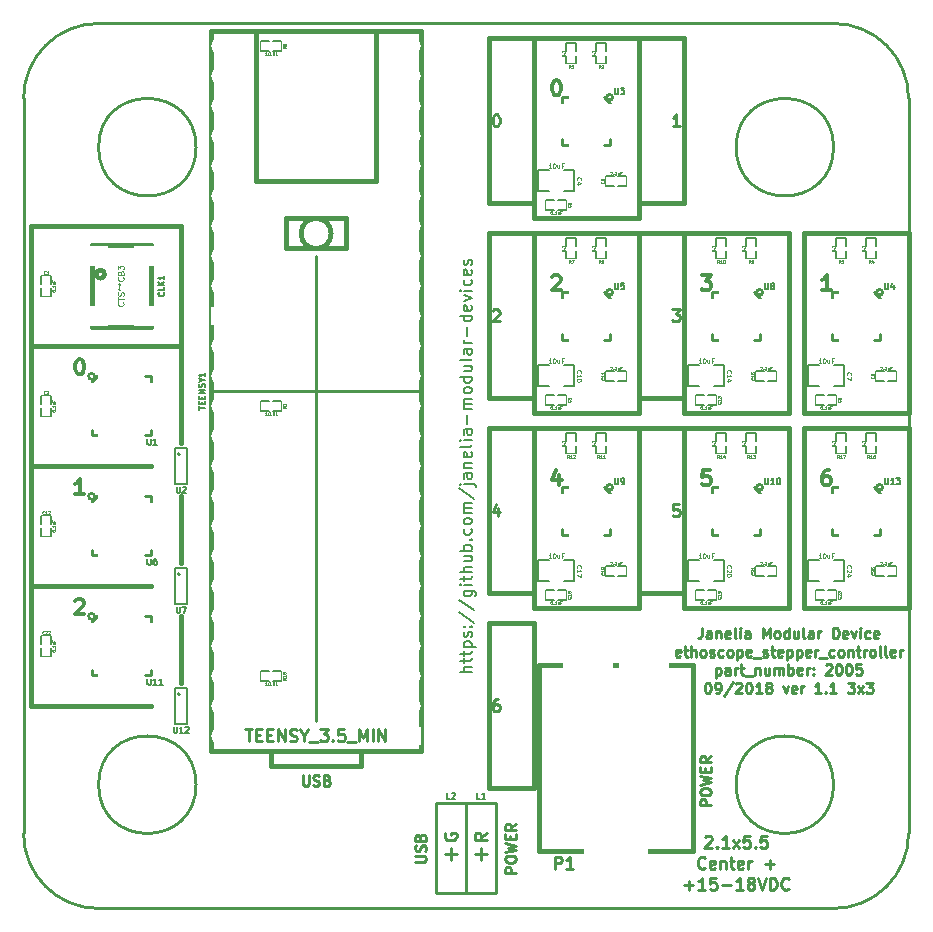
<source format=gto>
G04 #@! TF.GenerationSoftware,KiCad,Pcbnew,6.0.0-rc1-unknown-d4e4359~66~ubuntu18.04.1*
G04 #@! TF.CreationDate,2018-09-19T14:01:08-04:00*
G04 #@! TF.ProjectId,ethoscope_stepper_controller_3x3,6574686F73636F70655F737465707065,1.1*
G04 #@! TF.SameCoordinates,Original*
G04 #@! TF.FileFunction,Legend,Top*
G04 #@! TF.FilePolarity,Positive*
%FSLAX46Y46*%
G04 Gerber Fmt 4.6, Leading zero omitted, Abs format (unit mm)*
G04 Created by KiCad (PCBNEW 6.0.0-rc1-unknown-d4e4359~66~ubuntu18.04.1) date Wed Sep 19 14:01:08 2018*
%MOMM*%
%LPD*%
G01*
G04 APERTURE LIST*
%ADD10C,0.222250*%
%ADD11C,0.381000*%
%ADD12C,0.254000*%
%ADD13C,0.228600*%
%ADD14C,0.190500*%
%ADD15C,0.250000*%
%ADD16C,0.400000*%
%ADD17C,0.127000*%
%ADD18C,0.150000*%
%ADD19C,0.200000*%
%ADD20C,0.317500*%
%ADD21C,0.125000*%
%ADD22C,0.095250*%
%ADD23C,0.063500*%
%ADD24C,2.340000*%
%ADD25R,2.525000X2.525000*%
%ADD26R,2.075000X0.325000*%
%ADD27R,0.325000X2.075000*%
%ADD28R,3.475000X3.475000*%
%ADD29R,4.250000X5.500000*%
%ADD30R,5.500000X5.700000*%
%ADD31C,1.900000*%
%ADD32C,4.500000*%
%ADD33O,2.540000X1.524000*%
%ADD34R,2.540000X1.524000*%
%ADD35R,2.000000X1.800000*%
%ADD36C,3.556000*%
%ADD37R,0.787400X1.600200*%
%ADD38R,1.240000X0.740000*%
%ADD39R,0.801600X0.701600*%
%ADD40R,0.701600X0.801600*%
%ADD41O,1.524000X2.032000*%
G04 APERTURE END LIST*
D10*
X173122166Y-130323166D02*
X172233166Y-130323166D01*
X172233166Y-129984500D01*
X172275500Y-129899833D01*
X172317833Y-129857500D01*
X172402500Y-129815166D01*
X172529500Y-129815166D01*
X172614166Y-129857500D01*
X172656500Y-129899833D01*
X172698833Y-129984500D01*
X172698833Y-130323166D01*
X172233166Y-129264833D02*
X172233166Y-129095500D01*
X172275500Y-129010833D01*
X172360166Y-128926166D01*
X172529500Y-128883833D01*
X172825833Y-128883833D01*
X172995166Y-128926166D01*
X173079833Y-129010833D01*
X173122166Y-129095500D01*
X173122166Y-129264833D01*
X173079833Y-129349500D01*
X172995166Y-129434166D01*
X172825833Y-129476500D01*
X172529500Y-129476500D01*
X172360166Y-129434166D01*
X172275500Y-129349500D01*
X172233166Y-129264833D01*
X172233166Y-128587500D02*
X173122166Y-128375833D01*
X172487166Y-128206500D01*
X173122166Y-128037166D01*
X172233166Y-127825500D01*
X172656500Y-127486833D02*
X172656500Y-127190500D01*
X173122166Y-127063500D02*
X173122166Y-127486833D01*
X172233166Y-127486833D01*
X172233166Y-127063500D01*
X173122166Y-126174500D02*
X172698833Y-126470833D01*
X173122166Y-126682500D02*
X172233166Y-126682500D01*
X172233166Y-126343833D01*
X172275500Y-126259166D01*
X172317833Y-126216833D01*
X172402500Y-126174500D01*
X172529500Y-126174500D01*
X172614166Y-126216833D01*
X172656500Y-126259166D01*
X172698833Y-126343833D01*
X172698833Y-126682500D01*
X138578166Y-127783166D02*
X138578166Y-128502833D01*
X138620500Y-128587500D01*
X138662833Y-128629833D01*
X138747500Y-128672166D01*
X138916833Y-128672166D01*
X139001500Y-128629833D01*
X139043833Y-128587500D01*
X139086166Y-128502833D01*
X139086166Y-127783166D01*
X139467166Y-128629833D02*
X139594166Y-128672166D01*
X139805833Y-128672166D01*
X139890500Y-128629833D01*
X139932833Y-128587500D01*
X139975166Y-128502833D01*
X139975166Y-128418166D01*
X139932833Y-128333500D01*
X139890500Y-128291166D01*
X139805833Y-128248833D01*
X139636500Y-128206500D01*
X139551833Y-128164166D01*
X139509500Y-128121833D01*
X139467166Y-128037166D01*
X139467166Y-127952500D01*
X139509500Y-127867833D01*
X139551833Y-127825500D01*
X139636500Y-127783166D01*
X139848166Y-127783166D01*
X139975166Y-127825500D01*
X140652500Y-128206500D02*
X140779500Y-128248833D01*
X140821833Y-128291166D01*
X140864166Y-128375833D01*
X140864166Y-128502833D01*
X140821833Y-128587500D01*
X140779500Y-128629833D01*
X140694833Y-128672166D01*
X140356166Y-128672166D01*
X140356166Y-127783166D01*
X140652500Y-127783166D01*
X140737166Y-127825500D01*
X140779500Y-127867833D01*
X140821833Y-127952500D01*
X140821833Y-128037166D01*
X140779500Y-128121833D01*
X140737166Y-128164166D01*
X140652500Y-128206500D01*
X140356166Y-128206500D01*
X148103166Y-135106833D02*
X148822833Y-135106833D01*
X148907500Y-135064500D01*
X148949833Y-135022166D01*
X148992166Y-134937500D01*
X148992166Y-134768166D01*
X148949833Y-134683500D01*
X148907500Y-134641166D01*
X148822833Y-134598833D01*
X148103166Y-134598833D01*
X148949833Y-134217833D02*
X148992166Y-134090833D01*
X148992166Y-133879166D01*
X148949833Y-133794500D01*
X148907500Y-133752166D01*
X148822833Y-133709833D01*
X148738166Y-133709833D01*
X148653500Y-133752166D01*
X148611166Y-133794500D01*
X148568833Y-133879166D01*
X148526500Y-134048500D01*
X148484166Y-134133166D01*
X148441833Y-134175500D01*
X148357166Y-134217833D01*
X148272500Y-134217833D01*
X148187833Y-134175500D01*
X148145500Y-134133166D01*
X148103166Y-134048500D01*
X148103166Y-133836833D01*
X148145500Y-133709833D01*
X148526500Y-133032500D02*
X148568833Y-132905500D01*
X148611166Y-132863166D01*
X148695833Y-132820833D01*
X148822833Y-132820833D01*
X148907500Y-132863166D01*
X148949833Y-132905500D01*
X148992166Y-132990166D01*
X148992166Y-133328833D01*
X148103166Y-133328833D01*
X148103166Y-133032500D01*
X148145500Y-132947833D01*
X148187833Y-132905500D01*
X148272500Y-132863166D01*
X148357166Y-132863166D01*
X148441833Y-132905500D01*
X148484166Y-132947833D01*
X148526500Y-133032500D01*
X148526500Y-133328833D01*
X156612166Y-136038166D02*
X155723166Y-136038166D01*
X155723166Y-135699500D01*
X155765500Y-135614833D01*
X155807833Y-135572500D01*
X155892500Y-135530166D01*
X156019500Y-135530166D01*
X156104166Y-135572500D01*
X156146500Y-135614833D01*
X156188833Y-135699500D01*
X156188833Y-136038166D01*
X155723166Y-134979833D02*
X155723166Y-134810500D01*
X155765500Y-134725833D01*
X155850166Y-134641166D01*
X156019500Y-134598833D01*
X156315833Y-134598833D01*
X156485166Y-134641166D01*
X156569833Y-134725833D01*
X156612166Y-134810500D01*
X156612166Y-134979833D01*
X156569833Y-135064500D01*
X156485166Y-135149166D01*
X156315833Y-135191500D01*
X156019500Y-135191500D01*
X155850166Y-135149166D01*
X155765500Y-135064500D01*
X155723166Y-134979833D01*
X155723166Y-134302500D02*
X156612166Y-134090833D01*
X155977166Y-133921500D01*
X156612166Y-133752166D01*
X155723166Y-133540500D01*
X156146500Y-133201833D02*
X156146500Y-132905500D01*
X156612166Y-132778500D02*
X156612166Y-133201833D01*
X155723166Y-133201833D01*
X155723166Y-132778500D01*
X156612166Y-131889500D02*
X156188833Y-132185833D01*
X156612166Y-132397500D02*
X155723166Y-132397500D01*
X155723166Y-132058833D01*
X155765500Y-131974166D01*
X155807833Y-131931833D01*
X155892500Y-131889500D01*
X156019500Y-131889500D01*
X156104166Y-131931833D01*
X156146500Y-131974166D01*
X156188833Y-132058833D01*
X156188833Y-132397500D01*
D11*
X128270000Y-81280000D02*
X128270000Y-91440000D01*
X115570000Y-81280000D02*
X128270000Y-81280000D01*
X115570000Y-91440000D02*
X115570000Y-81280000D01*
X180975000Y-113665000D02*
X180975000Y-98425000D01*
X170815000Y-112395000D02*
X170815000Y-98425000D01*
X158115000Y-112395000D02*
X158115000Y-98425000D01*
X180975000Y-97155000D02*
X180975000Y-81915000D01*
X170815000Y-95885000D02*
X170815000Y-81915000D01*
X158115000Y-95885000D02*
X158115000Y-81915000D01*
X158115000Y-79375000D02*
X158115000Y-65405000D01*
X128270000Y-114300000D02*
X128270000Y-120015000D01*
X115570000Y-121920000D02*
X125730000Y-121920000D01*
X115570000Y-111760000D02*
X115570000Y-121920000D01*
X128270000Y-104140000D02*
X128270000Y-109855000D01*
X115570000Y-111760000D02*
X125730000Y-111760000D01*
X115570000Y-101600000D02*
X115570000Y-111760000D01*
X115570000Y-101600000D02*
X125730000Y-101600000D01*
X115570000Y-91440000D02*
X115570000Y-101600000D01*
X128270000Y-91440000D02*
X128270000Y-99695000D01*
X115570000Y-91440000D02*
X128270000Y-91440000D01*
X189865000Y-113665000D02*
X180975000Y-113665000D01*
X189865000Y-98425000D02*
X189865000Y-113665000D01*
X180975000Y-98425000D02*
X189865000Y-98425000D01*
X189865000Y-81915000D02*
X180975000Y-81915000D01*
X189865000Y-97155000D02*
X189865000Y-81915000D01*
X180975000Y-97155000D02*
X189865000Y-97155000D01*
X179705000Y-81915000D02*
X170815000Y-81915000D01*
X179705000Y-97155000D02*
X179705000Y-81915000D01*
X170815000Y-97155000D02*
X179705000Y-97155000D01*
X170815000Y-95885000D02*
X170815000Y-97155000D01*
X179705000Y-98425000D02*
X170815000Y-98425000D01*
X179705000Y-113665000D02*
X179705000Y-98425000D01*
X170815000Y-113665000D02*
X179705000Y-113665000D01*
X170815000Y-112395000D02*
X170815000Y-113665000D01*
X167005000Y-113665000D02*
X167005000Y-112395000D01*
X158115000Y-113665000D02*
X167005000Y-113665000D01*
X158115000Y-112395000D02*
X158115000Y-113665000D01*
X158115000Y-98425000D02*
X167005000Y-98425000D01*
X167005000Y-97155000D02*
X167005000Y-95885000D01*
X158115000Y-97155000D02*
X167005000Y-97155000D01*
X158115000Y-95885000D02*
X158115000Y-97155000D01*
X158115000Y-81915000D02*
X167005000Y-81915000D01*
X158115000Y-65405000D02*
X167005000Y-65405000D01*
X167005000Y-80645000D02*
X167005000Y-79375000D01*
X158115000Y-80645000D02*
X167005000Y-80645000D01*
X158115000Y-79375000D02*
X158115000Y-80645000D01*
X154305000Y-128905000D02*
X154305000Y-114935000D01*
X158115000Y-128905000D02*
X154305000Y-128905000D01*
X158115000Y-114935000D02*
X158115000Y-128905000D01*
X154305000Y-114935000D02*
X158115000Y-114935000D01*
X167005000Y-112395000D02*
X170815000Y-112395000D01*
X167005000Y-98425000D02*
X167005000Y-112395000D01*
X167005000Y-98425000D02*
X170815000Y-98425000D01*
X154305000Y-112395000D02*
X158115000Y-112395000D01*
X154305000Y-98425000D02*
X154305000Y-112395000D01*
X154305000Y-98425000D02*
X158115000Y-98425000D01*
X154305000Y-95885000D02*
X158115000Y-95885000D01*
X154305000Y-81915000D02*
X154305000Y-95885000D01*
X154305000Y-81915000D02*
X158115000Y-81915000D01*
X167005000Y-95885000D02*
X170815000Y-95885000D01*
X167005000Y-81915000D02*
X167005000Y-95885000D01*
X167005000Y-81915000D02*
X170815000Y-81915000D01*
X167005000Y-79375000D02*
X167005000Y-65405000D01*
X170815000Y-79375000D02*
X167005000Y-79375000D01*
X170815000Y-65405000D02*
X170815000Y-79375000D01*
X167005000Y-65405000D02*
X170815000Y-65405000D01*
X154305000Y-79375000D02*
X158115000Y-79375000D01*
X154305000Y-65405000D02*
X154305000Y-79375000D01*
X154305000Y-65405000D02*
X158115000Y-65405000D01*
D12*
X155133523Y-121363619D02*
X154940000Y-121363619D01*
X154843238Y-121412000D01*
X154794857Y-121460380D01*
X154698095Y-121605523D01*
X154649714Y-121799047D01*
X154649714Y-122186095D01*
X154698095Y-122282857D01*
X154746476Y-122331238D01*
X154843238Y-122379619D01*
X155036761Y-122379619D01*
X155133523Y-122331238D01*
X155181904Y-122282857D01*
X155230285Y-122186095D01*
X155230285Y-121944190D01*
X155181904Y-121847428D01*
X155133523Y-121799047D01*
X155036761Y-121750666D01*
X154843238Y-121750666D01*
X154746476Y-121799047D01*
X154698095Y-121847428D01*
X154649714Y-121944190D01*
X170421904Y-104853619D02*
X169938095Y-104853619D01*
X169889714Y-105337428D01*
X169938095Y-105289047D01*
X170034857Y-105240666D01*
X170276761Y-105240666D01*
X170373523Y-105289047D01*
X170421904Y-105337428D01*
X170470285Y-105434190D01*
X170470285Y-105676095D01*
X170421904Y-105772857D01*
X170373523Y-105821238D01*
X170276761Y-105869619D01*
X170034857Y-105869619D01*
X169938095Y-105821238D01*
X169889714Y-105772857D01*
X155133523Y-105192285D02*
X155133523Y-105869619D01*
X154891619Y-104805238D02*
X154649714Y-105530952D01*
X155278666Y-105530952D01*
X169841333Y-88343619D02*
X170470285Y-88343619D01*
X170131619Y-88730666D01*
X170276761Y-88730666D01*
X170373523Y-88779047D01*
X170421904Y-88827428D01*
X170470285Y-88924190D01*
X170470285Y-89166095D01*
X170421904Y-89262857D01*
X170373523Y-89311238D01*
X170276761Y-89359619D01*
X169986476Y-89359619D01*
X169889714Y-89311238D01*
X169841333Y-89262857D01*
X154649714Y-88440380D02*
X154698095Y-88392000D01*
X154794857Y-88343619D01*
X155036761Y-88343619D01*
X155133523Y-88392000D01*
X155181904Y-88440380D01*
X155230285Y-88537142D01*
X155230285Y-88633904D01*
X155181904Y-88779047D01*
X154601333Y-89359619D01*
X155230285Y-89359619D01*
X170470285Y-72849619D02*
X169889714Y-72849619D01*
X170180000Y-72849619D02*
X170180000Y-71833619D01*
X170083238Y-71978761D01*
X169986476Y-72075523D01*
X169889714Y-72123904D01*
X154891619Y-71833619D02*
X154988380Y-71833619D01*
X155085142Y-71882000D01*
X155133523Y-71930380D01*
X155181904Y-72027142D01*
X155230285Y-72220666D01*
X155230285Y-72462571D01*
X155181904Y-72656095D01*
X155133523Y-72752857D01*
X155085142Y-72801238D01*
X154988380Y-72849619D01*
X154891619Y-72849619D01*
X154794857Y-72801238D01*
X154746476Y-72752857D01*
X154698095Y-72656095D01*
X154649714Y-72462571D01*
X154649714Y-72220666D01*
X154698095Y-72027142D01*
X154746476Y-71930380D01*
X154794857Y-71882000D01*
X154891619Y-71833619D01*
D13*
X189865000Y-132715000D02*
X189865000Y-70485000D01*
X121285000Y-139065000D02*
X183515000Y-139065000D01*
X114935000Y-70485000D02*
X114935000Y-132715000D01*
X121285000Y-64135000D02*
X183515000Y-64135000D01*
X189865000Y-132715000D02*
G75*
G02X183515000Y-139065000I-6350000J0D01*
G01*
X121285000Y-139065000D02*
G75*
G02X114935000Y-132715000I0J6350000D01*
G01*
X183515000Y-64135000D02*
G75*
G02X189865000Y-70485000I0J-6350000D01*
G01*
X114935000Y-70485000D02*
G75*
G02X121285000Y-64135000I6350000J0D01*
G01*
D12*
X172623238Y-133017380D02*
X172671619Y-132969000D01*
X172768380Y-132920619D01*
X173010285Y-132920619D01*
X173107047Y-132969000D01*
X173155428Y-133017380D01*
X173203809Y-133114142D01*
X173203809Y-133210904D01*
X173155428Y-133356047D01*
X172574857Y-133936619D01*
X173203809Y-133936619D01*
X173639238Y-133839857D02*
X173687619Y-133888238D01*
X173639238Y-133936619D01*
X173590857Y-133888238D01*
X173639238Y-133839857D01*
X173639238Y-133936619D01*
X174655238Y-133936619D02*
X174074666Y-133936619D01*
X174364952Y-133936619D02*
X174364952Y-132920619D01*
X174268190Y-133065761D01*
X174171428Y-133162523D01*
X174074666Y-133210904D01*
X174993904Y-133936619D02*
X175526095Y-133259285D01*
X174993904Y-133259285D02*
X175526095Y-133936619D01*
X176396952Y-132920619D02*
X175913142Y-132920619D01*
X175864761Y-133404428D01*
X175913142Y-133356047D01*
X176009904Y-133307666D01*
X176251809Y-133307666D01*
X176348571Y-133356047D01*
X176396952Y-133404428D01*
X176445333Y-133501190D01*
X176445333Y-133743095D01*
X176396952Y-133839857D01*
X176348571Y-133888238D01*
X176251809Y-133936619D01*
X176009904Y-133936619D01*
X175913142Y-133888238D01*
X175864761Y-133839857D01*
X176880761Y-133839857D02*
X176929142Y-133888238D01*
X176880761Y-133936619D01*
X176832380Y-133888238D01*
X176880761Y-133839857D01*
X176880761Y-133936619D01*
X177848380Y-132920619D02*
X177364571Y-132920619D01*
X177316190Y-133404428D01*
X177364571Y-133356047D01*
X177461333Y-133307666D01*
X177703238Y-133307666D01*
X177800000Y-133356047D01*
X177848380Y-133404428D01*
X177896761Y-133501190D01*
X177896761Y-133743095D01*
X177848380Y-133839857D01*
X177800000Y-133888238D01*
X177703238Y-133936619D01*
X177461333Y-133936619D01*
X177364571Y-133888238D01*
X177316190Y-133839857D01*
X172623238Y-135617857D02*
X172574857Y-135666238D01*
X172429714Y-135714619D01*
X172332952Y-135714619D01*
X172187809Y-135666238D01*
X172091047Y-135569476D01*
X172042666Y-135472714D01*
X171994285Y-135279190D01*
X171994285Y-135134047D01*
X172042666Y-134940523D01*
X172091047Y-134843761D01*
X172187809Y-134747000D01*
X172332952Y-134698619D01*
X172429714Y-134698619D01*
X172574857Y-134747000D01*
X172623238Y-134795380D01*
X173445714Y-135666238D02*
X173348952Y-135714619D01*
X173155428Y-135714619D01*
X173058666Y-135666238D01*
X173010285Y-135569476D01*
X173010285Y-135182428D01*
X173058666Y-135085666D01*
X173155428Y-135037285D01*
X173348952Y-135037285D01*
X173445714Y-135085666D01*
X173494095Y-135182428D01*
X173494095Y-135279190D01*
X173010285Y-135375952D01*
X173929523Y-135037285D02*
X173929523Y-135714619D01*
X173929523Y-135134047D02*
X173977904Y-135085666D01*
X174074666Y-135037285D01*
X174219809Y-135037285D01*
X174316571Y-135085666D01*
X174364952Y-135182428D01*
X174364952Y-135714619D01*
X174703619Y-135037285D02*
X175090666Y-135037285D01*
X174848761Y-134698619D02*
X174848761Y-135569476D01*
X174897142Y-135666238D01*
X174993904Y-135714619D01*
X175090666Y-135714619D01*
X175816380Y-135666238D02*
X175719619Y-135714619D01*
X175526095Y-135714619D01*
X175429333Y-135666238D01*
X175380952Y-135569476D01*
X175380952Y-135182428D01*
X175429333Y-135085666D01*
X175526095Y-135037285D01*
X175719619Y-135037285D01*
X175816380Y-135085666D01*
X175864761Y-135182428D01*
X175864761Y-135279190D01*
X175380952Y-135375952D01*
X176300190Y-135714619D02*
X176300190Y-135037285D01*
X176300190Y-135230809D02*
X176348571Y-135134047D01*
X176396952Y-135085666D01*
X176493714Y-135037285D01*
X176590476Y-135037285D01*
X177703238Y-135327571D02*
X178477333Y-135327571D01*
X178090285Y-135714619D02*
X178090285Y-134940523D01*
X170857333Y-137105571D02*
X171631428Y-137105571D01*
X171244380Y-137492619D02*
X171244380Y-136718523D01*
X172647428Y-137492619D02*
X172066857Y-137492619D01*
X172357142Y-137492619D02*
X172357142Y-136476619D01*
X172260380Y-136621761D01*
X172163619Y-136718523D01*
X172066857Y-136766904D01*
X173566666Y-136476619D02*
X173082857Y-136476619D01*
X173034476Y-136960428D01*
X173082857Y-136912047D01*
X173179619Y-136863666D01*
X173421523Y-136863666D01*
X173518285Y-136912047D01*
X173566666Y-136960428D01*
X173615047Y-137057190D01*
X173615047Y-137299095D01*
X173566666Y-137395857D01*
X173518285Y-137444238D01*
X173421523Y-137492619D01*
X173179619Y-137492619D01*
X173082857Y-137444238D01*
X173034476Y-137395857D01*
X174050476Y-137105571D02*
X174824571Y-137105571D01*
X175840571Y-137492619D02*
X175260000Y-137492619D01*
X175550285Y-137492619D02*
X175550285Y-136476619D01*
X175453523Y-136621761D01*
X175356761Y-136718523D01*
X175260000Y-136766904D01*
X176421142Y-136912047D02*
X176324380Y-136863666D01*
X176276000Y-136815285D01*
X176227619Y-136718523D01*
X176227619Y-136670142D01*
X176276000Y-136573380D01*
X176324380Y-136525000D01*
X176421142Y-136476619D01*
X176614666Y-136476619D01*
X176711428Y-136525000D01*
X176759809Y-136573380D01*
X176808190Y-136670142D01*
X176808190Y-136718523D01*
X176759809Y-136815285D01*
X176711428Y-136863666D01*
X176614666Y-136912047D01*
X176421142Y-136912047D01*
X176324380Y-136960428D01*
X176276000Y-137008809D01*
X176227619Y-137105571D01*
X176227619Y-137299095D01*
X176276000Y-137395857D01*
X176324380Y-137444238D01*
X176421142Y-137492619D01*
X176614666Y-137492619D01*
X176711428Y-137444238D01*
X176759809Y-137395857D01*
X176808190Y-137299095D01*
X176808190Y-137105571D01*
X176759809Y-137008809D01*
X176711428Y-136960428D01*
X176614666Y-136912047D01*
X177098476Y-136476619D02*
X177437142Y-137492619D01*
X177775809Y-136476619D01*
X178114476Y-137492619D02*
X178114476Y-136476619D01*
X178356380Y-136476619D01*
X178501523Y-136525000D01*
X178598285Y-136621761D01*
X178646666Y-136718523D01*
X178695047Y-136912047D01*
X178695047Y-137057190D01*
X178646666Y-137250714D01*
X178598285Y-137347476D01*
X178501523Y-137444238D01*
X178356380Y-137492619D01*
X178114476Y-137492619D01*
X179711047Y-137395857D02*
X179662666Y-137444238D01*
X179517523Y-137492619D01*
X179420761Y-137492619D01*
X179275619Y-137444238D01*
X179178857Y-137347476D01*
X179130476Y-137250714D01*
X179082095Y-137057190D01*
X179082095Y-136912047D01*
X179130476Y-136718523D01*
X179178857Y-136621761D01*
X179275619Y-136525000D01*
X179420761Y-136476619D01*
X179517523Y-136476619D01*
X179662666Y-136525000D01*
X179711047Y-136573380D01*
D14*
X152859619Y-119017142D02*
X151843619Y-119017142D01*
X152859619Y-118581714D02*
X152327428Y-118581714D01*
X152230666Y-118630095D01*
X152182285Y-118726857D01*
X152182285Y-118872000D01*
X152230666Y-118968761D01*
X152279047Y-119017142D01*
X152182285Y-118243047D02*
X152182285Y-117856000D01*
X151843619Y-118097904D02*
X152714476Y-118097904D01*
X152811238Y-118049523D01*
X152859619Y-117952761D01*
X152859619Y-117856000D01*
X152182285Y-117662476D02*
X152182285Y-117275428D01*
X151843619Y-117517333D02*
X152714476Y-117517333D01*
X152811238Y-117468952D01*
X152859619Y-117372190D01*
X152859619Y-117275428D01*
X152182285Y-116936761D02*
X153198285Y-116936761D01*
X152230666Y-116936761D02*
X152182285Y-116840000D01*
X152182285Y-116646476D01*
X152230666Y-116549714D01*
X152279047Y-116501333D01*
X152375809Y-116452952D01*
X152666095Y-116452952D01*
X152762857Y-116501333D01*
X152811238Y-116549714D01*
X152859619Y-116646476D01*
X152859619Y-116840000D01*
X152811238Y-116936761D01*
X152811238Y-116065904D02*
X152859619Y-115969142D01*
X152859619Y-115775619D01*
X152811238Y-115678857D01*
X152714476Y-115630476D01*
X152666095Y-115630476D01*
X152569333Y-115678857D01*
X152520952Y-115775619D01*
X152520952Y-115920761D01*
X152472571Y-116017523D01*
X152375809Y-116065904D01*
X152327428Y-116065904D01*
X152230666Y-116017523D01*
X152182285Y-115920761D01*
X152182285Y-115775619D01*
X152230666Y-115678857D01*
X152762857Y-115195047D02*
X152811238Y-115146666D01*
X152859619Y-115195047D01*
X152811238Y-115243428D01*
X152762857Y-115195047D01*
X152859619Y-115195047D01*
X152230666Y-115195047D02*
X152279047Y-115146666D01*
X152327428Y-115195047D01*
X152279047Y-115243428D01*
X152230666Y-115195047D01*
X152327428Y-115195047D01*
X151795238Y-113985523D02*
X153101523Y-114856380D01*
X151795238Y-112921142D02*
X153101523Y-113792000D01*
X152182285Y-112147047D02*
X153004761Y-112147047D01*
X153101523Y-112195428D01*
X153149904Y-112243809D01*
X153198285Y-112340571D01*
X153198285Y-112485714D01*
X153149904Y-112582476D01*
X152811238Y-112147047D02*
X152859619Y-112243809D01*
X152859619Y-112437333D01*
X152811238Y-112534095D01*
X152762857Y-112582476D01*
X152666095Y-112630857D01*
X152375809Y-112630857D01*
X152279047Y-112582476D01*
X152230666Y-112534095D01*
X152182285Y-112437333D01*
X152182285Y-112243809D01*
X152230666Y-112147047D01*
X152859619Y-111663238D02*
X152182285Y-111663238D01*
X151843619Y-111663238D02*
X151892000Y-111711619D01*
X151940380Y-111663238D01*
X151892000Y-111614857D01*
X151843619Y-111663238D01*
X151940380Y-111663238D01*
X152182285Y-111324571D02*
X152182285Y-110937523D01*
X151843619Y-111179428D02*
X152714476Y-111179428D01*
X152811238Y-111131047D01*
X152859619Y-111034285D01*
X152859619Y-110937523D01*
X152859619Y-110598857D02*
X151843619Y-110598857D01*
X152859619Y-110163428D02*
X152327428Y-110163428D01*
X152230666Y-110211809D01*
X152182285Y-110308571D01*
X152182285Y-110453714D01*
X152230666Y-110550476D01*
X152279047Y-110598857D01*
X152182285Y-109244190D02*
X152859619Y-109244190D01*
X152182285Y-109679619D02*
X152714476Y-109679619D01*
X152811238Y-109631238D01*
X152859619Y-109534476D01*
X152859619Y-109389333D01*
X152811238Y-109292571D01*
X152762857Y-109244190D01*
X152859619Y-108760380D02*
X151843619Y-108760380D01*
X152230666Y-108760380D02*
X152182285Y-108663619D01*
X152182285Y-108470095D01*
X152230666Y-108373333D01*
X152279047Y-108324952D01*
X152375809Y-108276571D01*
X152666095Y-108276571D01*
X152762857Y-108324952D01*
X152811238Y-108373333D01*
X152859619Y-108470095D01*
X152859619Y-108663619D01*
X152811238Y-108760380D01*
X152762857Y-107841142D02*
X152811238Y-107792761D01*
X152859619Y-107841142D01*
X152811238Y-107889523D01*
X152762857Y-107841142D01*
X152859619Y-107841142D01*
X152811238Y-106921904D02*
X152859619Y-107018666D01*
X152859619Y-107212190D01*
X152811238Y-107308952D01*
X152762857Y-107357333D01*
X152666095Y-107405714D01*
X152375809Y-107405714D01*
X152279047Y-107357333D01*
X152230666Y-107308952D01*
X152182285Y-107212190D01*
X152182285Y-107018666D01*
X152230666Y-106921904D01*
X152859619Y-106341333D02*
X152811238Y-106438095D01*
X152762857Y-106486476D01*
X152666095Y-106534857D01*
X152375809Y-106534857D01*
X152279047Y-106486476D01*
X152230666Y-106438095D01*
X152182285Y-106341333D01*
X152182285Y-106196190D01*
X152230666Y-106099428D01*
X152279047Y-106051047D01*
X152375809Y-106002666D01*
X152666095Y-106002666D01*
X152762857Y-106051047D01*
X152811238Y-106099428D01*
X152859619Y-106196190D01*
X152859619Y-106341333D01*
X152859619Y-105567238D02*
X152182285Y-105567238D01*
X152279047Y-105567238D02*
X152230666Y-105518857D01*
X152182285Y-105422095D01*
X152182285Y-105276952D01*
X152230666Y-105180190D01*
X152327428Y-105131809D01*
X152859619Y-105131809D01*
X152327428Y-105131809D02*
X152230666Y-105083428D01*
X152182285Y-104986666D01*
X152182285Y-104841523D01*
X152230666Y-104744761D01*
X152327428Y-104696380D01*
X152859619Y-104696380D01*
X151795238Y-103486857D02*
X153101523Y-104357714D01*
X152182285Y-103148190D02*
X153053142Y-103148190D01*
X153149904Y-103196571D01*
X153198285Y-103293333D01*
X153198285Y-103341714D01*
X151843619Y-103148190D02*
X151892000Y-103196571D01*
X151940380Y-103148190D01*
X151892000Y-103099809D01*
X151843619Y-103148190D01*
X151940380Y-103148190D01*
X152859619Y-102228952D02*
X152327428Y-102228952D01*
X152230666Y-102277333D01*
X152182285Y-102374095D01*
X152182285Y-102567619D01*
X152230666Y-102664380D01*
X152811238Y-102228952D02*
X152859619Y-102325714D01*
X152859619Y-102567619D01*
X152811238Y-102664380D01*
X152714476Y-102712761D01*
X152617714Y-102712761D01*
X152520952Y-102664380D01*
X152472571Y-102567619D01*
X152472571Y-102325714D01*
X152424190Y-102228952D01*
X152182285Y-101745142D02*
X152859619Y-101745142D01*
X152279047Y-101745142D02*
X152230666Y-101696761D01*
X152182285Y-101600000D01*
X152182285Y-101454857D01*
X152230666Y-101358095D01*
X152327428Y-101309714D01*
X152859619Y-101309714D01*
X152811238Y-100438857D02*
X152859619Y-100535619D01*
X152859619Y-100729142D01*
X152811238Y-100825904D01*
X152714476Y-100874285D01*
X152327428Y-100874285D01*
X152230666Y-100825904D01*
X152182285Y-100729142D01*
X152182285Y-100535619D01*
X152230666Y-100438857D01*
X152327428Y-100390476D01*
X152424190Y-100390476D01*
X152520952Y-100874285D01*
X152859619Y-99809904D02*
X152811238Y-99906666D01*
X152714476Y-99955047D01*
X151843619Y-99955047D01*
X152859619Y-99422857D02*
X152182285Y-99422857D01*
X151843619Y-99422857D02*
X151892000Y-99471238D01*
X151940380Y-99422857D01*
X151892000Y-99374476D01*
X151843619Y-99422857D01*
X151940380Y-99422857D01*
X152859619Y-98503619D02*
X152327428Y-98503619D01*
X152230666Y-98552000D01*
X152182285Y-98648761D01*
X152182285Y-98842285D01*
X152230666Y-98939047D01*
X152811238Y-98503619D02*
X152859619Y-98600380D01*
X152859619Y-98842285D01*
X152811238Y-98939047D01*
X152714476Y-98987428D01*
X152617714Y-98987428D01*
X152520952Y-98939047D01*
X152472571Y-98842285D01*
X152472571Y-98600380D01*
X152424190Y-98503619D01*
X152472571Y-98019809D02*
X152472571Y-97245714D01*
X152859619Y-96761904D02*
X152182285Y-96761904D01*
X152279047Y-96761904D02*
X152230666Y-96713523D01*
X152182285Y-96616761D01*
X152182285Y-96471619D01*
X152230666Y-96374857D01*
X152327428Y-96326476D01*
X152859619Y-96326476D01*
X152327428Y-96326476D02*
X152230666Y-96278095D01*
X152182285Y-96181333D01*
X152182285Y-96036190D01*
X152230666Y-95939428D01*
X152327428Y-95891047D01*
X152859619Y-95891047D01*
X152859619Y-95262095D02*
X152811238Y-95358857D01*
X152762857Y-95407238D01*
X152666095Y-95455619D01*
X152375809Y-95455619D01*
X152279047Y-95407238D01*
X152230666Y-95358857D01*
X152182285Y-95262095D01*
X152182285Y-95116952D01*
X152230666Y-95020190D01*
X152279047Y-94971809D01*
X152375809Y-94923428D01*
X152666095Y-94923428D01*
X152762857Y-94971809D01*
X152811238Y-95020190D01*
X152859619Y-95116952D01*
X152859619Y-95262095D01*
X152859619Y-94052571D02*
X151843619Y-94052571D01*
X152811238Y-94052571D02*
X152859619Y-94149333D01*
X152859619Y-94342857D01*
X152811238Y-94439619D01*
X152762857Y-94488000D01*
X152666095Y-94536380D01*
X152375809Y-94536380D01*
X152279047Y-94488000D01*
X152230666Y-94439619D01*
X152182285Y-94342857D01*
X152182285Y-94149333D01*
X152230666Y-94052571D01*
X152182285Y-93133333D02*
X152859619Y-93133333D01*
X152182285Y-93568761D02*
X152714476Y-93568761D01*
X152811238Y-93520380D01*
X152859619Y-93423619D01*
X152859619Y-93278476D01*
X152811238Y-93181714D01*
X152762857Y-93133333D01*
X152859619Y-92504380D02*
X152811238Y-92601142D01*
X152714476Y-92649523D01*
X151843619Y-92649523D01*
X152859619Y-91681904D02*
X152327428Y-91681904D01*
X152230666Y-91730285D01*
X152182285Y-91827047D01*
X152182285Y-92020571D01*
X152230666Y-92117333D01*
X152811238Y-91681904D02*
X152859619Y-91778666D01*
X152859619Y-92020571D01*
X152811238Y-92117333D01*
X152714476Y-92165714D01*
X152617714Y-92165714D01*
X152520952Y-92117333D01*
X152472571Y-92020571D01*
X152472571Y-91778666D01*
X152424190Y-91681904D01*
X152859619Y-91198095D02*
X152182285Y-91198095D01*
X152375809Y-91198095D02*
X152279047Y-91149714D01*
X152230666Y-91101333D01*
X152182285Y-91004571D01*
X152182285Y-90907809D01*
X152472571Y-90569142D02*
X152472571Y-89795047D01*
X152859619Y-88875809D02*
X151843619Y-88875809D01*
X152811238Y-88875809D02*
X152859619Y-88972571D01*
X152859619Y-89166095D01*
X152811238Y-89262857D01*
X152762857Y-89311238D01*
X152666095Y-89359619D01*
X152375809Y-89359619D01*
X152279047Y-89311238D01*
X152230666Y-89262857D01*
X152182285Y-89166095D01*
X152182285Y-88972571D01*
X152230666Y-88875809D01*
X152811238Y-88004952D02*
X152859619Y-88101714D01*
X152859619Y-88295238D01*
X152811238Y-88392000D01*
X152714476Y-88440380D01*
X152327428Y-88440380D01*
X152230666Y-88392000D01*
X152182285Y-88295238D01*
X152182285Y-88101714D01*
X152230666Y-88004952D01*
X152327428Y-87956571D01*
X152424190Y-87956571D01*
X152520952Y-88440380D01*
X152182285Y-87617904D02*
X152859619Y-87376000D01*
X152182285Y-87134095D01*
X152859619Y-86747047D02*
X152182285Y-86747047D01*
X151843619Y-86747047D02*
X151892000Y-86795428D01*
X151940380Y-86747047D01*
X151892000Y-86698666D01*
X151843619Y-86747047D01*
X151940380Y-86747047D01*
X152811238Y-85827809D02*
X152859619Y-85924571D01*
X152859619Y-86118095D01*
X152811238Y-86214857D01*
X152762857Y-86263238D01*
X152666095Y-86311619D01*
X152375809Y-86311619D01*
X152279047Y-86263238D01*
X152230666Y-86214857D01*
X152182285Y-86118095D01*
X152182285Y-85924571D01*
X152230666Y-85827809D01*
X152811238Y-85005333D02*
X152859619Y-85102095D01*
X152859619Y-85295619D01*
X152811238Y-85392380D01*
X152714476Y-85440761D01*
X152327428Y-85440761D01*
X152230666Y-85392380D01*
X152182285Y-85295619D01*
X152182285Y-85102095D01*
X152230666Y-85005333D01*
X152327428Y-84956952D01*
X152424190Y-84956952D01*
X152520952Y-85440761D01*
X152811238Y-84569904D02*
X152859619Y-84473142D01*
X152859619Y-84279619D01*
X152811238Y-84182857D01*
X152714476Y-84134476D01*
X152666095Y-84134476D01*
X152569333Y-84182857D01*
X152520952Y-84279619D01*
X152520952Y-84424761D01*
X152472571Y-84521523D01*
X152375809Y-84569904D01*
X152327428Y-84569904D01*
X152230666Y-84521523D01*
X152182285Y-84424761D01*
X152182285Y-84279619D01*
X152230666Y-84182857D01*
D10*
X172360166Y-115289541D02*
X172360166Y-115924541D01*
X172317833Y-116051541D01*
X172233166Y-116136208D01*
X172106166Y-116178541D01*
X172021500Y-116178541D01*
X173164500Y-116178541D02*
X173164500Y-115712875D01*
X173122166Y-115628208D01*
X173037500Y-115585875D01*
X172868166Y-115585875D01*
X172783500Y-115628208D01*
X173164500Y-116136208D02*
X173079833Y-116178541D01*
X172868166Y-116178541D01*
X172783500Y-116136208D01*
X172741166Y-116051541D01*
X172741166Y-115966875D01*
X172783500Y-115882208D01*
X172868166Y-115839875D01*
X173079833Y-115839875D01*
X173164500Y-115797541D01*
X173587833Y-115585875D02*
X173587833Y-116178541D01*
X173587833Y-115670541D02*
X173630166Y-115628208D01*
X173714833Y-115585875D01*
X173841833Y-115585875D01*
X173926500Y-115628208D01*
X173968833Y-115712875D01*
X173968833Y-116178541D01*
X174730833Y-116136208D02*
X174646166Y-116178541D01*
X174476833Y-116178541D01*
X174392166Y-116136208D01*
X174349833Y-116051541D01*
X174349833Y-115712875D01*
X174392166Y-115628208D01*
X174476833Y-115585875D01*
X174646166Y-115585875D01*
X174730833Y-115628208D01*
X174773166Y-115712875D01*
X174773166Y-115797541D01*
X174349833Y-115882208D01*
X175281166Y-116178541D02*
X175196500Y-116136208D01*
X175154166Y-116051541D01*
X175154166Y-115289541D01*
X175619833Y-116178541D02*
X175619833Y-115585875D01*
X175619833Y-115289541D02*
X175577500Y-115331875D01*
X175619833Y-115374208D01*
X175662166Y-115331875D01*
X175619833Y-115289541D01*
X175619833Y-115374208D01*
X176424166Y-116178541D02*
X176424166Y-115712875D01*
X176381833Y-115628208D01*
X176297166Y-115585875D01*
X176127833Y-115585875D01*
X176043166Y-115628208D01*
X176424166Y-116136208D02*
X176339500Y-116178541D01*
X176127833Y-116178541D01*
X176043166Y-116136208D01*
X176000833Y-116051541D01*
X176000833Y-115966875D01*
X176043166Y-115882208D01*
X176127833Y-115839875D01*
X176339500Y-115839875D01*
X176424166Y-115797541D01*
X177524833Y-116178541D02*
X177524833Y-115289541D01*
X177821166Y-115924541D01*
X178117500Y-115289541D01*
X178117500Y-116178541D01*
X178667833Y-116178541D02*
X178583166Y-116136208D01*
X178540833Y-116093875D01*
X178498500Y-116009208D01*
X178498500Y-115755208D01*
X178540833Y-115670541D01*
X178583166Y-115628208D01*
X178667833Y-115585875D01*
X178794833Y-115585875D01*
X178879500Y-115628208D01*
X178921833Y-115670541D01*
X178964166Y-115755208D01*
X178964166Y-116009208D01*
X178921833Y-116093875D01*
X178879500Y-116136208D01*
X178794833Y-116178541D01*
X178667833Y-116178541D01*
X179726166Y-116178541D02*
X179726166Y-115289541D01*
X179726166Y-116136208D02*
X179641500Y-116178541D01*
X179472166Y-116178541D01*
X179387500Y-116136208D01*
X179345166Y-116093875D01*
X179302833Y-116009208D01*
X179302833Y-115755208D01*
X179345166Y-115670541D01*
X179387500Y-115628208D01*
X179472166Y-115585875D01*
X179641500Y-115585875D01*
X179726166Y-115628208D01*
X180530500Y-115585875D02*
X180530500Y-116178541D01*
X180149500Y-115585875D02*
X180149500Y-116051541D01*
X180191833Y-116136208D01*
X180276500Y-116178541D01*
X180403500Y-116178541D01*
X180488166Y-116136208D01*
X180530500Y-116093875D01*
X181080833Y-116178541D02*
X180996166Y-116136208D01*
X180953833Y-116051541D01*
X180953833Y-115289541D01*
X181800500Y-116178541D02*
X181800500Y-115712875D01*
X181758166Y-115628208D01*
X181673500Y-115585875D01*
X181504166Y-115585875D01*
X181419500Y-115628208D01*
X181800500Y-116136208D02*
X181715833Y-116178541D01*
X181504166Y-116178541D01*
X181419500Y-116136208D01*
X181377166Y-116051541D01*
X181377166Y-115966875D01*
X181419500Y-115882208D01*
X181504166Y-115839875D01*
X181715833Y-115839875D01*
X181800500Y-115797541D01*
X182223833Y-116178541D02*
X182223833Y-115585875D01*
X182223833Y-115755208D02*
X182266166Y-115670541D01*
X182308500Y-115628208D01*
X182393166Y-115585875D01*
X182477833Y-115585875D01*
X183451500Y-116178541D02*
X183451500Y-115289541D01*
X183663166Y-115289541D01*
X183790166Y-115331875D01*
X183874833Y-115416541D01*
X183917166Y-115501208D01*
X183959500Y-115670541D01*
X183959500Y-115797541D01*
X183917166Y-115966875D01*
X183874833Y-116051541D01*
X183790166Y-116136208D01*
X183663166Y-116178541D01*
X183451500Y-116178541D01*
X184679166Y-116136208D02*
X184594500Y-116178541D01*
X184425166Y-116178541D01*
X184340500Y-116136208D01*
X184298166Y-116051541D01*
X184298166Y-115712875D01*
X184340500Y-115628208D01*
X184425166Y-115585875D01*
X184594500Y-115585875D01*
X184679166Y-115628208D01*
X184721500Y-115712875D01*
X184721500Y-115797541D01*
X184298166Y-115882208D01*
X185017833Y-115585875D02*
X185229500Y-116178541D01*
X185441166Y-115585875D01*
X185779833Y-116178541D02*
X185779833Y-115585875D01*
X185779833Y-115289541D02*
X185737500Y-115331875D01*
X185779833Y-115374208D01*
X185822166Y-115331875D01*
X185779833Y-115289541D01*
X185779833Y-115374208D01*
X186584166Y-116136208D02*
X186499500Y-116178541D01*
X186330166Y-116178541D01*
X186245500Y-116136208D01*
X186203166Y-116093875D01*
X186160833Y-116009208D01*
X186160833Y-115755208D01*
X186203166Y-115670541D01*
X186245500Y-115628208D01*
X186330166Y-115585875D01*
X186499500Y-115585875D01*
X186584166Y-115628208D01*
X187303833Y-116136208D02*
X187219166Y-116178541D01*
X187049833Y-116178541D01*
X186965166Y-116136208D01*
X186922833Y-116051541D01*
X186922833Y-115712875D01*
X186965166Y-115628208D01*
X187049833Y-115585875D01*
X187219166Y-115585875D01*
X187303833Y-115628208D01*
X187346166Y-115712875D01*
X187346166Y-115797541D01*
X186922833Y-115882208D01*
X170518666Y-117691958D02*
X170433999Y-117734291D01*
X170264666Y-117734291D01*
X170179999Y-117691958D01*
X170137666Y-117607291D01*
X170137666Y-117268625D01*
X170179999Y-117183958D01*
X170264666Y-117141625D01*
X170433999Y-117141625D01*
X170518666Y-117183958D01*
X170560999Y-117268625D01*
X170560999Y-117353291D01*
X170137666Y-117437958D01*
X170814999Y-117141625D02*
X171153666Y-117141625D01*
X170941999Y-116845291D02*
X170941999Y-117607291D01*
X170984333Y-117691958D01*
X171068999Y-117734291D01*
X171153666Y-117734291D01*
X171449999Y-117734291D02*
X171449999Y-116845291D01*
X171830999Y-117734291D02*
X171830999Y-117268625D01*
X171788666Y-117183958D01*
X171703999Y-117141625D01*
X171576999Y-117141625D01*
X171492333Y-117183958D01*
X171449999Y-117226291D01*
X172381333Y-117734291D02*
X172296666Y-117691958D01*
X172254333Y-117649625D01*
X172211999Y-117564958D01*
X172211999Y-117310958D01*
X172254333Y-117226291D01*
X172296666Y-117183958D01*
X172381333Y-117141625D01*
X172508333Y-117141625D01*
X172592999Y-117183958D01*
X172635333Y-117226291D01*
X172677666Y-117310958D01*
X172677666Y-117564958D01*
X172635333Y-117649625D01*
X172592999Y-117691958D01*
X172508333Y-117734291D01*
X172381333Y-117734291D01*
X173016333Y-117691958D02*
X173100999Y-117734291D01*
X173270333Y-117734291D01*
X173354999Y-117691958D01*
X173397333Y-117607291D01*
X173397333Y-117564958D01*
X173354999Y-117480291D01*
X173270333Y-117437958D01*
X173143333Y-117437958D01*
X173058666Y-117395625D01*
X173016333Y-117310958D01*
X173016333Y-117268625D01*
X173058666Y-117183958D01*
X173143333Y-117141625D01*
X173270333Y-117141625D01*
X173354999Y-117183958D01*
X174159333Y-117691958D02*
X174074666Y-117734291D01*
X173905333Y-117734291D01*
X173820666Y-117691958D01*
X173778333Y-117649625D01*
X173735999Y-117564958D01*
X173735999Y-117310958D01*
X173778333Y-117226291D01*
X173820666Y-117183958D01*
X173905333Y-117141625D01*
X174074666Y-117141625D01*
X174159333Y-117183958D01*
X174667333Y-117734291D02*
X174582666Y-117691958D01*
X174540333Y-117649625D01*
X174497999Y-117564958D01*
X174497999Y-117310958D01*
X174540333Y-117226291D01*
X174582666Y-117183958D01*
X174667333Y-117141625D01*
X174794333Y-117141625D01*
X174878999Y-117183958D01*
X174921333Y-117226291D01*
X174963666Y-117310958D01*
X174963666Y-117564958D01*
X174921333Y-117649625D01*
X174878999Y-117691958D01*
X174794333Y-117734291D01*
X174667333Y-117734291D01*
X175344666Y-117141625D02*
X175344666Y-118030625D01*
X175344666Y-117183958D02*
X175429333Y-117141625D01*
X175598666Y-117141625D01*
X175683333Y-117183958D01*
X175725666Y-117226291D01*
X175767999Y-117310958D01*
X175767999Y-117564958D01*
X175725666Y-117649625D01*
X175683333Y-117691958D01*
X175598666Y-117734291D01*
X175429333Y-117734291D01*
X175344666Y-117691958D01*
X176487666Y-117691958D02*
X176402999Y-117734291D01*
X176233666Y-117734291D01*
X176148999Y-117691958D01*
X176106666Y-117607291D01*
X176106666Y-117268625D01*
X176148999Y-117183958D01*
X176233666Y-117141625D01*
X176402999Y-117141625D01*
X176487666Y-117183958D01*
X176529999Y-117268625D01*
X176529999Y-117353291D01*
X176106666Y-117437958D01*
X176699333Y-117818958D02*
X177376666Y-117818958D01*
X177545999Y-117691958D02*
X177630666Y-117734291D01*
X177799999Y-117734291D01*
X177884666Y-117691958D01*
X177926999Y-117607291D01*
X177926999Y-117564958D01*
X177884666Y-117480291D01*
X177799999Y-117437958D01*
X177672999Y-117437958D01*
X177588333Y-117395625D01*
X177545999Y-117310958D01*
X177545999Y-117268625D01*
X177588333Y-117183958D01*
X177672999Y-117141625D01*
X177799999Y-117141625D01*
X177884666Y-117183958D01*
X178180999Y-117141625D02*
X178519666Y-117141625D01*
X178307999Y-116845291D02*
X178307999Y-117607291D01*
X178350333Y-117691958D01*
X178434999Y-117734291D01*
X178519666Y-117734291D01*
X179154666Y-117691958D02*
X179069999Y-117734291D01*
X178900666Y-117734291D01*
X178815999Y-117691958D01*
X178773666Y-117607291D01*
X178773666Y-117268625D01*
X178815999Y-117183958D01*
X178900666Y-117141625D01*
X179069999Y-117141625D01*
X179154666Y-117183958D01*
X179196999Y-117268625D01*
X179196999Y-117353291D01*
X178773666Y-117437958D01*
X179577999Y-117141625D02*
X179577999Y-118030625D01*
X179577999Y-117183958D02*
X179662666Y-117141625D01*
X179831999Y-117141625D01*
X179916666Y-117183958D01*
X179958999Y-117226291D01*
X180001333Y-117310958D01*
X180001333Y-117564958D01*
X179958999Y-117649625D01*
X179916666Y-117691958D01*
X179831999Y-117734291D01*
X179662666Y-117734291D01*
X179577999Y-117691958D01*
X180382333Y-117141625D02*
X180382333Y-118030625D01*
X180382333Y-117183958D02*
X180466999Y-117141625D01*
X180636333Y-117141625D01*
X180720999Y-117183958D01*
X180763333Y-117226291D01*
X180805666Y-117310958D01*
X180805666Y-117564958D01*
X180763333Y-117649625D01*
X180720999Y-117691958D01*
X180636333Y-117734291D01*
X180466999Y-117734291D01*
X180382333Y-117691958D01*
X181525333Y-117691958D02*
X181440666Y-117734291D01*
X181271333Y-117734291D01*
X181186666Y-117691958D01*
X181144333Y-117607291D01*
X181144333Y-117268625D01*
X181186666Y-117183958D01*
X181271333Y-117141625D01*
X181440666Y-117141625D01*
X181525333Y-117183958D01*
X181567666Y-117268625D01*
X181567666Y-117353291D01*
X181144333Y-117437958D01*
X181948666Y-117734291D02*
X181948666Y-117141625D01*
X181948666Y-117310958D02*
X181990999Y-117226291D01*
X182033333Y-117183958D01*
X182117999Y-117141625D01*
X182202666Y-117141625D01*
X182287333Y-117818958D02*
X182964666Y-117818958D01*
X183557333Y-117691958D02*
X183472666Y-117734291D01*
X183303333Y-117734291D01*
X183218666Y-117691958D01*
X183176333Y-117649625D01*
X183133999Y-117564958D01*
X183133999Y-117310958D01*
X183176333Y-117226291D01*
X183218666Y-117183958D01*
X183303333Y-117141625D01*
X183472666Y-117141625D01*
X183557333Y-117183958D01*
X184065333Y-117734291D02*
X183980666Y-117691958D01*
X183938333Y-117649625D01*
X183895999Y-117564958D01*
X183895999Y-117310958D01*
X183938333Y-117226291D01*
X183980666Y-117183958D01*
X184065333Y-117141625D01*
X184192333Y-117141625D01*
X184276999Y-117183958D01*
X184319333Y-117226291D01*
X184361666Y-117310958D01*
X184361666Y-117564958D01*
X184319333Y-117649625D01*
X184276999Y-117691958D01*
X184192333Y-117734291D01*
X184065333Y-117734291D01*
X184742666Y-117141625D02*
X184742666Y-117734291D01*
X184742666Y-117226291D02*
X184784999Y-117183958D01*
X184869666Y-117141625D01*
X184996666Y-117141625D01*
X185081333Y-117183958D01*
X185123666Y-117268625D01*
X185123666Y-117734291D01*
X185419999Y-117141625D02*
X185758666Y-117141625D01*
X185546999Y-116845291D02*
X185546999Y-117607291D01*
X185589333Y-117691958D01*
X185673999Y-117734291D01*
X185758666Y-117734291D01*
X186054999Y-117734291D02*
X186054999Y-117141625D01*
X186054999Y-117310958D02*
X186097333Y-117226291D01*
X186139666Y-117183958D01*
X186224333Y-117141625D01*
X186308999Y-117141625D01*
X186732333Y-117734291D02*
X186647666Y-117691958D01*
X186605333Y-117649625D01*
X186563000Y-117564958D01*
X186563000Y-117310958D01*
X186605333Y-117226291D01*
X186647666Y-117183958D01*
X186732333Y-117141625D01*
X186859333Y-117141625D01*
X186944000Y-117183958D01*
X186986333Y-117226291D01*
X187028666Y-117310958D01*
X187028666Y-117564958D01*
X186986333Y-117649625D01*
X186944000Y-117691958D01*
X186859333Y-117734291D01*
X186732333Y-117734291D01*
X187536666Y-117734291D02*
X187452000Y-117691958D01*
X187409666Y-117607291D01*
X187409666Y-116845291D01*
X188002333Y-117734291D02*
X187917666Y-117691958D01*
X187875333Y-117607291D01*
X187875333Y-116845291D01*
X188679666Y-117691958D02*
X188595000Y-117734291D01*
X188425666Y-117734291D01*
X188341000Y-117691958D01*
X188298666Y-117607291D01*
X188298666Y-117268625D01*
X188341000Y-117183958D01*
X188425666Y-117141625D01*
X188595000Y-117141625D01*
X188679666Y-117183958D01*
X188722000Y-117268625D01*
X188722000Y-117353291D01*
X188298666Y-117437958D01*
X189103000Y-117734291D02*
X189103000Y-117141625D01*
X189103000Y-117310958D02*
X189145333Y-117226291D01*
X189187666Y-117183958D01*
X189272333Y-117141625D01*
X189357000Y-117141625D01*
X173545500Y-118697375D02*
X173545500Y-119586375D01*
X173545500Y-118739708D02*
X173630166Y-118697375D01*
X173799500Y-118697375D01*
X173884166Y-118739708D01*
X173926500Y-118782041D01*
X173968833Y-118866708D01*
X173968833Y-119120708D01*
X173926500Y-119205375D01*
X173884166Y-119247708D01*
X173799500Y-119290041D01*
X173630166Y-119290041D01*
X173545500Y-119247708D01*
X174730833Y-119290041D02*
X174730833Y-118824375D01*
X174688500Y-118739708D01*
X174603833Y-118697375D01*
X174434500Y-118697375D01*
X174349833Y-118739708D01*
X174730833Y-119247708D02*
X174646166Y-119290041D01*
X174434500Y-119290041D01*
X174349833Y-119247708D01*
X174307500Y-119163041D01*
X174307500Y-119078375D01*
X174349833Y-118993708D01*
X174434500Y-118951375D01*
X174646166Y-118951375D01*
X174730833Y-118909041D01*
X175154166Y-119290041D02*
X175154166Y-118697375D01*
X175154166Y-118866708D02*
X175196500Y-118782041D01*
X175238833Y-118739708D01*
X175323500Y-118697375D01*
X175408166Y-118697375D01*
X175577500Y-118697375D02*
X175916166Y-118697375D01*
X175704500Y-118401041D02*
X175704500Y-119163041D01*
X175746833Y-119247708D01*
X175831500Y-119290041D01*
X175916166Y-119290041D01*
X176000833Y-119374708D02*
X176678166Y-119374708D01*
X176889833Y-118697375D02*
X176889833Y-119290041D01*
X176889833Y-118782041D02*
X176932166Y-118739708D01*
X177016833Y-118697375D01*
X177143833Y-118697375D01*
X177228500Y-118739708D01*
X177270833Y-118824375D01*
X177270833Y-119290041D01*
X178075166Y-118697375D02*
X178075166Y-119290041D01*
X177694166Y-118697375D02*
X177694166Y-119163041D01*
X177736500Y-119247708D01*
X177821166Y-119290041D01*
X177948166Y-119290041D01*
X178032833Y-119247708D01*
X178075166Y-119205375D01*
X178498500Y-119290041D02*
X178498500Y-118697375D01*
X178498500Y-118782041D02*
X178540833Y-118739708D01*
X178625500Y-118697375D01*
X178752500Y-118697375D01*
X178837166Y-118739708D01*
X178879500Y-118824375D01*
X178879500Y-119290041D01*
X178879500Y-118824375D02*
X178921833Y-118739708D01*
X179006500Y-118697375D01*
X179133500Y-118697375D01*
X179218166Y-118739708D01*
X179260500Y-118824375D01*
X179260500Y-119290041D01*
X179683833Y-119290041D02*
X179683833Y-118401041D01*
X179683833Y-118739708D02*
X179768500Y-118697375D01*
X179937833Y-118697375D01*
X180022500Y-118739708D01*
X180064833Y-118782041D01*
X180107166Y-118866708D01*
X180107166Y-119120708D01*
X180064833Y-119205375D01*
X180022500Y-119247708D01*
X179937833Y-119290041D01*
X179768500Y-119290041D01*
X179683833Y-119247708D01*
X180826833Y-119247708D02*
X180742166Y-119290041D01*
X180572833Y-119290041D01*
X180488166Y-119247708D01*
X180445833Y-119163041D01*
X180445833Y-118824375D01*
X180488166Y-118739708D01*
X180572833Y-118697375D01*
X180742166Y-118697375D01*
X180826833Y-118739708D01*
X180869166Y-118824375D01*
X180869166Y-118909041D01*
X180445833Y-118993708D01*
X181250166Y-119290041D02*
X181250166Y-118697375D01*
X181250166Y-118866708D02*
X181292500Y-118782041D01*
X181334833Y-118739708D01*
X181419500Y-118697375D01*
X181504166Y-118697375D01*
X181800500Y-119205375D02*
X181842833Y-119247708D01*
X181800500Y-119290041D01*
X181758166Y-119247708D01*
X181800500Y-119205375D01*
X181800500Y-119290041D01*
X181800500Y-118739708D02*
X181842833Y-118782041D01*
X181800500Y-118824375D01*
X181758166Y-118782041D01*
X181800500Y-118739708D01*
X181800500Y-118824375D01*
X182858833Y-118485708D02*
X182901166Y-118443375D01*
X182985833Y-118401041D01*
X183197500Y-118401041D01*
X183282166Y-118443375D01*
X183324500Y-118485708D01*
X183366833Y-118570375D01*
X183366833Y-118655041D01*
X183324500Y-118782041D01*
X182816500Y-119290041D01*
X183366833Y-119290041D01*
X183917166Y-118401041D02*
X184001833Y-118401041D01*
X184086500Y-118443375D01*
X184128833Y-118485708D01*
X184171166Y-118570375D01*
X184213500Y-118739708D01*
X184213500Y-118951375D01*
X184171166Y-119120708D01*
X184128833Y-119205375D01*
X184086500Y-119247708D01*
X184001833Y-119290041D01*
X183917166Y-119290041D01*
X183832500Y-119247708D01*
X183790166Y-119205375D01*
X183747833Y-119120708D01*
X183705500Y-118951375D01*
X183705500Y-118739708D01*
X183747833Y-118570375D01*
X183790166Y-118485708D01*
X183832500Y-118443375D01*
X183917166Y-118401041D01*
X184763833Y-118401041D02*
X184848500Y-118401041D01*
X184933166Y-118443375D01*
X184975500Y-118485708D01*
X185017833Y-118570375D01*
X185060166Y-118739708D01*
X185060166Y-118951375D01*
X185017833Y-119120708D01*
X184975500Y-119205375D01*
X184933166Y-119247708D01*
X184848500Y-119290041D01*
X184763833Y-119290041D01*
X184679166Y-119247708D01*
X184636833Y-119205375D01*
X184594500Y-119120708D01*
X184552166Y-118951375D01*
X184552166Y-118739708D01*
X184594500Y-118570375D01*
X184636833Y-118485708D01*
X184679166Y-118443375D01*
X184763833Y-118401041D01*
X185864500Y-118401041D02*
X185441166Y-118401041D01*
X185398833Y-118824375D01*
X185441166Y-118782041D01*
X185525833Y-118739708D01*
X185737500Y-118739708D01*
X185822166Y-118782041D01*
X185864500Y-118824375D01*
X185906833Y-118909041D01*
X185906833Y-119120708D01*
X185864500Y-119205375D01*
X185822166Y-119247708D01*
X185737500Y-119290041D01*
X185525833Y-119290041D01*
X185441166Y-119247708D01*
X185398833Y-119205375D01*
X172804666Y-119956791D02*
X172889333Y-119956791D01*
X172974000Y-119999125D01*
X173016333Y-120041458D01*
X173058666Y-120126125D01*
X173101000Y-120295458D01*
X173101000Y-120507125D01*
X173058666Y-120676458D01*
X173016333Y-120761125D01*
X172974000Y-120803458D01*
X172889333Y-120845791D01*
X172804666Y-120845791D01*
X172720000Y-120803458D01*
X172677666Y-120761125D01*
X172635333Y-120676458D01*
X172593000Y-120507125D01*
X172593000Y-120295458D01*
X172635333Y-120126125D01*
X172677666Y-120041458D01*
X172720000Y-119999125D01*
X172804666Y-119956791D01*
X173524333Y-120845791D02*
X173693666Y-120845791D01*
X173778333Y-120803458D01*
X173820666Y-120761125D01*
X173905333Y-120634125D01*
X173947666Y-120464791D01*
X173947666Y-120126125D01*
X173905333Y-120041458D01*
X173863000Y-119999125D01*
X173778333Y-119956791D01*
X173609000Y-119956791D01*
X173524333Y-119999125D01*
X173482000Y-120041458D01*
X173439666Y-120126125D01*
X173439666Y-120337791D01*
X173482000Y-120422458D01*
X173524333Y-120464791D01*
X173609000Y-120507125D01*
X173778333Y-120507125D01*
X173863000Y-120464791D01*
X173905333Y-120422458D01*
X173947666Y-120337791D01*
X174963666Y-119914458D02*
X174201666Y-121057458D01*
X175217666Y-120041458D02*
X175260000Y-119999125D01*
X175344666Y-119956791D01*
X175556333Y-119956791D01*
X175641000Y-119999125D01*
X175683333Y-120041458D01*
X175725666Y-120126125D01*
X175725666Y-120210791D01*
X175683333Y-120337791D01*
X175175333Y-120845791D01*
X175725666Y-120845791D01*
X176276000Y-119956791D02*
X176360666Y-119956791D01*
X176445333Y-119999125D01*
X176487666Y-120041458D01*
X176530000Y-120126125D01*
X176572333Y-120295458D01*
X176572333Y-120507125D01*
X176530000Y-120676458D01*
X176487666Y-120761125D01*
X176445333Y-120803458D01*
X176360666Y-120845791D01*
X176276000Y-120845791D01*
X176191333Y-120803458D01*
X176149000Y-120761125D01*
X176106666Y-120676458D01*
X176064333Y-120507125D01*
X176064333Y-120295458D01*
X176106666Y-120126125D01*
X176149000Y-120041458D01*
X176191333Y-119999125D01*
X176276000Y-119956791D01*
X177419000Y-120845791D02*
X176911000Y-120845791D01*
X177165000Y-120845791D02*
X177165000Y-119956791D01*
X177080333Y-120083791D01*
X176995666Y-120168458D01*
X176911000Y-120210791D01*
X177927000Y-120337791D02*
X177842333Y-120295458D01*
X177800000Y-120253125D01*
X177757666Y-120168458D01*
X177757666Y-120126125D01*
X177800000Y-120041458D01*
X177842333Y-119999125D01*
X177927000Y-119956791D01*
X178096333Y-119956791D01*
X178181000Y-119999125D01*
X178223333Y-120041458D01*
X178265666Y-120126125D01*
X178265666Y-120168458D01*
X178223333Y-120253125D01*
X178181000Y-120295458D01*
X178096333Y-120337791D01*
X177927000Y-120337791D01*
X177842333Y-120380125D01*
X177800000Y-120422458D01*
X177757666Y-120507125D01*
X177757666Y-120676458D01*
X177800000Y-120761125D01*
X177842333Y-120803458D01*
X177927000Y-120845791D01*
X178096333Y-120845791D01*
X178181000Y-120803458D01*
X178223333Y-120761125D01*
X178265666Y-120676458D01*
X178265666Y-120507125D01*
X178223333Y-120422458D01*
X178181000Y-120380125D01*
X178096333Y-120337791D01*
X179239333Y-120253125D02*
X179451000Y-120845791D01*
X179662666Y-120253125D01*
X180340000Y-120803458D02*
X180255333Y-120845791D01*
X180086000Y-120845791D01*
X180001333Y-120803458D01*
X179959000Y-120718791D01*
X179959000Y-120380125D01*
X180001333Y-120295458D01*
X180086000Y-120253125D01*
X180255333Y-120253125D01*
X180340000Y-120295458D01*
X180382333Y-120380125D01*
X180382333Y-120464791D01*
X179959000Y-120549458D01*
X180763333Y-120845791D02*
X180763333Y-120253125D01*
X180763333Y-120422458D02*
X180805666Y-120337791D01*
X180848000Y-120295458D01*
X180932666Y-120253125D01*
X181017333Y-120253125D01*
X182456666Y-120845791D02*
X181948666Y-120845791D01*
X182202666Y-120845791D02*
X182202666Y-119956791D01*
X182118000Y-120083791D01*
X182033333Y-120168458D01*
X181948666Y-120210791D01*
X182837666Y-120761125D02*
X182880000Y-120803458D01*
X182837666Y-120845791D01*
X182795333Y-120803458D01*
X182837666Y-120761125D01*
X182837666Y-120845791D01*
X183726666Y-120845791D02*
X183218666Y-120845791D01*
X183472666Y-120845791D02*
X183472666Y-119956791D01*
X183388000Y-120083791D01*
X183303333Y-120168458D01*
X183218666Y-120210791D01*
X184700333Y-119956791D02*
X185250666Y-119956791D01*
X184954333Y-120295458D01*
X185081333Y-120295458D01*
X185166000Y-120337791D01*
X185208333Y-120380125D01*
X185250666Y-120464791D01*
X185250666Y-120676458D01*
X185208333Y-120761125D01*
X185166000Y-120803458D01*
X185081333Y-120845791D01*
X184827333Y-120845791D01*
X184742666Y-120803458D01*
X184700333Y-120761125D01*
X185547000Y-120845791D02*
X186012666Y-120253125D01*
X185547000Y-120253125D02*
X186012666Y-120845791D01*
X186266666Y-119956791D02*
X186817000Y-119956791D01*
X186520666Y-120295458D01*
X186647666Y-120295458D01*
X186732333Y-120337791D01*
X186774666Y-120380125D01*
X186817000Y-120464791D01*
X186817000Y-120676458D01*
X186774666Y-120761125D01*
X186732333Y-120803458D01*
X186647666Y-120845791D01*
X186393666Y-120845791D01*
X186309000Y-120803458D01*
X186266666Y-120761125D01*
D15*
G04 #@! TO.C,U3*
X164810000Y-70390000D02*
G75*
G03X164810000Y-70390000I-250000J0D01*
G01*
X164560000Y-74390000D02*
X164060000Y-74390000D01*
X164560000Y-73890000D02*
X164560000Y-74390000D01*
X160560000Y-74390000D02*
X160560000Y-73890000D01*
X161060000Y-74390000D02*
X160560000Y-74390000D01*
X160560000Y-70390000D02*
X160560000Y-70890000D01*
X161060000Y-70390000D02*
X160560000Y-70390000D01*
X164560000Y-70890000D02*
X164060000Y-70390000D01*
G04 #@! TO.C,U4*
X187670000Y-86900000D02*
G75*
G03X187670000Y-86900000I-250000J0D01*
G01*
X187420000Y-90900000D02*
X186920000Y-90900000D01*
X187420000Y-90400000D02*
X187420000Y-90900000D01*
X183420000Y-90900000D02*
X183420000Y-90400000D01*
X183920000Y-90900000D02*
X183420000Y-90900000D01*
X183420000Y-86900000D02*
X183420000Y-87400000D01*
X183920000Y-86900000D02*
X183420000Y-86900000D01*
X187420000Y-87400000D02*
X186920000Y-86900000D01*
G04 #@! TO.C,U8*
X177510000Y-86900000D02*
G75*
G03X177510000Y-86900000I-250000J0D01*
G01*
X177260000Y-90900000D02*
X176760000Y-90900000D01*
X177260000Y-90400000D02*
X177260000Y-90900000D01*
X173260000Y-90900000D02*
X173260000Y-90400000D01*
X173760000Y-90900000D02*
X173260000Y-90900000D01*
X173260000Y-86900000D02*
X173260000Y-87400000D01*
X173760000Y-86900000D02*
X173260000Y-86900000D01*
X177260000Y-87400000D02*
X176760000Y-86900000D01*
G04 #@! TO.C,U10*
X177510000Y-103410000D02*
G75*
G03X177510000Y-103410000I-250000J0D01*
G01*
X177260000Y-107410000D02*
X176760000Y-107410000D01*
X177260000Y-106910000D02*
X177260000Y-107410000D01*
X173260000Y-107410000D02*
X173260000Y-106910000D01*
X173760000Y-107410000D02*
X173260000Y-107410000D01*
X173260000Y-103410000D02*
X173260000Y-103910000D01*
X173760000Y-103410000D02*
X173260000Y-103410000D01*
X177260000Y-103910000D02*
X176760000Y-103410000D01*
G04 #@! TO.C,U5*
X164810000Y-86900000D02*
G75*
G03X164810000Y-86900000I-250000J0D01*
G01*
X164560000Y-90900000D02*
X164060000Y-90900000D01*
X164560000Y-90400000D02*
X164560000Y-90900000D01*
X160560000Y-90900000D02*
X160560000Y-90400000D01*
X161060000Y-90900000D02*
X160560000Y-90900000D01*
X160560000Y-86900000D02*
X160560000Y-87400000D01*
X161060000Y-86900000D02*
X160560000Y-86900000D01*
X164560000Y-87400000D02*
X164060000Y-86900000D01*
G04 #@! TO.C,U9*
X164810000Y-103410000D02*
G75*
G03X164810000Y-103410000I-250000J0D01*
G01*
X164560000Y-107410000D02*
X164060000Y-107410000D01*
X164560000Y-106910000D02*
X164560000Y-107410000D01*
X160560000Y-107410000D02*
X160560000Y-106910000D01*
X161060000Y-107410000D02*
X160560000Y-107410000D01*
X160560000Y-103410000D02*
X160560000Y-103910000D01*
X161060000Y-103410000D02*
X160560000Y-103410000D01*
X164560000Y-103910000D02*
X164060000Y-103410000D01*
G04 #@! TO.C,U13*
X187670000Y-103410000D02*
G75*
G03X187670000Y-103410000I-250000J0D01*
G01*
X187420000Y-107410000D02*
X186920000Y-107410000D01*
X187420000Y-106910000D02*
X187420000Y-107410000D01*
X183420000Y-107410000D02*
X183420000Y-106910000D01*
X183920000Y-107410000D02*
X183420000Y-107410000D01*
X183420000Y-103410000D02*
X183420000Y-103910000D01*
X183920000Y-103410000D02*
X183420000Y-103410000D01*
X187420000Y-103910000D02*
X186920000Y-103410000D01*
G04 #@! TO.C,U1*
X120940000Y-94020000D02*
G75*
G03X120940000Y-94020000I-250000J0D01*
G01*
X125690000Y-94020000D02*
X125690000Y-94520000D01*
X125190000Y-94020000D02*
X125690000Y-94020000D01*
X125690000Y-99020000D02*
X125190000Y-99020000D01*
X125690000Y-98520000D02*
X125690000Y-99020000D01*
X120690000Y-99020000D02*
X121190000Y-99020000D01*
X120690000Y-98520000D02*
X120690000Y-99020000D01*
X121190000Y-94020000D02*
X120690000Y-94520000D01*
G04 #@! TO.C,U6*
X120940000Y-104180000D02*
G75*
G03X120940000Y-104180000I-250000J0D01*
G01*
X125690000Y-104180000D02*
X125690000Y-104680000D01*
X125190000Y-104180000D02*
X125690000Y-104180000D01*
X125690000Y-109180000D02*
X125190000Y-109180000D01*
X125690000Y-108680000D02*
X125690000Y-109180000D01*
X120690000Y-109180000D02*
X121190000Y-109180000D01*
X120690000Y-108680000D02*
X120690000Y-109180000D01*
X121190000Y-104180000D02*
X120690000Y-104680000D01*
G04 #@! TO.C,U11*
X120940000Y-114340000D02*
G75*
G03X120940000Y-114340000I-250000J0D01*
G01*
X125690000Y-114340000D02*
X125690000Y-114840000D01*
X125190000Y-114340000D02*
X125690000Y-114340000D01*
X125690000Y-119340000D02*
X125190000Y-119340000D01*
X125690000Y-118840000D02*
X125690000Y-119340000D01*
X120690000Y-119340000D02*
X121190000Y-119340000D01*
X120690000Y-118840000D02*
X120690000Y-119340000D01*
X121190000Y-114340000D02*
X120690000Y-114840000D01*
D16*
G04 #@! TO.C,P1*
X158600000Y-134170000D02*
X158600000Y-118470000D01*
X171600000Y-134170000D02*
X171600000Y-118470000D01*
X171600000Y-134170000D02*
X158600000Y-134170000D01*
X171600000Y-118470000D02*
X158600000Y-118470000D01*
D13*
G04 #@! TO.C,TEENSY1*
X139700000Y-83820000D02*
X139700000Y-123190000D01*
X148590000Y-95250000D02*
X130810000Y-95250000D01*
D11*
X144780000Y-64770000D02*
X144780000Y-77470000D01*
X144780000Y-77470000D02*
X134620000Y-77470000D01*
X134620000Y-77470000D02*
X134620000Y-64770000D01*
X130810000Y-125730000D02*
X130810000Y-64770000D01*
X148590000Y-125730000D02*
X148590000Y-64770000D01*
X130810000Y-125730000D02*
X148590000Y-125730000D01*
X148590000Y-64770000D02*
X130810000Y-64770000D01*
X135890000Y-127000000D02*
X135890000Y-125730000D01*
X143510000Y-127000000D02*
X135890000Y-127000000D01*
X143510000Y-125730000D02*
X143510000Y-127000000D01*
X142240000Y-83185000D02*
X142240000Y-80645000D01*
X137160000Y-83185000D02*
X142240000Y-83185000D01*
X137160000Y-80645000D02*
X137160000Y-83185000D01*
X142240000Y-80645000D02*
X137160000Y-80645000D01*
X140970000Y-81915000D02*
G75*
G03X140970000Y-81915000I-1270000J0D01*
G01*
G04 #@! TO.C,CLK1*
X121793553Y-85360000D02*
G75*
G03X121793553Y-85360000I-353553J0D01*
G01*
X125690000Y-82860000D02*
X120690000Y-82860000D01*
X120690000Y-82860000D02*
X120690000Y-89860000D01*
X120690000Y-89860000D02*
X125690000Y-89860000D01*
X125690000Y-89860000D02*
X125690000Y-82860000D01*
D13*
G04 #@! TO.C,MH1*
X183515500Y-128588000D02*
G75*
G03X183515500Y-128588000I-4127500J0D01*
G01*
G04 #@! TO.C,MH2*
X129539500Y-128588000D02*
G75*
G03X129539500Y-128588000I-4127500J0D01*
G01*
G04 #@! TO.C,MH3*
X129539500Y-74612500D02*
G75*
G03X129539500Y-74612500I-4127500J0D01*
G01*
G04 #@! TO.C,MH4*
X183515500Y-74612500D02*
G75*
G03X183515500Y-74612500I-4127500J0D01*
G01*
D17*
G04 #@! TO.C,C4*
X158496000Y-76581000D02*
X159385000Y-76581000D01*
X158496000Y-78359000D02*
X158496000Y-76581000D01*
X159385000Y-78359000D02*
X158496000Y-78359000D01*
X161544000Y-76581000D02*
X160655000Y-76581000D01*
X161544000Y-78359000D02*
X161544000Y-76581000D01*
X160655000Y-78359000D02*
X161544000Y-78359000D01*
G04 #@! TO.C,C7*
X181356000Y-93091000D02*
X182245000Y-93091000D01*
X181356000Y-94869000D02*
X181356000Y-93091000D01*
X182245000Y-94869000D02*
X181356000Y-94869000D01*
X184404000Y-93091000D02*
X183515000Y-93091000D01*
X184404000Y-94869000D02*
X184404000Y-93091000D01*
X183515000Y-94869000D02*
X184404000Y-94869000D01*
G04 #@! TO.C,C10*
X158496000Y-93091000D02*
X159385000Y-93091000D01*
X158496000Y-94869000D02*
X158496000Y-93091000D01*
X159385000Y-94869000D02*
X158496000Y-94869000D01*
X161544000Y-93091000D02*
X160655000Y-93091000D01*
X161544000Y-94869000D02*
X161544000Y-93091000D01*
X160655000Y-94869000D02*
X161544000Y-94869000D01*
G04 #@! TO.C,C14*
X171196000Y-93091000D02*
X172085000Y-93091000D01*
X171196000Y-94869000D02*
X171196000Y-93091000D01*
X172085000Y-94869000D02*
X171196000Y-94869000D01*
X174244000Y-93091000D02*
X173355000Y-93091000D01*
X174244000Y-94869000D02*
X174244000Y-93091000D01*
X173355000Y-94869000D02*
X174244000Y-94869000D01*
G04 #@! TO.C,C17*
X158496000Y-109601000D02*
X159385000Y-109601000D01*
X158496000Y-111379000D02*
X158496000Y-109601000D01*
X159385000Y-111379000D02*
X158496000Y-111379000D01*
X161544000Y-109601000D02*
X160655000Y-109601000D01*
X161544000Y-111379000D02*
X161544000Y-109601000D01*
X160655000Y-111379000D02*
X161544000Y-111379000D01*
G04 #@! TO.C,C20*
X171196000Y-109601000D02*
X172085000Y-109601000D01*
X171196000Y-111379000D02*
X171196000Y-109601000D01*
X172085000Y-111379000D02*
X171196000Y-111379000D01*
X174244000Y-109601000D02*
X173355000Y-109601000D01*
X174244000Y-111379000D02*
X174244000Y-109601000D01*
X173355000Y-111379000D02*
X174244000Y-111379000D01*
G04 #@! TO.C,C24*
X181356000Y-109601000D02*
X182245000Y-109601000D01*
X181356000Y-111379000D02*
X181356000Y-109601000D01*
X182245000Y-111379000D02*
X181356000Y-111379000D01*
X184404000Y-109601000D02*
X183515000Y-109601000D01*
X184404000Y-111379000D02*
X184404000Y-109601000D01*
X183515000Y-111379000D02*
X184404000Y-111379000D01*
D18*
G04 #@! TO.C,U2*
X128170000Y-100600000D02*
G75*
G03X128170000Y-100600000I-100000J0D01*
G01*
X128770000Y-100100000D02*
X127770000Y-100100000D01*
X128770000Y-103100000D02*
X128770000Y-100100000D01*
X127770000Y-103100000D02*
X128770000Y-103100000D01*
X127770000Y-100100000D02*
X127770000Y-103100000D01*
G04 #@! TO.C,U7*
X128170000Y-110760000D02*
G75*
G03X128170000Y-110760000I-100000J0D01*
G01*
X128770000Y-110260000D02*
X127770000Y-110260000D01*
X128770000Y-113260000D02*
X128770000Y-110260000D01*
X127770000Y-113260000D02*
X128770000Y-113260000D01*
X127770000Y-110260000D02*
X127770000Y-113260000D01*
G04 #@! TO.C,U12*
X128170000Y-120920000D02*
G75*
G03X128170000Y-120920000I-100000J0D01*
G01*
X128770000Y-120420000D02*
X127770000Y-120420000D01*
X128770000Y-123420000D02*
X128770000Y-120420000D01*
X127770000Y-123420000D02*
X128770000Y-123420000D01*
X127770000Y-120420000D02*
X127770000Y-123420000D01*
D19*
G04 #@! TO.C,C1*
X117240000Y-86160000D02*
X117240000Y-85510000D01*
X117240000Y-85510000D02*
X116440000Y-85510000D01*
X116440000Y-85510000D02*
X116440000Y-86160000D01*
X117240000Y-86560000D02*
X117240000Y-87210000D01*
X117240000Y-87210000D02*
X116440000Y-87210000D01*
X116440000Y-87210000D02*
X116440000Y-86560000D01*
G04 #@! TO.C,C2*
X116440000Y-97370000D02*
X116440000Y-96720000D01*
X117240000Y-97370000D02*
X116440000Y-97370000D01*
X117240000Y-96720000D02*
X117240000Y-97370000D01*
X116440000Y-95670000D02*
X116440000Y-96320000D01*
X117240000Y-95670000D02*
X116440000Y-95670000D01*
X117240000Y-96320000D02*
X117240000Y-95670000D01*
G04 #@! TO.C,C3*
X159170000Y-79102000D02*
X159820000Y-79102000D01*
X159170000Y-79902000D02*
X159170000Y-79102000D01*
X159820000Y-79902000D02*
X159170000Y-79902000D01*
X160870000Y-79102000D02*
X160220000Y-79102000D01*
X160870000Y-79902000D02*
X160870000Y-79102000D01*
X160220000Y-79902000D02*
X160870000Y-79902000D01*
G04 #@! TO.C,C5*
X165950000Y-77870000D02*
X165300000Y-77870000D01*
X165950000Y-77070000D02*
X165950000Y-77870000D01*
X165300000Y-77070000D02*
X165950000Y-77070000D01*
X164250000Y-77870000D02*
X164900000Y-77870000D01*
X164250000Y-77070000D02*
X164250000Y-77870000D01*
X164900000Y-77070000D02*
X164250000Y-77070000D01*
G04 #@! TO.C,C6*
X183080000Y-96412000D02*
X183730000Y-96412000D01*
X183730000Y-96412000D02*
X183730000Y-95612000D01*
X183730000Y-95612000D02*
X183080000Y-95612000D01*
X182680000Y-96412000D02*
X182030000Y-96412000D01*
X182030000Y-96412000D02*
X182030000Y-95612000D01*
X182030000Y-95612000D02*
X182680000Y-95612000D01*
G04 #@! TO.C,C8*
X187760000Y-93580000D02*
X187110000Y-93580000D01*
X187110000Y-93580000D02*
X187110000Y-94380000D01*
X187110000Y-94380000D02*
X187760000Y-94380000D01*
X188160000Y-93580000D02*
X188810000Y-93580000D01*
X188810000Y-93580000D02*
X188810000Y-94380000D01*
X188810000Y-94380000D02*
X188160000Y-94380000D01*
G04 #@! TO.C,C9*
X160220000Y-96412000D02*
X160870000Y-96412000D01*
X160870000Y-96412000D02*
X160870000Y-95612000D01*
X160870000Y-95612000D02*
X160220000Y-95612000D01*
X159820000Y-96412000D02*
X159170000Y-96412000D01*
X159170000Y-96412000D02*
X159170000Y-95612000D01*
X159170000Y-95612000D02*
X159820000Y-95612000D01*
G04 #@! TO.C,C11*
X165950000Y-94380000D02*
X165300000Y-94380000D01*
X165950000Y-93580000D02*
X165950000Y-94380000D01*
X165300000Y-93580000D02*
X165950000Y-93580000D01*
X164250000Y-94380000D02*
X164900000Y-94380000D01*
X164250000Y-93580000D02*
X164250000Y-94380000D01*
X164900000Y-93580000D02*
X164250000Y-93580000D01*
G04 #@! TO.C,C12*
X117240000Y-106480000D02*
X117240000Y-105830000D01*
X117240000Y-105830000D02*
X116440000Y-105830000D01*
X116440000Y-105830000D02*
X116440000Y-106480000D01*
X117240000Y-106880000D02*
X117240000Y-107530000D01*
X117240000Y-107530000D02*
X116440000Y-107530000D01*
X116440000Y-107530000D02*
X116440000Y-106880000D01*
G04 #@! TO.C,C13*
X171870000Y-95612000D02*
X172520000Y-95612000D01*
X171870000Y-96412000D02*
X171870000Y-95612000D01*
X172520000Y-96412000D02*
X171870000Y-96412000D01*
X173570000Y-95612000D02*
X172920000Y-95612000D01*
X173570000Y-96412000D02*
X173570000Y-95612000D01*
X172920000Y-96412000D02*
X173570000Y-96412000D01*
G04 #@! TO.C,C15*
X177600000Y-93580000D02*
X176950000Y-93580000D01*
X176950000Y-93580000D02*
X176950000Y-94380000D01*
X176950000Y-94380000D02*
X177600000Y-94380000D01*
X178000000Y-93580000D02*
X178650000Y-93580000D01*
X178650000Y-93580000D02*
X178650000Y-94380000D01*
X178650000Y-94380000D02*
X178000000Y-94380000D01*
G04 #@! TO.C,C16*
X159170000Y-112122000D02*
X159820000Y-112122000D01*
X159170000Y-112922000D02*
X159170000Y-112122000D01*
X159820000Y-112922000D02*
X159170000Y-112922000D01*
X160870000Y-112122000D02*
X160220000Y-112122000D01*
X160870000Y-112922000D02*
X160870000Y-112122000D01*
X160220000Y-112922000D02*
X160870000Y-112922000D01*
G04 #@! TO.C,C18*
X164900000Y-110090000D02*
X164250000Y-110090000D01*
X164250000Y-110090000D02*
X164250000Y-110890000D01*
X164250000Y-110890000D02*
X164900000Y-110890000D01*
X165300000Y-110090000D02*
X165950000Y-110090000D01*
X165950000Y-110090000D02*
X165950000Y-110890000D01*
X165950000Y-110890000D02*
X165300000Y-110890000D01*
G04 #@! TO.C,C19*
X171870000Y-112122000D02*
X172520000Y-112122000D01*
X171870000Y-112922000D02*
X171870000Y-112122000D01*
X172520000Y-112922000D02*
X171870000Y-112922000D01*
X173570000Y-112122000D02*
X172920000Y-112122000D01*
X173570000Y-112922000D02*
X173570000Y-112122000D01*
X172920000Y-112922000D02*
X173570000Y-112922000D01*
G04 #@! TO.C,C21*
X177600000Y-110090000D02*
X176950000Y-110090000D01*
X176950000Y-110090000D02*
X176950000Y-110890000D01*
X176950000Y-110890000D02*
X177600000Y-110890000D01*
X178000000Y-110090000D02*
X178650000Y-110090000D01*
X178650000Y-110090000D02*
X178650000Y-110890000D01*
X178650000Y-110890000D02*
X178000000Y-110890000D01*
G04 #@! TO.C,C22*
X116440000Y-117690000D02*
X116440000Y-117040000D01*
X117240000Y-117690000D02*
X116440000Y-117690000D01*
X117240000Y-117040000D02*
X117240000Y-117690000D01*
X116440000Y-115990000D02*
X116440000Y-116640000D01*
X117240000Y-115990000D02*
X116440000Y-115990000D01*
X117240000Y-116640000D02*
X117240000Y-115990000D01*
G04 #@! TO.C,C23*
X182030000Y-112122000D02*
X182680000Y-112122000D01*
X182030000Y-112922000D02*
X182030000Y-112122000D01*
X182680000Y-112922000D02*
X182030000Y-112922000D01*
X183730000Y-112122000D02*
X183080000Y-112122000D01*
X183730000Y-112922000D02*
X183730000Y-112122000D01*
X183080000Y-112922000D02*
X183730000Y-112922000D01*
G04 #@! TO.C,C25*
X188810000Y-110890000D02*
X188160000Y-110890000D01*
X188810000Y-110090000D02*
X188810000Y-110890000D01*
X188160000Y-110090000D02*
X188810000Y-110090000D01*
X187110000Y-110890000D02*
X187760000Y-110890000D01*
X187110000Y-110090000D02*
X187110000Y-110890000D01*
X187760000Y-110090000D02*
X187110000Y-110090000D01*
G04 #@! TO.C,R1*
X136090000Y-96920000D02*
X136740000Y-96920000D01*
X136740000Y-96920000D02*
X136740000Y-96120000D01*
X136740000Y-96120000D02*
X136090000Y-96120000D01*
X135690000Y-96920000D02*
X135040000Y-96920000D01*
X135040000Y-96920000D02*
X135040000Y-96120000D01*
X135040000Y-96120000D02*
X135690000Y-96120000D01*
G04 #@! TO.C,R2*
X163430000Y-66875000D02*
X163430000Y-67525000D01*
X163430000Y-67525000D02*
X164230000Y-67525000D01*
X164230000Y-67525000D02*
X164230000Y-66875000D01*
X163430000Y-66475000D02*
X163430000Y-65825000D01*
X163430000Y-65825000D02*
X164230000Y-65825000D01*
X164230000Y-65825000D02*
X164230000Y-66475000D01*
G04 #@! TO.C,R3*
X161690000Y-65825000D02*
X161690000Y-66475000D01*
X160890000Y-65825000D02*
X161690000Y-65825000D01*
X160890000Y-66475000D02*
X160890000Y-65825000D01*
X161690000Y-67525000D02*
X161690000Y-66875000D01*
X160890000Y-67525000D02*
X161690000Y-67525000D01*
X160890000Y-66875000D02*
X160890000Y-67525000D01*
G04 #@! TO.C,R4*
X186290000Y-83385000D02*
X186290000Y-84035000D01*
X186290000Y-84035000D02*
X187090000Y-84035000D01*
X187090000Y-84035000D02*
X187090000Y-83385000D01*
X186290000Y-82985000D02*
X186290000Y-82335000D01*
X186290000Y-82335000D02*
X187090000Y-82335000D01*
X187090000Y-82335000D02*
X187090000Y-82985000D01*
G04 #@! TO.C,R5*
X183750000Y-83385000D02*
X183750000Y-84035000D01*
X183750000Y-84035000D02*
X184550000Y-84035000D01*
X184550000Y-84035000D02*
X184550000Y-83385000D01*
X183750000Y-82985000D02*
X183750000Y-82335000D01*
X183750000Y-82335000D02*
X184550000Y-82335000D01*
X184550000Y-82335000D02*
X184550000Y-82985000D01*
G04 #@! TO.C,R6*
X164230000Y-82335000D02*
X164230000Y-82985000D01*
X163430000Y-82335000D02*
X164230000Y-82335000D01*
X163430000Y-82985000D02*
X163430000Y-82335000D01*
X164230000Y-84035000D02*
X164230000Y-83385000D01*
X163430000Y-84035000D02*
X164230000Y-84035000D01*
X163430000Y-83385000D02*
X163430000Y-84035000D01*
G04 #@! TO.C,R7*
X160890000Y-83385000D02*
X160890000Y-84035000D01*
X160890000Y-84035000D02*
X161690000Y-84035000D01*
X161690000Y-84035000D02*
X161690000Y-83385000D01*
X160890000Y-82985000D02*
X160890000Y-82335000D01*
X160890000Y-82335000D02*
X161690000Y-82335000D01*
X161690000Y-82335000D02*
X161690000Y-82985000D01*
G04 #@! TO.C,R8*
X135040000Y-65640000D02*
X135690000Y-65640000D01*
X135040000Y-66440000D02*
X135040000Y-65640000D01*
X135690000Y-66440000D02*
X135040000Y-66440000D01*
X136740000Y-65640000D02*
X136090000Y-65640000D01*
X136740000Y-66440000D02*
X136740000Y-65640000D01*
X136090000Y-66440000D02*
X136740000Y-66440000D01*
G04 #@! TO.C,R9*
X176930000Y-82335000D02*
X176930000Y-82985000D01*
X176130000Y-82335000D02*
X176930000Y-82335000D01*
X176130000Y-82985000D02*
X176130000Y-82335000D01*
X176930000Y-84035000D02*
X176930000Y-83385000D01*
X176130000Y-84035000D02*
X176930000Y-84035000D01*
X176130000Y-83385000D02*
X176130000Y-84035000D01*
G04 #@! TO.C,R10*
X173590000Y-83385000D02*
X173590000Y-84035000D01*
X173590000Y-84035000D02*
X174390000Y-84035000D01*
X174390000Y-84035000D02*
X174390000Y-83385000D01*
X173590000Y-82985000D02*
X173590000Y-82335000D01*
X173590000Y-82335000D02*
X174390000Y-82335000D01*
X174390000Y-82335000D02*
X174390000Y-82985000D01*
G04 #@! TO.C,R11*
X164230000Y-98845000D02*
X164230000Y-99495000D01*
X163430000Y-98845000D02*
X164230000Y-98845000D01*
X163430000Y-99495000D02*
X163430000Y-98845000D01*
X164230000Y-100545000D02*
X164230000Y-99895000D01*
X163430000Y-100545000D02*
X164230000Y-100545000D01*
X163430000Y-99895000D02*
X163430000Y-100545000D01*
G04 #@! TO.C,R12*
X160890000Y-99895000D02*
X160890000Y-100545000D01*
X160890000Y-100545000D02*
X161690000Y-100545000D01*
X161690000Y-100545000D02*
X161690000Y-99895000D01*
X160890000Y-99495000D02*
X160890000Y-98845000D01*
X160890000Y-98845000D02*
X161690000Y-98845000D01*
X161690000Y-98845000D02*
X161690000Y-99495000D01*
G04 #@! TO.C,R13*
X176930000Y-98845000D02*
X176930000Y-99495000D01*
X176130000Y-98845000D02*
X176930000Y-98845000D01*
X176130000Y-99495000D02*
X176130000Y-98845000D01*
X176930000Y-100545000D02*
X176930000Y-99895000D01*
X176130000Y-100545000D02*
X176930000Y-100545000D01*
X176130000Y-99895000D02*
X176130000Y-100545000D01*
G04 #@! TO.C,R14*
X173590000Y-99895000D02*
X173590000Y-100545000D01*
X173590000Y-100545000D02*
X174390000Y-100545000D01*
X174390000Y-100545000D02*
X174390000Y-99895000D01*
X173590000Y-99495000D02*
X173590000Y-98845000D01*
X173590000Y-98845000D02*
X174390000Y-98845000D01*
X174390000Y-98845000D02*
X174390000Y-99495000D01*
G04 #@! TO.C,R15*
X136090000Y-119780000D02*
X136740000Y-119780000D01*
X136740000Y-119780000D02*
X136740000Y-118980000D01*
X136740000Y-118980000D02*
X136090000Y-118980000D01*
X135690000Y-119780000D02*
X135040000Y-119780000D01*
X135040000Y-119780000D02*
X135040000Y-118980000D01*
X135040000Y-118980000D02*
X135690000Y-118980000D01*
G04 #@! TO.C,R16*
X186290000Y-99895000D02*
X186290000Y-100545000D01*
X186290000Y-100545000D02*
X187090000Y-100545000D01*
X187090000Y-100545000D02*
X187090000Y-99895000D01*
X186290000Y-99495000D02*
X186290000Y-98845000D01*
X186290000Y-98845000D02*
X187090000Y-98845000D01*
X187090000Y-98845000D02*
X187090000Y-99495000D01*
G04 #@! TO.C,R17*
X184550000Y-98845000D02*
X184550000Y-99495000D01*
X183750000Y-98845000D02*
X184550000Y-98845000D01*
X183750000Y-99495000D02*
X183750000Y-98845000D01*
X184550000Y-100545000D02*
X184550000Y-99895000D01*
X183750000Y-100545000D02*
X184550000Y-100545000D01*
X183750000Y-99895000D02*
X183750000Y-100545000D01*
D13*
G04 #@! TO.C,L1*
X154178000Y-134493000D02*
X153162000Y-134493000D01*
X153670000Y-133985000D02*
X153670000Y-135001000D01*
X154940000Y-137795000D02*
X152400000Y-137795000D01*
X152400000Y-137795000D02*
X152400000Y-130175000D01*
X152400000Y-130175000D02*
X154940000Y-130175000D01*
X154940000Y-130175000D02*
X154940000Y-137795000D01*
G04 #@! TO.C,L2*
X151638000Y-134493000D02*
X150622000Y-134493000D01*
X151130000Y-133985000D02*
X151130000Y-135001000D01*
X152400000Y-137795000D02*
X149860000Y-137795000D01*
X149860000Y-137795000D02*
X149860000Y-130175000D01*
X149860000Y-130175000D02*
X152400000Y-130175000D01*
X152400000Y-130175000D02*
X152400000Y-137795000D01*
G04 #@! TD*
G04 #@! TO.C,U3*
D17*
X165013502Y-69611809D02*
X165013502Y-70023047D01*
X165037692Y-70071428D01*
X165061883Y-70095619D01*
X165110264Y-70119809D01*
X165207026Y-70119809D01*
X165255407Y-70095619D01*
X165279597Y-70071428D01*
X165303788Y-70023047D01*
X165303788Y-69611809D01*
X165497311Y-69611809D02*
X165811788Y-69611809D01*
X165642454Y-69805333D01*
X165715026Y-69805333D01*
X165763407Y-69829523D01*
X165787597Y-69853714D01*
X165811788Y-69902095D01*
X165811788Y-70023047D01*
X165787597Y-70071428D01*
X165763407Y-70095619D01*
X165715026Y-70119809D01*
X165569883Y-70119809D01*
X165521502Y-70095619D01*
X165497311Y-70071428D01*
D20*
X159999523Y-68944523D02*
X160120476Y-68944523D01*
X160241428Y-69005000D01*
X160301904Y-69065476D01*
X160362380Y-69186428D01*
X160422857Y-69428333D01*
X160422857Y-69730714D01*
X160362380Y-69972619D01*
X160301904Y-70093571D01*
X160241428Y-70154047D01*
X160120476Y-70214523D01*
X159999523Y-70214523D01*
X159878571Y-70154047D01*
X159818095Y-70093571D01*
X159757619Y-69972619D01*
X159697142Y-69730714D01*
X159697142Y-69428333D01*
X159757619Y-69186428D01*
X159818095Y-69065476D01*
X159878571Y-69005000D01*
X159999523Y-68944523D01*
G04 #@! TO.C,U4*
D17*
X187873502Y-86121809D02*
X187873502Y-86533047D01*
X187897692Y-86581428D01*
X187921883Y-86605619D01*
X187970264Y-86629809D01*
X188067026Y-86629809D01*
X188115407Y-86605619D01*
X188139597Y-86581428D01*
X188163788Y-86533047D01*
X188163788Y-86121809D01*
X188623407Y-86291142D02*
X188623407Y-86629809D01*
X188502454Y-86097619D02*
X188381502Y-86460476D01*
X188695978Y-86460476D01*
D20*
X183282857Y-86724523D02*
X182557142Y-86724523D01*
X182920000Y-86724523D02*
X182920000Y-85454523D01*
X182799047Y-85635952D01*
X182678095Y-85756904D01*
X182557142Y-85817380D01*
G04 #@! TO.C,U8*
D17*
X177713502Y-86121809D02*
X177713502Y-86533047D01*
X177737692Y-86581428D01*
X177761883Y-86605619D01*
X177810264Y-86629809D01*
X177907026Y-86629809D01*
X177955407Y-86605619D01*
X177979597Y-86581428D01*
X178003788Y-86533047D01*
X178003788Y-86121809D01*
X178318264Y-86339523D02*
X178269883Y-86315333D01*
X178245692Y-86291142D01*
X178221502Y-86242761D01*
X178221502Y-86218571D01*
X178245692Y-86170190D01*
X178269883Y-86146000D01*
X178318264Y-86121809D01*
X178415026Y-86121809D01*
X178463407Y-86146000D01*
X178487597Y-86170190D01*
X178511788Y-86218571D01*
X178511788Y-86242761D01*
X178487597Y-86291142D01*
X178463407Y-86315333D01*
X178415026Y-86339523D01*
X178318264Y-86339523D01*
X178269883Y-86363714D01*
X178245692Y-86387904D01*
X178221502Y-86436285D01*
X178221502Y-86533047D01*
X178245692Y-86581428D01*
X178269883Y-86605619D01*
X178318264Y-86629809D01*
X178415026Y-86629809D01*
X178463407Y-86605619D01*
X178487597Y-86581428D01*
X178511788Y-86533047D01*
X178511788Y-86436285D01*
X178487597Y-86387904D01*
X178463407Y-86363714D01*
X178415026Y-86339523D01*
D20*
X172336666Y-85454523D02*
X173122857Y-85454523D01*
X172699523Y-85938333D01*
X172880952Y-85938333D01*
X173001904Y-85998809D01*
X173062380Y-86059285D01*
X173122857Y-86180238D01*
X173122857Y-86482619D01*
X173062380Y-86603571D01*
X173001904Y-86664047D01*
X172880952Y-86724523D01*
X172518095Y-86724523D01*
X172397142Y-86664047D01*
X172336666Y-86603571D01*
G04 #@! TO.C,U10*
D17*
X177713502Y-102631809D02*
X177713502Y-103043047D01*
X177737692Y-103091428D01*
X177761883Y-103115619D01*
X177810264Y-103139809D01*
X177907026Y-103139809D01*
X177955407Y-103115619D01*
X177979597Y-103091428D01*
X178003788Y-103043047D01*
X178003788Y-102631809D01*
X178511788Y-103139809D02*
X178221502Y-103139809D01*
X178366645Y-103139809D02*
X178366645Y-102631809D01*
X178318264Y-102704380D01*
X178269883Y-102752761D01*
X178221502Y-102776952D01*
X178826264Y-102631809D02*
X178874645Y-102631809D01*
X178923026Y-102656000D01*
X178947216Y-102680190D01*
X178971407Y-102728571D01*
X178995597Y-102825333D01*
X178995597Y-102946285D01*
X178971407Y-103043047D01*
X178947216Y-103091428D01*
X178923026Y-103115619D01*
X178874645Y-103139809D01*
X178826264Y-103139809D01*
X178777883Y-103115619D01*
X178753692Y-103091428D01*
X178729502Y-103043047D01*
X178705311Y-102946285D01*
X178705311Y-102825333D01*
X178729502Y-102728571D01*
X178753692Y-102680190D01*
X178777883Y-102656000D01*
X178826264Y-102631809D01*
D20*
X173062380Y-101964523D02*
X172457619Y-101964523D01*
X172397142Y-102569285D01*
X172457619Y-102508809D01*
X172578571Y-102448333D01*
X172880952Y-102448333D01*
X173001904Y-102508809D01*
X173062380Y-102569285D01*
X173122857Y-102690238D01*
X173122857Y-102992619D01*
X173062380Y-103113571D01*
X173001904Y-103174047D01*
X172880952Y-103234523D01*
X172578571Y-103234523D01*
X172457619Y-103174047D01*
X172397142Y-103113571D01*
G04 #@! TO.C,U5*
D17*
X165013502Y-86121809D02*
X165013502Y-86533047D01*
X165037692Y-86581428D01*
X165061883Y-86605619D01*
X165110264Y-86629809D01*
X165207026Y-86629809D01*
X165255407Y-86605619D01*
X165279597Y-86581428D01*
X165303788Y-86533047D01*
X165303788Y-86121809D01*
X165787597Y-86121809D02*
X165545692Y-86121809D01*
X165521502Y-86363714D01*
X165545692Y-86339523D01*
X165594073Y-86315333D01*
X165715026Y-86315333D01*
X165763407Y-86339523D01*
X165787597Y-86363714D01*
X165811788Y-86412095D01*
X165811788Y-86533047D01*
X165787597Y-86581428D01*
X165763407Y-86605619D01*
X165715026Y-86629809D01*
X165594073Y-86629809D01*
X165545692Y-86605619D01*
X165521502Y-86581428D01*
D20*
X159697142Y-85575476D02*
X159757619Y-85515000D01*
X159878571Y-85454523D01*
X160180952Y-85454523D01*
X160301904Y-85515000D01*
X160362380Y-85575476D01*
X160422857Y-85696428D01*
X160422857Y-85817380D01*
X160362380Y-85998809D01*
X159636666Y-86724523D01*
X160422857Y-86724523D01*
G04 #@! TO.C,U9*
D17*
X165013502Y-102631809D02*
X165013502Y-103043047D01*
X165037692Y-103091428D01*
X165061883Y-103115619D01*
X165110264Y-103139809D01*
X165207026Y-103139809D01*
X165255407Y-103115619D01*
X165279597Y-103091428D01*
X165303788Y-103043047D01*
X165303788Y-102631809D01*
X165569883Y-103139809D02*
X165666645Y-103139809D01*
X165715026Y-103115619D01*
X165739216Y-103091428D01*
X165787597Y-103018857D01*
X165811788Y-102922095D01*
X165811788Y-102728571D01*
X165787597Y-102680190D01*
X165763407Y-102656000D01*
X165715026Y-102631809D01*
X165618264Y-102631809D01*
X165569883Y-102656000D01*
X165545692Y-102680190D01*
X165521502Y-102728571D01*
X165521502Y-102849523D01*
X165545692Y-102897904D01*
X165569883Y-102922095D01*
X165618264Y-102946285D01*
X165715026Y-102946285D01*
X165763407Y-102922095D01*
X165787597Y-102897904D01*
X165811788Y-102849523D01*
D20*
X160301904Y-102387857D02*
X160301904Y-103234523D01*
X159999523Y-101904047D02*
X159697142Y-102811190D01*
X160483333Y-102811190D01*
G04 #@! TO.C,U13*
D17*
X187873502Y-102631809D02*
X187873502Y-103043047D01*
X187897692Y-103091428D01*
X187921883Y-103115619D01*
X187970264Y-103139809D01*
X188067026Y-103139809D01*
X188115407Y-103115619D01*
X188139597Y-103091428D01*
X188163788Y-103043047D01*
X188163788Y-102631809D01*
X188671788Y-103139809D02*
X188381502Y-103139809D01*
X188526645Y-103139809D02*
X188526645Y-102631809D01*
X188478264Y-102704380D01*
X188429883Y-102752761D01*
X188381502Y-102776952D01*
X188841121Y-102631809D02*
X189155597Y-102631809D01*
X188986264Y-102825333D01*
X189058835Y-102825333D01*
X189107216Y-102849523D01*
X189131407Y-102873714D01*
X189155597Y-102922095D01*
X189155597Y-103043047D01*
X189131407Y-103091428D01*
X189107216Y-103115619D01*
X189058835Y-103139809D01*
X188913692Y-103139809D01*
X188865311Y-103115619D01*
X188841121Y-103091428D01*
D20*
X183161904Y-101964523D02*
X182920000Y-101964523D01*
X182799047Y-102025000D01*
X182738571Y-102085476D01*
X182617619Y-102266904D01*
X182557142Y-102508809D01*
X182557142Y-102992619D01*
X182617619Y-103113571D01*
X182678095Y-103174047D01*
X182799047Y-103234523D01*
X183040952Y-103234523D01*
X183161904Y-103174047D01*
X183222380Y-103113571D01*
X183282857Y-102992619D01*
X183282857Y-102690238D01*
X183222380Y-102569285D01*
X183161904Y-102508809D01*
X183040952Y-102448333D01*
X182799047Y-102448333D01*
X182678095Y-102508809D01*
X182617619Y-102569285D01*
X182557142Y-102690238D01*
G04 #@! TO.C,U1*
D17*
X125425502Y-99289809D02*
X125425502Y-99701047D01*
X125449692Y-99749428D01*
X125473883Y-99773619D01*
X125522264Y-99797809D01*
X125619026Y-99797809D01*
X125667407Y-99773619D01*
X125691597Y-99749428D01*
X125715788Y-99701047D01*
X125715788Y-99289809D01*
X126223788Y-99797809D02*
X125933502Y-99797809D01*
X126078645Y-99797809D02*
X126078645Y-99289809D01*
X126030264Y-99362380D01*
X125981883Y-99410761D01*
X125933502Y-99434952D01*
D20*
X119629523Y-92574523D02*
X119750476Y-92574523D01*
X119871428Y-92635000D01*
X119931904Y-92695476D01*
X119992380Y-92816428D01*
X120052857Y-93058333D01*
X120052857Y-93360714D01*
X119992380Y-93602619D01*
X119931904Y-93723571D01*
X119871428Y-93784047D01*
X119750476Y-93844523D01*
X119629523Y-93844523D01*
X119508571Y-93784047D01*
X119448095Y-93723571D01*
X119387619Y-93602619D01*
X119327142Y-93360714D01*
X119327142Y-93058333D01*
X119387619Y-92816428D01*
X119448095Y-92695476D01*
X119508571Y-92635000D01*
X119629523Y-92574523D01*
G04 #@! TO.C,U6*
D17*
X125425502Y-109449809D02*
X125425502Y-109861047D01*
X125449692Y-109909428D01*
X125473883Y-109933619D01*
X125522264Y-109957809D01*
X125619026Y-109957809D01*
X125667407Y-109933619D01*
X125691597Y-109909428D01*
X125715788Y-109861047D01*
X125715788Y-109449809D01*
X126175407Y-109449809D02*
X126078645Y-109449809D01*
X126030264Y-109474000D01*
X126006073Y-109498190D01*
X125957692Y-109570761D01*
X125933502Y-109667523D01*
X125933502Y-109861047D01*
X125957692Y-109909428D01*
X125981883Y-109933619D01*
X126030264Y-109957809D01*
X126127026Y-109957809D01*
X126175407Y-109933619D01*
X126199597Y-109909428D01*
X126223788Y-109861047D01*
X126223788Y-109740095D01*
X126199597Y-109691714D01*
X126175407Y-109667523D01*
X126127026Y-109643333D01*
X126030264Y-109643333D01*
X125981883Y-109667523D01*
X125957692Y-109691714D01*
X125933502Y-109740095D01*
D20*
X120052857Y-104004523D02*
X119327142Y-104004523D01*
X119690000Y-104004523D02*
X119690000Y-102734523D01*
X119569047Y-102915952D01*
X119448095Y-103036904D01*
X119327142Y-103097380D01*
G04 #@! TO.C,U11*
D17*
X125425502Y-119609809D02*
X125425502Y-120021047D01*
X125449692Y-120069428D01*
X125473883Y-120093619D01*
X125522264Y-120117809D01*
X125619026Y-120117809D01*
X125667407Y-120093619D01*
X125691597Y-120069428D01*
X125715788Y-120021047D01*
X125715788Y-119609809D01*
X126223788Y-120117809D02*
X125933502Y-120117809D01*
X126078645Y-120117809D02*
X126078645Y-119609809D01*
X126030264Y-119682380D01*
X125981883Y-119730761D01*
X125933502Y-119754952D01*
X126707597Y-120117809D02*
X126417311Y-120117809D01*
X126562454Y-120117809D02*
X126562454Y-119609809D01*
X126514073Y-119682380D01*
X126465692Y-119730761D01*
X126417311Y-119754952D01*
D20*
X119327142Y-113015476D02*
X119387619Y-112955000D01*
X119508571Y-112894523D01*
X119810952Y-112894523D01*
X119931904Y-112955000D01*
X119992380Y-113015476D01*
X120052857Y-113136428D01*
X120052857Y-113257380D01*
X119992380Y-113438809D01*
X119266666Y-114164523D01*
X120052857Y-114164523D01*
G04 #@! TO.C,P1*
D12*
X159905095Y-135714619D02*
X159905095Y-134698619D01*
X160292142Y-134698619D01*
X160388904Y-134747000D01*
X160437285Y-134795380D01*
X160485666Y-134892142D01*
X160485666Y-135037285D01*
X160437285Y-135134047D01*
X160388904Y-135182428D01*
X160292142Y-135230809D01*
X159905095Y-135230809D01*
X161453285Y-135714619D02*
X160872714Y-135714619D01*
X161163000Y-135714619D02*
X161163000Y-134698619D01*
X161066238Y-134843761D01*
X160969476Y-134940523D01*
X160872714Y-134988904D01*
G04 #@! TO.C,TEENSY1*
D17*
X129769809Y-96822380D02*
X129769809Y-96532095D01*
X130277809Y-96677238D02*
X129769809Y-96677238D01*
X130011714Y-96362761D02*
X130011714Y-96193428D01*
X130277809Y-96120857D02*
X130277809Y-96362761D01*
X129769809Y-96362761D01*
X129769809Y-96120857D01*
X130011714Y-95903142D02*
X130011714Y-95733809D01*
X130277809Y-95661238D02*
X130277809Y-95903142D01*
X129769809Y-95903142D01*
X129769809Y-95661238D01*
X130277809Y-95443523D02*
X129769809Y-95443523D01*
X130277809Y-95153238D01*
X129769809Y-95153238D01*
X130253619Y-94935523D02*
X130277809Y-94862952D01*
X130277809Y-94742000D01*
X130253619Y-94693619D01*
X130229428Y-94669428D01*
X130181047Y-94645238D01*
X130132666Y-94645238D01*
X130084285Y-94669428D01*
X130060095Y-94693619D01*
X130035904Y-94742000D01*
X130011714Y-94838761D01*
X129987523Y-94887142D01*
X129963333Y-94911333D01*
X129914952Y-94935523D01*
X129866571Y-94935523D01*
X129818190Y-94911333D01*
X129794000Y-94887142D01*
X129769809Y-94838761D01*
X129769809Y-94717809D01*
X129794000Y-94645238D01*
X130035904Y-94330761D02*
X130277809Y-94330761D01*
X129769809Y-94500095D02*
X130035904Y-94330761D01*
X129769809Y-94161428D01*
X130277809Y-93726000D02*
X130277809Y-94016285D01*
X130277809Y-93871142D02*
X129769809Y-93871142D01*
X129842380Y-93919523D01*
X129890761Y-93967904D01*
X129914952Y-94016285D01*
D12*
X133700761Y-123893619D02*
X134281333Y-123893619D01*
X133991047Y-124909619D02*
X133991047Y-123893619D01*
X134620000Y-124377428D02*
X134958666Y-124377428D01*
X135103809Y-124909619D02*
X134620000Y-124909619D01*
X134620000Y-123893619D01*
X135103809Y-123893619D01*
X135539238Y-124377428D02*
X135877904Y-124377428D01*
X136023047Y-124909619D02*
X135539238Y-124909619D01*
X135539238Y-123893619D01*
X136023047Y-123893619D01*
X136458476Y-124909619D02*
X136458476Y-123893619D01*
X137039047Y-124909619D01*
X137039047Y-123893619D01*
X137474476Y-124861238D02*
X137619619Y-124909619D01*
X137861523Y-124909619D01*
X137958285Y-124861238D01*
X138006666Y-124812857D01*
X138055047Y-124716095D01*
X138055047Y-124619333D01*
X138006666Y-124522571D01*
X137958285Y-124474190D01*
X137861523Y-124425809D01*
X137668000Y-124377428D01*
X137571238Y-124329047D01*
X137522857Y-124280666D01*
X137474476Y-124183904D01*
X137474476Y-124087142D01*
X137522857Y-123990380D01*
X137571238Y-123942000D01*
X137668000Y-123893619D01*
X137909904Y-123893619D01*
X138055047Y-123942000D01*
X138684000Y-124425809D02*
X138684000Y-124909619D01*
X138345333Y-123893619D02*
X138684000Y-124425809D01*
X139022666Y-123893619D01*
X139119428Y-125006380D02*
X139893523Y-125006380D01*
X140038666Y-123893619D02*
X140667619Y-123893619D01*
X140328952Y-124280666D01*
X140474095Y-124280666D01*
X140570857Y-124329047D01*
X140619238Y-124377428D01*
X140667619Y-124474190D01*
X140667619Y-124716095D01*
X140619238Y-124812857D01*
X140570857Y-124861238D01*
X140474095Y-124909619D01*
X140183809Y-124909619D01*
X140087047Y-124861238D01*
X140038666Y-124812857D01*
X141103047Y-124812857D02*
X141151428Y-124861238D01*
X141103047Y-124909619D01*
X141054666Y-124861238D01*
X141103047Y-124812857D01*
X141103047Y-124909619D01*
X142070666Y-123893619D02*
X141586857Y-123893619D01*
X141538476Y-124377428D01*
X141586857Y-124329047D01*
X141683619Y-124280666D01*
X141925523Y-124280666D01*
X142022285Y-124329047D01*
X142070666Y-124377428D01*
X142119047Y-124474190D01*
X142119047Y-124716095D01*
X142070666Y-124812857D01*
X142022285Y-124861238D01*
X141925523Y-124909619D01*
X141683619Y-124909619D01*
X141586857Y-124861238D01*
X141538476Y-124812857D01*
X142312571Y-125006380D02*
X143086666Y-125006380D01*
X143328571Y-124909619D02*
X143328571Y-123893619D01*
X143667238Y-124619333D01*
X144005904Y-123893619D01*
X144005904Y-124909619D01*
X144489714Y-124909619D02*
X144489714Y-123893619D01*
X144973523Y-124909619D02*
X144973523Y-123893619D01*
X145554095Y-124909619D01*
X145554095Y-123893619D01*
G04 #@! TO.C,CLK1*
D17*
X126800428Y-86904285D02*
X126824619Y-86928476D01*
X126848809Y-87001047D01*
X126848809Y-87049428D01*
X126824619Y-87122000D01*
X126776238Y-87170380D01*
X126727857Y-87194571D01*
X126631095Y-87218761D01*
X126558523Y-87218761D01*
X126461761Y-87194571D01*
X126413380Y-87170380D01*
X126365000Y-87122000D01*
X126340809Y-87049428D01*
X126340809Y-87001047D01*
X126365000Y-86928476D01*
X126389190Y-86904285D01*
X126848809Y-86444666D02*
X126848809Y-86686571D01*
X126340809Y-86686571D01*
X126848809Y-86275333D02*
X126340809Y-86275333D01*
X126848809Y-85985047D02*
X126558523Y-86202761D01*
X126340809Y-85985047D02*
X126631095Y-86275333D01*
X126848809Y-85501238D02*
X126848809Y-85791523D01*
X126848809Y-85646380D02*
X126340809Y-85646380D01*
X126413380Y-85694761D01*
X126461761Y-85743142D01*
X126485952Y-85791523D01*
D21*
X123368571Y-87752857D02*
X123392380Y-87776666D01*
X123416190Y-87848095D01*
X123416190Y-87895714D01*
X123392380Y-87967142D01*
X123344761Y-88014761D01*
X123297142Y-88038571D01*
X123201904Y-88062380D01*
X123130476Y-88062380D01*
X123035238Y-88038571D01*
X122987619Y-88014761D01*
X122940000Y-87967142D01*
X122916190Y-87895714D01*
X122916190Y-87848095D01*
X122940000Y-87776666D01*
X122963809Y-87752857D01*
X122916190Y-87610000D02*
X122916190Y-87324285D01*
X123416190Y-87467142D02*
X122916190Y-87467142D01*
X123392380Y-87181428D02*
X123416190Y-87110000D01*
X123416190Y-86990952D01*
X123392380Y-86943333D01*
X123368571Y-86919523D01*
X123320952Y-86895714D01*
X123273333Y-86895714D01*
X123225714Y-86919523D01*
X123201904Y-86943333D01*
X123178095Y-86990952D01*
X123154285Y-87086190D01*
X123130476Y-87133809D01*
X123106666Y-87157619D01*
X123059047Y-87181428D01*
X123011428Y-87181428D01*
X122963809Y-87157619D01*
X122940000Y-87133809D01*
X122916190Y-87086190D01*
X122916190Y-86967142D01*
X122940000Y-86895714D01*
X122916190Y-86610000D02*
X123035238Y-86610000D01*
X122987619Y-86729047D02*
X123035238Y-86610000D01*
X122987619Y-86490952D01*
X123130476Y-86681428D02*
X123035238Y-86610000D01*
X123130476Y-86538571D01*
X122916190Y-86229047D02*
X123035238Y-86229047D01*
X122987619Y-86348095D02*
X123035238Y-86229047D01*
X122987619Y-86110000D01*
X123130476Y-86300476D02*
X123035238Y-86229047D01*
X123130476Y-86157619D01*
X123368571Y-85633809D02*
X123392380Y-85657619D01*
X123416190Y-85729047D01*
X123416190Y-85776666D01*
X123392380Y-85848095D01*
X123344761Y-85895714D01*
X123297142Y-85919523D01*
X123201904Y-85943333D01*
X123130476Y-85943333D01*
X123035238Y-85919523D01*
X122987619Y-85895714D01*
X122940000Y-85848095D01*
X122916190Y-85776666D01*
X122916190Y-85729047D01*
X122940000Y-85657619D01*
X122963809Y-85633809D01*
X123154285Y-85252857D02*
X123178095Y-85181428D01*
X123201904Y-85157619D01*
X123249523Y-85133809D01*
X123320952Y-85133809D01*
X123368571Y-85157619D01*
X123392380Y-85181428D01*
X123416190Y-85229047D01*
X123416190Y-85419523D01*
X122916190Y-85419523D01*
X122916190Y-85252857D01*
X122940000Y-85205238D01*
X122963809Y-85181428D01*
X123011428Y-85157619D01*
X123059047Y-85157619D01*
X123106666Y-85181428D01*
X123130476Y-85205238D01*
X123154285Y-85252857D01*
X123154285Y-85419523D01*
X122916190Y-84967142D02*
X122916190Y-84657619D01*
X123106666Y-84824285D01*
X123106666Y-84752857D01*
X123130476Y-84705238D01*
X123154285Y-84681428D01*
X123201904Y-84657619D01*
X123320952Y-84657619D01*
X123368571Y-84681428D01*
X123392380Y-84705238D01*
X123416190Y-84752857D01*
X123416190Y-84895714D01*
X123392380Y-84943333D01*
X123368571Y-84967142D01*
G04 #@! TO.C,C4*
D22*
X161788928Y-77406500D02*
X161770785Y-77388357D01*
X161752642Y-77333928D01*
X161752642Y-77297642D01*
X161770785Y-77243214D01*
X161807071Y-77206928D01*
X161843357Y-77188785D01*
X161915928Y-77170642D01*
X161970357Y-77170642D01*
X162042928Y-77188785D01*
X162079214Y-77206928D01*
X162115500Y-77243214D01*
X162133642Y-77297642D01*
X162133642Y-77333928D01*
X162115500Y-77388357D01*
X162097357Y-77406500D01*
X162006642Y-77733071D02*
X161752642Y-77733071D01*
X162151785Y-77642357D02*
X161879642Y-77551642D01*
X161879642Y-77787500D01*
X159611785Y-76372357D02*
X159394071Y-76372357D01*
X159502928Y-76372357D02*
X159502928Y-75991357D01*
X159466642Y-76045785D01*
X159430357Y-76082071D01*
X159394071Y-76100214D01*
X159847642Y-75991357D02*
X159883928Y-75991357D01*
X159920214Y-76009500D01*
X159938357Y-76027642D01*
X159956500Y-76063928D01*
X159974642Y-76136500D01*
X159974642Y-76227214D01*
X159956500Y-76299785D01*
X159938357Y-76336071D01*
X159920214Y-76354214D01*
X159883928Y-76372357D01*
X159847642Y-76372357D01*
X159811357Y-76354214D01*
X159793214Y-76336071D01*
X159775071Y-76299785D01*
X159756928Y-76227214D01*
X159756928Y-76136500D01*
X159775071Y-76063928D01*
X159793214Y-76027642D01*
X159811357Y-76009500D01*
X159847642Y-75991357D01*
X160301214Y-76118357D02*
X160301214Y-76372357D01*
X160137928Y-76118357D02*
X160137928Y-76317928D01*
X160156071Y-76354214D01*
X160192357Y-76372357D01*
X160246785Y-76372357D01*
X160283071Y-76354214D01*
X160301214Y-76336071D01*
X160609642Y-76172785D02*
X160482642Y-76172785D01*
X160482642Y-76372357D02*
X160482642Y-75991357D01*
X160664071Y-75991357D01*
G04 #@! TO.C,C7*
X184648928Y-93916500D02*
X184630785Y-93898357D01*
X184612642Y-93843928D01*
X184612642Y-93807642D01*
X184630785Y-93753214D01*
X184667071Y-93716928D01*
X184703357Y-93698785D01*
X184775928Y-93680642D01*
X184830357Y-93680642D01*
X184902928Y-93698785D01*
X184939214Y-93716928D01*
X184975500Y-93753214D01*
X184993642Y-93807642D01*
X184993642Y-93843928D01*
X184975500Y-93898357D01*
X184957357Y-93916500D01*
X184993642Y-94043500D02*
X184993642Y-94297500D01*
X184612642Y-94134214D01*
X182471785Y-92882357D02*
X182254071Y-92882357D01*
X182362928Y-92882357D02*
X182362928Y-92501357D01*
X182326642Y-92555785D01*
X182290357Y-92592071D01*
X182254071Y-92610214D01*
X182707642Y-92501357D02*
X182743928Y-92501357D01*
X182780214Y-92519500D01*
X182798357Y-92537642D01*
X182816500Y-92573928D01*
X182834642Y-92646500D01*
X182834642Y-92737214D01*
X182816500Y-92809785D01*
X182798357Y-92846071D01*
X182780214Y-92864214D01*
X182743928Y-92882357D01*
X182707642Y-92882357D01*
X182671357Y-92864214D01*
X182653214Y-92846071D01*
X182635071Y-92809785D01*
X182616928Y-92737214D01*
X182616928Y-92646500D01*
X182635071Y-92573928D01*
X182653214Y-92537642D01*
X182671357Y-92519500D01*
X182707642Y-92501357D01*
X183161214Y-92628357D02*
X183161214Y-92882357D01*
X182997928Y-92628357D02*
X182997928Y-92827928D01*
X183016071Y-92864214D01*
X183052357Y-92882357D01*
X183106785Y-92882357D01*
X183143071Y-92864214D01*
X183161214Y-92846071D01*
X183469642Y-92682785D02*
X183342642Y-92682785D01*
X183342642Y-92882357D02*
X183342642Y-92501357D01*
X183524071Y-92501357D01*
G04 #@! TO.C,C10*
X161788928Y-93735071D02*
X161770785Y-93716928D01*
X161752642Y-93662500D01*
X161752642Y-93626214D01*
X161770785Y-93571785D01*
X161807071Y-93535500D01*
X161843357Y-93517357D01*
X161915928Y-93499214D01*
X161970357Y-93499214D01*
X162042928Y-93517357D01*
X162079214Y-93535500D01*
X162115500Y-93571785D01*
X162133642Y-93626214D01*
X162133642Y-93662500D01*
X162115500Y-93716928D01*
X162097357Y-93735071D01*
X161752642Y-94097928D02*
X161752642Y-93880214D01*
X161752642Y-93989071D02*
X162133642Y-93989071D01*
X162079214Y-93952785D01*
X162042928Y-93916500D01*
X162024785Y-93880214D01*
X162133642Y-94333785D02*
X162133642Y-94370071D01*
X162115500Y-94406357D01*
X162097357Y-94424500D01*
X162061071Y-94442642D01*
X161988500Y-94460785D01*
X161897785Y-94460785D01*
X161825214Y-94442642D01*
X161788928Y-94424500D01*
X161770785Y-94406357D01*
X161752642Y-94370071D01*
X161752642Y-94333785D01*
X161770785Y-94297500D01*
X161788928Y-94279357D01*
X161825214Y-94261214D01*
X161897785Y-94243071D01*
X161988500Y-94243071D01*
X162061071Y-94261214D01*
X162097357Y-94279357D01*
X162115500Y-94297500D01*
X162133642Y-94333785D01*
X159611785Y-92882357D02*
X159394071Y-92882357D01*
X159502928Y-92882357D02*
X159502928Y-92501357D01*
X159466642Y-92555785D01*
X159430357Y-92592071D01*
X159394071Y-92610214D01*
X159847642Y-92501357D02*
X159883928Y-92501357D01*
X159920214Y-92519500D01*
X159938357Y-92537642D01*
X159956500Y-92573928D01*
X159974642Y-92646500D01*
X159974642Y-92737214D01*
X159956500Y-92809785D01*
X159938357Y-92846071D01*
X159920214Y-92864214D01*
X159883928Y-92882357D01*
X159847642Y-92882357D01*
X159811357Y-92864214D01*
X159793214Y-92846071D01*
X159775071Y-92809785D01*
X159756928Y-92737214D01*
X159756928Y-92646500D01*
X159775071Y-92573928D01*
X159793214Y-92537642D01*
X159811357Y-92519500D01*
X159847642Y-92501357D01*
X160301214Y-92628357D02*
X160301214Y-92882357D01*
X160137928Y-92628357D02*
X160137928Y-92827928D01*
X160156071Y-92864214D01*
X160192357Y-92882357D01*
X160246785Y-92882357D01*
X160283071Y-92864214D01*
X160301214Y-92846071D01*
X160609642Y-92682785D02*
X160482642Y-92682785D01*
X160482642Y-92882357D02*
X160482642Y-92501357D01*
X160664071Y-92501357D01*
G04 #@! TO.C,C14*
X174488928Y-93735071D02*
X174470785Y-93716928D01*
X174452642Y-93662500D01*
X174452642Y-93626214D01*
X174470785Y-93571785D01*
X174507071Y-93535500D01*
X174543357Y-93517357D01*
X174615928Y-93499214D01*
X174670357Y-93499214D01*
X174742928Y-93517357D01*
X174779214Y-93535500D01*
X174815500Y-93571785D01*
X174833642Y-93626214D01*
X174833642Y-93662500D01*
X174815500Y-93716928D01*
X174797357Y-93735071D01*
X174452642Y-94097928D02*
X174452642Y-93880214D01*
X174452642Y-93989071D02*
X174833642Y-93989071D01*
X174779214Y-93952785D01*
X174742928Y-93916500D01*
X174724785Y-93880214D01*
X174706642Y-94424500D02*
X174452642Y-94424500D01*
X174851785Y-94333785D02*
X174579642Y-94243071D01*
X174579642Y-94478928D01*
X172311785Y-92882357D02*
X172094071Y-92882357D01*
X172202928Y-92882357D02*
X172202928Y-92501357D01*
X172166642Y-92555785D01*
X172130357Y-92592071D01*
X172094071Y-92610214D01*
X172547642Y-92501357D02*
X172583928Y-92501357D01*
X172620214Y-92519500D01*
X172638357Y-92537642D01*
X172656500Y-92573928D01*
X172674642Y-92646500D01*
X172674642Y-92737214D01*
X172656500Y-92809785D01*
X172638357Y-92846071D01*
X172620214Y-92864214D01*
X172583928Y-92882357D01*
X172547642Y-92882357D01*
X172511357Y-92864214D01*
X172493214Y-92846071D01*
X172475071Y-92809785D01*
X172456928Y-92737214D01*
X172456928Y-92646500D01*
X172475071Y-92573928D01*
X172493214Y-92537642D01*
X172511357Y-92519500D01*
X172547642Y-92501357D01*
X173001214Y-92628357D02*
X173001214Y-92882357D01*
X172837928Y-92628357D02*
X172837928Y-92827928D01*
X172856071Y-92864214D01*
X172892357Y-92882357D01*
X172946785Y-92882357D01*
X172983071Y-92864214D01*
X173001214Y-92846071D01*
X173309642Y-92682785D02*
X173182642Y-92682785D01*
X173182642Y-92882357D02*
X173182642Y-92501357D01*
X173364071Y-92501357D01*
G04 #@! TO.C,C17*
X161788928Y-110245071D02*
X161770785Y-110226928D01*
X161752642Y-110172500D01*
X161752642Y-110136214D01*
X161770785Y-110081785D01*
X161807071Y-110045500D01*
X161843357Y-110027357D01*
X161915928Y-110009214D01*
X161970357Y-110009214D01*
X162042928Y-110027357D01*
X162079214Y-110045500D01*
X162115500Y-110081785D01*
X162133642Y-110136214D01*
X162133642Y-110172500D01*
X162115500Y-110226928D01*
X162097357Y-110245071D01*
X161752642Y-110607928D02*
X161752642Y-110390214D01*
X161752642Y-110499071D02*
X162133642Y-110499071D01*
X162079214Y-110462785D01*
X162042928Y-110426500D01*
X162024785Y-110390214D01*
X162133642Y-110734928D02*
X162133642Y-110988928D01*
X161752642Y-110825642D01*
X159611785Y-109392357D02*
X159394071Y-109392357D01*
X159502928Y-109392357D02*
X159502928Y-109011357D01*
X159466642Y-109065785D01*
X159430357Y-109102071D01*
X159394071Y-109120214D01*
X159847642Y-109011357D02*
X159883928Y-109011357D01*
X159920214Y-109029500D01*
X159938357Y-109047642D01*
X159956500Y-109083928D01*
X159974642Y-109156500D01*
X159974642Y-109247214D01*
X159956500Y-109319785D01*
X159938357Y-109356071D01*
X159920214Y-109374214D01*
X159883928Y-109392357D01*
X159847642Y-109392357D01*
X159811357Y-109374214D01*
X159793214Y-109356071D01*
X159775071Y-109319785D01*
X159756928Y-109247214D01*
X159756928Y-109156500D01*
X159775071Y-109083928D01*
X159793214Y-109047642D01*
X159811357Y-109029500D01*
X159847642Y-109011357D01*
X160301214Y-109138357D02*
X160301214Y-109392357D01*
X160137928Y-109138357D02*
X160137928Y-109337928D01*
X160156071Y-109374214D01*
X160192357Y-109392357D01*
X160246785Y-109392357D01*
X160283071Y-109374214D01*
X160301214Y-109356071D01*
X160609642Y-109192785D02*
X160482642Y-109192785D01*
X160482642Y-109392357D02*
X160482642Y-109011357D01*
X160664071Y-109011357D01*
G04 #@! TO.C,C20*
X174488928Y-110245071D02*
X174470785Y-110226928D01*
X174452642Y-110172500D01*
X174452642Y-110136214D01*
X174470785Y-110081785D01*
X174507071Y-110045500D01*
X174543357Y-110027357D01*
X174615928Y-110009214D01*
X174670357Y-110009214D01*
X174742928Y-110027357D01*
X174779214Y-110045500D01*
X174815500Y-110081785D01*
X174833642Y-110136214D01*
X174833642Y-110172500D01*
X174815500Y-110226928D01*
X174797357Y-110245071D01*
X174797357Y-110390214D02*
X174815500Y-110408357D01*
X174833642Y-110444642D01*
X174833642Y-110535357D01*
X174815500Y-110571642D01*
X174797357Y-110589785D01*
X174761071Y-110607928D01*
X174724785Y-110607928D01*
X174670357Y-110589785D01*
X174452642Y-110372071D01*
X174452642Y-110607928D01*
X174833642Y-110843785D02*
X174833642Y-110880071D01*
X174815500Y-110916357D01*
X174797357Y-110934500D01*
X174761071Y-110952642D01*
X174688500Y-110970785D01*
X174597785Y-110970785D01*
X174525214Y-110952642D01*
X174488928Y-110934500D01*
X174470785Y-110916357D01*
X174452642Y-110880071D01*
X174452642Y-110843785D01*
X174470785Y-110807500D01*
X174488928Y-110789357D01*
X174525214Y-110771214D01*
X174597785Y-110753071D01*
X174688500Y-110753071D01*
X174761071Y-110771214D01*
X174797357Y-110789357D01*
X174815500Y-110807500D01*
X174833642Y-110843785D01*
X172311785Y-109392357D02*
X172094071Y-109392357D01*
X172202928Y-109392357D02*
X172202928Y-109011357D01*
X172166642Y-109065785D01*
X172130357Y-109102071D01*
X172094071Y-109120214D01*
X172547642Y-109011357D02*
X172583928Y-109011357D01*
X172620214Y-109029500D01*
X172638357Y-109047642D01*
X172656500Y-109083928D01*
X172674642Y-109156500D01*
X172674642Y-109247214D01*
X172656500Y-109319785D01*
X172638357Y-109356071D01*
X172620214Y-109374214D01*
X172583928Y-109392357D01*
X172547642Y-109392357D01*
X172511357Y-109374214D01*
X172493214Y-109356071D01*
X172475071Y-109319785D01*
X172456928Y-109247214D01*
X172456928Y-109156500D01*
X172475071Y-109083928D01*
X172493214Y-109047642D01*
X172511357Y-109029500D01*
X172547642Y-109011357D01*
X173001214Y-109138357D02*
X173001214Y-109392357D01*
X172837928Y-109138357D02*
X172837928Y-109337928D01*
X172856071Y-109374214D01*
X172892357Y-109392357D01*
X172946785Y-109392357D01*
X172983071Y-109374214D01*
X173001214Y-109356071D01*
X173309642Y-109192785D02*
X173182642Y-109192785D01*
X173182642Y-109392357D02*
X173182642Y-109011357D01*
X173364071Y-109011357D01*
G04 #@! TO.C,C24*
X184648928Y-110245071D02*
X184630785Y-110226928D01*
X184612642Y-110172500D01*
X184612642Y-110136214D01*
X184630785Y-110081785D01*
X184667071Y-110045500D01*
X184703357Y-110027357D01*
X184775928Y-110009214D01*
X184830357Y-110009214D01*
X184902928Y-110027357D01*
X184939214Y-110045500D01*
X184975500Y-110081785D01*
X184993642Y-110136214D01*
X184993642Y-110172500D01*
X184975500Y-110226928D01*
X184957357Y-110245071D01*
X184957357Y-110390214D02*
X184975500Y-110408357D01*
X184993642Y-110444642D01*
X184993642Y-110535357D01*
X184975500Y-110571642D01*
X184957357Y-110589785D01*
X184921071Y-110607928D01*
X184884785Y-110607928D01*
X184830357Y-110589785D01*
X184612642Y-110372071D01*
X184612642Y-110607928D01*
X184866642Y-110934500D02*
X184612642Y-110934500D01*
X185011785Y-110843785D02*
X184739642Y-110753071D01*
X184739642Y-110988928D01*
X182471785Y-109392357D02*
X182254071Y-109392357D01*
X182362928Y-109392357D02*
X182362928Y-109011357D01*
X182326642Y-109065785D01*
X182290357Y-109102071D01*
X182254071Y-109120214D01*
X182707642Y-109011357D02*
X182743928Y-109011357D01*
X182780214Y-109029500D01*
X182798357Y-109047642D01*
X182816500Y-109083928D01*
X182834642Y-109156500D01*
X182834642Y-109247214D01*
X182816500Y-109319785D01*
X182798357Y-109356071D01*
X182780214Y-109374214D01*
X182743928Y-109392357D01*
X182707642Y-109392357D01*
X182671357Y-109374214D01*
X182653214Y-109356071D01*
X182635071Y-109319785D01*
X182616928Y-109247214D01*
X182616928Y-109156500D01*
X182635071Y-109083928D01*
X182653214Y-109047642D01*
X182671357Y-109029500D01*
X182707642Y-109011357D01*
X183161214Y-109138357D02*
X183161214Y-109392357D01*
X182997928Y-109138357D02*
X182997928Y-109337928D01*
X183016071Y-109374214D01*
X183052357Y-109392357D01*
X183106785Y-109392357D01*
X183143071Y-109374214D01*
X183161214Y-109356071D01*
X183469642Y-109192785D02*
X183342642Y-109192785D01*
X183342642Y-109392357D02*
X183342642Y-109011357D01*
X183524071Y-109011357D01*
G04 #@! TO.C,U2*
D17*
X127882952Y-103353809D02*
X127882952Y-103765047D01*
X127907142Y-103813428D01*
X127931333Y-103837619D01*
X127979714Y-103861809D01*
X128076476Y-103861809D01*
X128124857Y-103837619D01*
X128149047Y-103813428D01*
X128173238Y-103765047D01*
X128173238Y-103353809D01*
X128390952Y-103402190D02*
X128415142Y-103378000D01*
X128463523Y-103353809D01*
X128584476Y-103353809D01*
X128632857Y-103378000D01*
X128657047Y-103402190D01*
X128681238Y-103450571D01*
X128681238Y-103498952D01*
X128657047Y-103571523D01*
X128366761Y-103861809D01*
X128681238Y-103861809D01*
G04 #@! TO.C,U7*
X127882952Y-113513809D02*
X127882952Y-113925047D01*
X127907142Y-113973428D01*
X127931333Y-113997619D01*
X127979714Y-114021809D01*
X128076476Y-114021809D01*
X128124857Y-113997619D01*
X128149047Y-113973428D01*
X128173238Y-113925047D01*
X128173238Y-113513809D01*
X128366761Y-113513809D02*
X128705428Y-113513809D01*
X128487714Y-114021809D01*
G04 #@! TO.C,U12*
X127641047Y-123673809D02*
X127641047Y-124085047D01*
X127665238Y-124133428D01*
X127689428Y-124157619D01*
X127737809Y-124181809D01*
X127834571Y-124181809D01*
X127882952Y-124157619D01*
X127907142Y-124133428D01*
X127931333Y-124085047D01*
X127931333Y-123673809D01*
X128439333Y-124181809D02*
X128149047Y-124181809D01*
X128294190Y-124181809D02*
X128294190Y-123673809D01*
X128245809Y-123746380D01*
X128197428Y-123794761D01*
X128149047Y-123818952D01*
X128632857Y-123722190D02*
X128657047Y-123698000D01*
X128705428Y-123673809D01*
X128826380Y-123673809D01*
X128874761Y-123698000D01*
X128898952Y-123722190D01*
X128923142Y-123770571D01*
X128923142Y-123818952D01*
X128898952Y-123891523D01*
X128608666Y-124181809D01*
X128923142Y-124181809D01*
G04 #@! TO.C,C1*
D23*
X116797666Y-85333114D02*
X116785571Y-85345209D01*
X116749285Y-85357304D01*
X116725095Y-85357304D01*
X116688809Y-85345209D01*
X116664619Y-85321019D01*
X116652523Y-85296828D01*
X116640428Y-85248447D01*
X116640428Y-85212161D01*
X116652523Y-85163780D01*
X116664619Y-85139590D01*
X116688809Y-85115400D01*
X116725095Y-85103304D01*
X116749285Y-85103304D01*
X116785571Y-85115400D01*
X116797666Y-85127495D01*
X117039571Y-85357304D02*
X116894428Y-85357304D01*
X116967000Y-85357304D02*
X116967000Y-85103304D01*
X116942809Y-85139590D01*
X116918619Y-85163780D01*
X116894428Y-85175876D01*
X117361304Y-86777285D02*
X117361304Y-86753095D01*
X117373400Y-86728904D01*
X117385495Y-86716809D01*
X117409685Y-86704714D01*
X117458066Y-86692619D01*
X117518542Y-86692619D01*
X117566923Y-86704714D01*
X117591114Y-86716809D01*
X117603209Y-86728904D01*
X117615304Y-86753095D01*
X117615304Y-86777285D01*
X117603209Y-86801476D01*
X117591114Y-86813571D01*
X117566923Y-86825666D01*
X117518542Y-86837761D01*
X117458066Y-86837761D01*
X117409685Y-86825666D01*
X117385495Y-86813571D01*
X117373400Y-86801476D01*
X117361304Y-86777285D01*
X117591114Y-86583761D02*
X117603209Y-86571666D01*
X117615304Y-86583761D01*
X117603209Y-86595857D01*
X117591114Y-86583761D01*
X117615304Y-86583761D01*
X117615304Y-86329761D02*
X117615304Y-86474904D01*
X117615304Y-86402333D02*
X117361304Y-86402333D01*
X117397590Y-86426523D01*
X117421780Y-86450714D01*
X117433876Y-86474904D01*
X117445971Y-86112047D02*
X117615304Y-86112047D01*
X117445971Y-86220904D02*
X117579019Y-86220904D01*
X117603209Y-86208809D01*
X117615304Y-86184619D01*
X117615304Y-86148333D01*
X117603209Y-86124142D01*
X117591114Y-86112047D01*
X117482257Y-85906428D02*
X117482257Y-85991095D01*
X117615304Y-85991095D02*
X117361304Y-85991095D01*
X117361304Y-85870142D01*
G04 #@! TO.C,C2*
X116797666Y-95493114D02*
X116785571Y-95505209D01*
X116749285Y-95517304D01*
X116725095Y-95517304D01*
X116688809Y-95505209D01*
X116664619Y-95481019D01*
X116652523Y-95456828D01*
X116640428Y-95408447D01*
X116640428Y-95372161D01*
X116652523Y-95323780D01*
X116664619Y-95299590D01*
X116688809Y-95275400D01*
X116725095Y-95263304D01*
X116749285Y-95263304D01*
X116785571Y-95275400D01*
X116797666Y-95287495D01*
X116894428Y-95287495D02*
X116906523Y-95275400D01*
X116930714Y-95263304D01*
X116991190Y-95263304D01*
X117015380Y-95275400D01*
X117027476Y-95287495D01*
X117039571Y-95311685D01*
X117039571Y-95335876D01*
X117027476Y-95372161D01*
X116882333Y-95517304D01*
X117039571Y-95517304D01*
X117361304Y-96937285D02*
X117361304Y-96913095D01*
X117373400Y-96888904D01*
X117385495Y-96876809D01*
X117409685Y-96864714D01*
X117458066Y-96852619D01*
X117518542Y-96852619D01*
X117566923Y-96864714D01*
X117591114Y-96876809D01*
X117603209Y-96888904D01*
X117615304Y-96913095D01*
X117615304Y-96937285D01*
X117603209Y-96961476D01*
X117591114Y-96973571D01*
X117566923Y-96985666D01*
X117518542Y-96997761D01*
X117458066Y-96997761D01*
X117409685Y-96985666D01*
X117385495Y-96973571D01*
X117373400Y-96961476D01*
X117361304Y-96937285D01*
X117591114Y-96743761D02*
X117603209Y-96731666D01*
X117615304Y-96743761D01*
X117603209Y-96755857D01*
X117591114Y-96743761D01*
X117615304Y-96743761D01*
X117615304Y-96489761D02*
X117615304Y-96634904D01*
X117615304Y-96562333D02*
X117361304Y-96562333D01*
X117397590Y-96586523D01*
X117421780Y-96610714D01*
X117433876Y-96634904D01*
X117445971Y-96272047D02*
X117615304Y-96272047D01*
X117445971Y-96380904D02*
X117579019Y-96380904D01*
X117603209Y-96368809D01*
X117615304Y-96344619D01*
X117615304Y-96308333D01*
X117603209Y-96284142D01*
X117591114Y-96272047D01*
X117482257Y-96066428D02*
X117482257Y-96151095D01*
X117615304Y-96151095D02*
X117361304Y-96151095D01*
X117361304Y-96030142D01*
G04 #@! TO.C,C3*
X161228314Y-79544333D02*
X161240409Y-79556428D01*
X161252504Y-79592714D01*
X161252504Y-79616904D01*
X161240409Y-79653190D01*
X161216219Y-79677380D01*
X161192028Y-79689476D01*
X161143647Y-79701571D01*
X161107361Y-79701571D01*
X161058980Y-79689476D01*
X161034790Y-79677380D01*
X161010600Y-79653190D01*
X160998504Y-79616904D01*
X160998504Y-79592714D01*
X161010600Y-79556428D01*
X161022695Y-79544333D01*
X160998504Y-79459666D02*
X160998504Y-79302428D01*
X161095266Y-79387095D01*
X161095266Y-79350809D01*
X161107361Y-79326619D01*
X161119457Y-79314523D01*
X161143647Y-79302428D01*
X161204123Y-79302428D01*
X161228314Y-79314523D01*
X161240409Y-79326619D01*
X161252504Y-79350809D01*
X161252504Y-79423380D01*
X161240409Y-79447571D01*
X161228314Y-79459666D01*
X159602714Y-80023304D02*
X159626904Y-80023304D01*
X159651095Y-80035400D01*
X159663190Y-80047495D01*
X159675285Y-80071685D01*
X159687380Y-80120066D01*
X159687380Y-80180542D01*
X159675285Y-80228923D01*
X159663190Y-80253114D01*
X159651095Y-80265209D01*
X159626904Y-80277304D01*
X159602714Y-80277304D01*
X159578523Y-80265209D01*
X159566428Y-80253114D01*
X159554333Y-80228923D01*
X159542238Y-80180542D01*
X159542238Y-80120066D01*
X159554333Y-80071685D01*
X159566428Y-80047495D01*
X159578523Y-80035400D01*
X159602714Y-80023304D01*
X159796238Y-80253114D02*
X159808333Y-80265209D01*
X159796238Y-80277304D01*
X159784142Y-80265209D01*
X159796238Y-80253114D01*
X159796238Y-80277304D01*
X160050238Y-80277304D02*
X159905095Y-80277304D01*
X159977666Y-80277304D02*
X159977666Y-80023304D01*
X159953476Y-80059590D01*
X159929285Y-80083780D01*
X159905095Y-80095876D01*
X160267952Y-80107971D02*
X160267952Y-80277304D01*
X160159095Y-80107971D02*
X160159095Y-80241019D01*
X160171190Y-80265209D01*
X160195380Y-80277304D01*
X160231666Y-80277304D01*
X160255857Y-80265209D01*
X160267952Y-80253114D01*
X160473571Y-80144257D02*
X160388904Y-80144257D01*
X160388904Y-80277304D02*
X160388904Y-80023304D01*
X160509857Y-80023304D01*
G04 #@! TO.C,C5*
X164073114Y-77512333D02*
X164085209Y-77524428D01*
X164097304Y-77560714D01*
X164097304Y-77584904D01*
X164085209Y-77621190D01*
X164061019Y-77645380D01*
X164036828Y-77657476D01*
X163988447Y-77669571D01*
X163952161Y-77669571D01*
X163903780Y-77657476D01*
X163879590Y-77645380D01*
X163855400Y-77621190D01*
X163843304Y-77584904D01*
X163843304Y-77560714D01*
X163855400Y-77524428D01*
X163867495Y-77512333D01*
X163843304Y-77282523D02*
X163843304Y-77403476D01*
X163964257Y-77415571D01*
X163952161Y-77403476D01*
X163940066Y-77379285D01*
X163940066Y-77318809D01*
X163952161Y-77294619D01*
X163964257Y-77282523D01*
X163988447Y-77270428D01*
X164048923Y-77270428D01*
X164073114Y-77282523D01*
X164085209Y-77294619D01*
X164097304Y-77318809D01*
X164097304Y-77379285D01*
X164085209Y-77403476D01*
X164073114Y-77415571D01*
X164622238Y-76694695D02*
X164634333Y-76682600D01*
X164658523Y-76670504D01*
X164719000Y-76670504D01*
X164743190Y-76682600D01*
X164755285Y-76694695D01*
X164767380Y-76718885D01*
X164767380Y-76743076D01*
X164755285Y-76779361D01*
X164610142Y-76924504D01*
X164767380Y-76924504D01*
X164876238Y-76900314D02*
X164888333Y-76912409D01*
X164876238Y-76924504D01*
X164864142Y-76912409D01*
X164876238Y-76900314D01*
X164876238Y-76924504D01*
X164985095Y-76694695D02*
X164997190Y-76682600D01*
X165021380Y-76670504D01*
X165081857Y-76670504D01*
X165106047Y-76682600D01*
X165118142Y-76694695D01*
X165130238Y-76718885D01*
X165130238Y-76743076D01*
X165118142Y-76779361D01*
X164973000Y-76924504D01*
X165130238Y-76924504D01*
X165347952Y-76755171D02*
X165347952Y-76924504D01*
X165239095Y-76755171D02*
X165239095Y-76888219D01*
X165251190Y-76912409D01*
X165275380Y-76924504D01*
X165311666Y-76924504D01*
X165335857Y-76912409D01*
X165347952Y-76900314D01*
X165553571Y-76791457D02*
X165468904Y-76791457D01*
X165468904Y-76924504D02*
X165468904Y-76670504D01*
X165589857Y-76670504D01*
G04 #@! TO.C,C6*
X184088314Y-96054333D02*
X184100409Y-96066428D01*
X184112504Y-96102714D01*
X184112504Y-96126904D01*
X184100409Y-96163190D01*
X184076219Y-96187380D01*
X184052028Y-96199476D01*
X184003647Y-96211571D01*
X183967361Y-96211571D01*
X183918980Y-96199476D01*
X183894790Y-96187380D01*
X183870600Y-96163190D01*
X183858504Y-96126904D01*
X183858504Y-96102714D01*
X183870600Y-96066428D01*
X183882695Y-96054333D01*
X183858504Y-95836619D02*
X183858504Y-95885000D01*
X183870600Y-95909190D01*
X183882695Y-95921285D01*
X183918980Y-95945476D01*
X183967361Y-95957571D01*
X184064123Y-95957571D01*
X184088314Y-95945476D01*
X184100409Y-95933380D01*
X184112504Y-95909190D01*
X184112504Y-95860809D01*
X184100409Y-95836619D01*
X184088314Y-95824523D01*
X184064123Y-95812428D01*
X184003647Y-95812428D01*
X183979457Y-95824523D01*
X183967361Y-95836619D01*
X183955266Y-95860809D01*
X183955266Y-95909190D01*
X183967361Y-95933380D01*
X183979457Y-95945476D01*
X184003647Y-95957571D01*
X182462714Y-96533304D02*
X182486904Y-96533304D01*
X182511095Y-96545400D01*
X182523190Y-96557495D01*
X182535285Y-96581685D01*
X182547380Y-96630066D01*
X182547380Y-96690542D01*
X182535285Y-96738923D01*
X182523190Y-96763114D01*
X182511095Y-96775209D01*
X182486904Y-96787304D01*
X182462714Y-96787304D01*
X182438523Y-96775209D01*
X182426428Y-96763114D01*
X182414333Y-96738923D01*
X182402238Y-96690542D01*
X182402238Y-96630066D01*
X182414333Y-96581685D01*
X182426428Y-96557495D01*
X182438523Y-96545400D01*
X182462714Y-96533304D01*
X182656238Y-96763114D02*
X182668333Y-96775209D01*
X182656238Y-96787304D01*
X182644142Y-96775209D01*
X182656238Y-96763114D01*
X182656238Y-96787304D01*
X182910238Y-96787304D02*
X182765095Y-96787304D01*
X182837666Y-96787304D02*
X182837666Y-96533304D01*
X182813476Y-96569590D01*
X182789285Y-96593780D01*
X182765095Y-96605876D01*
X183127952Y-96617971D02*
X183127952Y-96787304D01*
X183019095Y-96617971D02*
X183019095Y-96751019D01*
X183031190Y-96775209D01*
X183055380Y-96787304D01*
X183091666Y-96787304D01*
X183115857Y-96775209D01*
X183127952Y-96763114D01*
X183333571Y-96654257D02*
X183248904Y-96654257D01*
X183248904Y-96787304D02*
X183248904Y-96533304D01*
X183369857Y-96533304D01*
G04 #@! TO.C,C8*
X186933114Y-94022333D02*
X186945209Y-94034428D01*
X186957304Y-94070714D01*
X186957304Y-94094904D01*
X186945209Y-94131190D01*
X186921019Y-94155380D01*
X186896828Y-94167476D01*
X186848447Y-94179571D01*
X186812161Y-94179571D01*
X186763780Y-94167476D01*
X186739590Y-94155380D01*
X186715400Y-94131190D01*
X186703304Y-94094904D01*
X186703304Y-94070714D01*
X186715400Y-94034428D01*
X186727495Y-94022333D01*
X186812161Y-93877190D02*
X186800066Y-93901380D01*
X186787971Y-93913476D01*
X186763780Y-93925571D01*
X186751685Y-93925571D01*
X186727495Y-93913476D01*
X186715400Y-93901380D01*
X186703304Y-93877190D01*
X186703304Y-93828809D01*
X186715400Y-93804619D01*
X186727495Y-93792523D01*
X186751685Y-93780428D01*
X186763780Y-93780428D01*
X186787971Y-93792523D01*
X186800066Y-93804619D01*
X186812161Y-93828809D01*
X186812161Y-93877190D01*
X186824257Y-93901380D01*
X186836352Y-93913476D01*
X186860542Y-93925571D01*
X186908923Y-93925571D01*
X186933114Y-93913476D01*
X186945209Y-93901380D01*
X186957304Y-93877190D01*
X186957304Y-93828809D01*
X186945209Y-93804619D01*
X186933114Y-93792523D01*
X186908923Y-93780428D01*
X186860542Y-93780428D01*
X186836352Y-93792523D01*
X186824257Y-93804619D01*
X186812161Y-93828809D01*
X187482238Y-93204695D02*
X187494333Y-93192600D01*
X187518523Y-93180504D01*
X187579000Y-93180504D01*
X187603190Y-93192600D01*
X187615285Y-93204695D01*
X187627380Y-93228885D01*
X187627380Y-93253076D01*
X187615285Y-93289361D01*
X187470142Y-93434504D01*
X187627380Y-93434504D01*
X187736238Y-93410314D02*
X187748333Y-93422409D01*
X187736238Y-93434504D01*
X187724142Y-93422409D01*
X187736238Y-93410314D01*
X187736238Y-93434504D01*
X187845095Y-93204695D02*
X187857190Y-93192600D01*
X187881380Y-93180504D01*
X187941857Y-93180504D01*
X187966047Y-93192600D01*
X187978142Y-93204695D01*
X187990238Y-93228885D01*
X187990238Y-93253076D01*
X187978142Y-93289361D01*
X187833000Y-93434504D01*
X187990238Y-93434504D01*
X188207952Y-93265171D02*
X188207952Y-93434504D01*
X188099095Y-93265171D02*
X188099095Y-93398219D01*
X188111190Y-93422409D01*
X188135380Y-93434504D01*
X188171666Y-93434504D01*
X188195857Y-93422409D01*
X188207952Y-93410314D01*
X188413571Y-93301457D02*
X188328904Y-93301457D01*
X188328904Y-93434504D02*
X188328904Y-93180504D01*
X188449857Y-93180504D01*
G04 #@! TO.C,C9*
X161228314Y-96054333D02*
X161240409Y-96066428D01*
X161252504Y-96102714D01*
X161252504Y-96126904D01*
X161240409Y-96163190D01*
X161216219Y-96187380D01*
X161192028Y-96199476D01*
X161143647Y-96211571D01*
X161107361Y-96211571D01*
X161058980Y-96199476D01*
X161034790Y-96187380D01*
X161010600Y-96163190D01*
X160998504Y-96126904D01*
X160998504Y-96102714D01*
X161010600Y-96066428D01*
X161022695Y-96054333D01*
X161252504Y-95933380D02*
X161252504Y-95885000D01*
X161240409Y-95860809D01*
X161228314Y-95848714D01*
X161192028Y-95824523D01*
X161143647Y-95812428D01*
X161046885Y-95812428D01*
X161022695Y-95824523D01*
X161010600Y-95836619D01*
X160998504Y-95860809D01*
X160998504Y-95909190D01*
X161010600Y-95933380D01*
X161022695Y-95945476D01*
X161046885Y-95957571D01*
X161107361Y-95957571D01*
X161131552Y-95945476D01*
X161143647Y-95933380D01*
X161155742Y-95909190D01*
X161155742Y-95860809D01*
X161143647Y-95836619D01*
X161131552Y-95824523D01*
X161107361Y-95812428D01*
X159602714Y-96533304D02*
X159626904Y-96533304D01*
X159651095Y-96545400D01*
X159663190Y-96557495D01*
X159675285Y-96581685D01*
X159687380Y-96630066D01*
X159687380Y-96690542D01*
X159675285Y-96738923D01*
X159663190Y-96763114D01*
X159651095Y-96775209D01*
X159626904Y-96787304D01*
X159602714Y-96787304D01*
X159578523Y-96775209D01*
X159566428Y-96763114D01*
X159554333Y-96738923D01*
X159542238Y-96690542D01*
X159542238Y-96630066D01*
X159554333Y-96581685D01*
X159566428Y-96557495D01*
X159578523Y-96545400D01*
X159602714Y-96533304D01*
X159796238Y-96763114D02*
X159808333Y-96775209D01*
X159796238Y-96787304D01*
X159784142Y-96775209D01*
X159796238Y-96763114D01*
X159796238Y-96787304D01*
X160050238Y-96787304D02*
X159905095Y-96787304D01*
X159977666Y-96787304D02*
X159977666Y-96533304D01*
X159953476Y-96569590D01*
X159929285Y-96593780D01*
X159905095Y-96605876D01*
X160267952Y-96617971D02*
X160267952Y-96787304D01*
X160159095Y-96617971D02*
X160159095Y-96751019D01*
X160171190Y-96775209D01*
X160195380Y-96787304D01*
X160231666Y-96787304D01*
X160255857Y-96775209D01*
X160267952Y-96763114D01*
X160473571Y-96654257D02*
X160388904Y-96654257D01*
X160388904Y-96787304D02*
X160388904Y-96533304D01*
X160509857Y-96533304D01*
G04 #@! TO.C,C11*
X164073114Y-94143285D02*
X164085209Y-94155380D01*
X164097304Y-94191666D01*
X164097304Y-94215857D01*
X164085209Y-94252142D01*
X164061019Y-94276333D01*
X164036828Y-94288428D01*
X163988447Y-94300523D01*
X163952161Y-94300523D01*
X163903780Y-94288428D01*
X163879590Y-94276333D01*
X163855400Y-94252142D01*
X163843304Y-94215857D01*
X163843304Y-94191666D01*
X163855400Y-94155380D01*
X163867495Y-94143285D01*
X164097304Y-93901380D02*
X164097304Y-94046523D01*
X164097304Y-93973952D02*
X163843304Y-93973952D01*
X163879590Y-93998142D01*
X163903780Y-94022333D01*
X163915876Y-94046523D01*
X164097304Y-93659476D02*
X164097304Y-93804619D01*
X164097304Y-93732047D02*
X163843304Y-93732047D01*
X163879590Y-93756238D01*
X163903780Y-93780428D01*
X163915876Y-93804619D01*
X164622238Y-93204695D02*
X164634333Y-93192600D01*
X164658523Y-93180504D01*
X164719000Y-93180504D01*
X164743190Y-93192600D01*
X164755285Y-93204695D01*
X164767380Y-93228885D01*
X164767380Y-93253076D01*
X164755285Y-93289361D01*
X164610142Y-93434504D01*
X164767380Y-93434504D01*
X164876238Y-93410314D02*
X164888333Y-93422409D01*
X164876238Y-93434504D01*
X164864142Y-93422409D01*
X164876238Y-93410314D01*
X164876238Y-93434504D01*
X164985095Y-93204695D02*
X164997190Y-93192600D01*
X165021380Y-93180504D01*
X165081857Y-93180504D01*
X165106047Y-93192600D01*
X165118142Y-93204695D01*
X165130238Y-93228885D01*
X165130238Y-93253076D01*
X165118142Y-93289361D01*
X164973000Y-93434504D01*
X165130238Y-93434504D01*
X165347952Y-93265171D02*
X165347952Y-93434504D01*
X165239095Y-93265171D02*
X165239095Y-93398219D01*
X165251190Y-93422409D01*
X165275380Y-93434504D01*
X165311666Y-93434504D01*
X165335857Y-93422409D01*
X165347952Y-93410314D01*
X165553571Y-93301457D02*
X165468904Y-93301457D01*
X165468904Y-93434504D02*
X165468904Y-93180504D01*
X165589857Y-93180504D01*
G04 #@! TO.C,C12*
X116676714Y-105653114D02*
X116664619Y-105665209D01*
X116628333Y-105677304D01*
X116604142Y-105677304D01*
X116567857Y-105665209D01*
X116543666Y-105641019D01*
X116531571Y-105616828D01*
X116519476Y-105568447D01*
X116519476Y-105532161D01*
X116531571Y-105483780D01*
X116543666Y-105459590D01*
X116567857Y-105435400D01*
X116604142Y-105423304D01*
X116628333Y-105423304D01*
X116664619Y-105435400D01*
X116676714Y-105447495D01*
X116918619Y-105677304D02*
X116773476Y-105677304D01*
X116846047Y-105677304D02*
X116846047Y-105423304D01*
X116821857Y-105459590D01*
X116797666Y-105483780D01*
X116773476Y-105495876D01*
X117015380Y-105447495D02*
X117027476Y-105435400D01*
X117051666Y-105423304D01*
X117112142Y-105423304D01*
X117136333Y-105435400D01*
X117148428Y-105447495D01*
X117160523Y-105471685D01*
X117160523Y-105495876D01*
X117148428Y-105532161D01*
X117003285Y-105677304D01*
X117160523Y-105677304D01*
X117361304Y-107097285D02*
X117361304Y-107073095D01*
X117373400Y-107048904D01*
X117385495Y-107036809D01*
X117409685Y-107024714D01*
X117458066Y-107012619D01*
X117518542Y-107012619D01*
X117566923Y-107024714D01*
X117591114Y-107036809D01*
X117603209Y-107048904D01*
X117615304Y-107073095D01*
X117615304Y-107097285D01*
X117603209Y-107121476D01*
X117591114Y-107133571D01*
X117566923Y-107145666D01*
X117518542Y-107157761D01*
X117458066Y-107157761D01*
X117409685Y-107145666D01*
X117385495Y-107133571D01*
X117373400Y-107121476D01*
X117361304Y-107097285D01*
X117591114Y-106903761D02*
X117603209Y-106891666D01*
X117615304Y-106903761D01*
X117603209Y-106915857D01*
X117591114Y-106903761D01*
X117615304Y-106903761D01*
X117615304Y-106649761D02*
X117615304Y-106794904D01*
X117615304Y-106722333D02*
X117361304Y-106722333D01*
X117397590Y-106746523D01*
X117421780Y-106770714D01*
X117433876Y-106794904D01*
X117445971Y-106432047D02*
X117615304Y-106432047D01*
X117445971Y-106540904D02*
X117579019Y-106540904D01*
X117603209Y-106528809D01*
X117615304Y-106504619D01*
X117615304Y-106468333D01*
X117603209Y-106444142D01*
X117591114Y-106432047D01*
X117482257Y-106226428D02*
X117482257Y-106311095D01*
X117615304Y-106311095D02*
X117361304Y-106311095D01*
X117361304Y-106190142D01*
G04 #@! TO.C,C13*
X173928314Y-96175285D02*
X173940409Y-96187380D01*
X173952504Y-96223666D01*
X173952504Y-96247857D01*
X173940409Y-96284142D01*
X173916219Y-96308333D01*
X173892028Y-96320428D01*
X173843647Y-96332523D01*
X173807361Y-96332523D01*
X173758980Y-96320428D01*
X173734790Y-96308333D01*
X173710600Y-96284142D01*
X173698504Y-96247857D01*
X173698504Y-96223666D01*
X173710600Y-96187380D01*
X173722695Y-96175285D01*
X173952504Y-95933380D02*
X173952504Y-96078523D01*
X173952504Y-96005952D02*
X173698504Y-96005952D01*
X173734790Y-96030142D01*
X173758980Y-96054333D01*
X173771076Y-96078523D01*
X173698504Y-95848714D02*
X173698504Y-95691476D01*
X173795266Y-95776142D01*
X173795266Y-95739857D01*
X173807361Y-95715666D01*
X173819457Y-95703571D01*
X173843647Y-95691476D01*
X173904123Y-95691476D01*
X173928314Y-95703571D01*
X173940409Y-95715666D01*
X173952504Y-95739857D01*
X173952504Y-95812428D01*
X173940409Y-95836619D01*
X173928314Y-95848714D01*
X172302714Y-96533304D02*
X172326904Y-96533304D01*
X172351095Y-96545400D01*
X172363190Y-96557495D01*
X172375285Y-96581685D01*
X172387380Y-96630066D01*
X172387380Y-96690542D01*
X172375285Y-96738923D01*
X172363190Y-96763114D01*
X172351095Y-96775209D01*
X172326904Y-96787304D01*
X172302714Y-96787304D01*
X172278523Y-96775209D01*
X172266428Y-96763114D01*
X172254333Y-96738923D01*
X172242238Y-96690542D01*
X172242238Y-96630066D01*
X172254333Y-96581685D01*
X172266428Y-96557495D01*
X172278523Y-96545400D01*
X172302714Y-96533304D01*
X172496238Y-96763114D02*
X172508333Y-96775209D01*
X172496238Y-96787304D01*
X172484142Y-96775209D01*
X172496238Y-96763114D01*
X172496238Y-96787304D01*
X172750238Y-96787304D02*
X172605095Y-96787304D01*
X172677666Y-96787304D02*
X172677666Y-96533304D01*
X172653476Y-96569590D01*
X172629285Y-96593780D01*
X172605095Y-96605876D01*
X172967952Y-96617971D02*
X172967952Y-96787304D01*
X172859095Y-96617971D02*
X172859095Y-96751019D01*
X172871190Y-96775209D01*
X172895380Y-96787304D01*
X172931666Y-96787304D01*
X172955857Y-96775209D01*
X172967952Y-96763114D01*
X173173571Y-96654257D02*
X173088904Y-96654257D01*
X173088904Y-96787304D02*
X173088904Y-96533304D01*
X173209857Y-96533304D01*
G04 #@! TO.C,C15*
X176773114Y-94143285D02*
X176785209Y-94155380D01*
X176797304Y-94191666D01*
X176797304Y-94215857D01*
X176785209Y-94252142D01*
X176761019Y-94276333D01*
X176736828Y-94288428D01*
X176688447Y-94300523D01*
X176652161Y-94300523D01*
X176603780Y-94288428D01*
X176579590Y-94276333D01*
X176555400Y-94252142D01*
X176543304Y-94215857D01*
X176543304Y-94191666D01*
X176555400Y-94155380D01*
X176567495Y-94143285D01*
X176797304Y-93901380D02*
X176797304Y-94046523D01*
X176797304Y-93973952D02*
X176543304Y-93973952D01*
X176579590Y-93998142D01*
X176603780Y-94022333D01*
X176615876Y-94046523D01*
X176543304Y-93671571D02*
X176543304Y-93792523D01*
X176664257Y-93804619D01*
X176652161Y-93792523D01*
X176640066Y-93768333D01*
X176640066Y-93707857D01*
X176652161Y-93683666D01*
X176664257Y-93671571D01*
X176688447Y-93659476D01*
X176748923Y-93659476D01*
X176773114Y-93671571D01*
X176785209Y-93683666D01*
X176797304Y-93707857D01*
X176797304Y-93768333D01*
X176785209Y-93792523D01*
X176773114Y-93804619D01*
X177322238Y-93204695D02*
X177334333Y-93192600D01*
X177358523Y-93180504D01*
X177419000Y-93180504D01*
X177443190Y-93192600D01*
X177455285Y-93204695D01*
X177467380Y-93228885D01*
X177467380Y-93253076D01*
X177455285Y-93289361D01*
X177310142Y-93434504D01*
X177467380Y-93434504D01*
X177576238Y-93410314D02*
X177588333Y-93422409D01*
X177576238Y-93434504D01*
X177564142Y-93422409D01*
X177576238Y-93410314D01*
X177576238Y-93434504D01*
X177685095Y-93204695D02*
X177697190Y-93192600D01*
X177721380Y-93180504D01*
X177781857Y-93180504D01*
X177806047Y-93192600D01*
X177818142Y-93204695D01*
X177830238Y-93228885D01*
X177830238Y-93253076D01*
X177818142Y-93289361D01*
X177673000Y-93434504D01*
X177830238Y-93434504D01*
X178047952Y-93265171D02*
X178047952Y-93434504D01*
X177939095Y-93265171D02*
X177939095Y-93398219D01*
X177951190Y-93422409D01*
X177975380Y-93434504D01*
X178011666Y-93434504D01*
X178035857Y-93422409D01*
X178047952Y-93410314D01*
X178253571Y-93301457D02*
X178168904Y-93301457D01*
X178168904Y-93434504D02*
X178168904Y-93180504D01*
X178289857Y-93180504D01*
G04 #@! TO.C,C16*
X161228314Y-112685285D02*
X161240409Y-112697380D01*
X161252504Y-112733666D01*
X161252504Y-112757857D01*
X161240409Y-112794142D01*
X161216219Y-112818333D01*
X161192028Y-112830428D01*
X161143647Y-112842523D01*
X161107361Y-112842523D01*
X161058980Y-112830428D01*
X161034790Y-112818333D01*
X161010600Y-112794142D01*
X160998504Y-112757857D01*
X160998504Y-112733666D01*
X161010600Y-112697380D01*
X161022695Y-112685285D01*
X161252504Y-112443380D02*
X161252504Y-112588523D01*
X161252504Y-112515952D02*
X160998504Y-112515952D01*
X161034790Y-112540142D01*
X161058980Y-112564333D01*
X161071076Y-112588523D01*
X160998504Y-112225666D02*
X160998504Y-112274047D01*
X161010600Y-112298238D01*
X161022695Y-112310333D01*
X161058980Y-112334523D01*
X161107361Y-112346619D01*
X161204123Y-112346619D01*
X161228314Y-112334523D01*
X161240409Y-112322428D01*
X161252504Y-112298238D01*
X161252504Y-112249857D01*
X161240409Y-112225666D01*
X161228314Y-112213571D01*
X161204123Y-112201476D01*
X161143647Y-112201476D01*
X161119457Y-112213571D01*
X161107361Y-112225666D01*
X161095266Y-112249857D01*
X161095266Y-112298238D01*
X161107361Y-112322428D01*
X161119457Y-112334523D01*
X161143647Y-112346619D01*
X159602714Y-113043304D02*
X159626904Y-113043304D01*
X159651095Y-113055400D01*
X159663190Y-113067495D01*
X159675285Y-113091685D01*
X159687380Y-113140066D01*
X159687380Y-113200542D01*
X159675285Y-113248923D01*
X159663190Y-113273114D01*
X159651095Y-113285209D01*
X159626904Y-113297304D01*
X159602714Y-113297304D01*
X159578523Y-113285209D01*
X159566428Y-113273114D01*
X159554333Y-113248923D01*
X159542238Y-113200542D01*
X159542238Y-113140066D01*
X159554333Y-113091685D01*
X159566428Y-113067495D01*
X159578523Y-113055400D01*
X159602714Y-113043304D01*
X159796238Y-113273114D02*
X159808333Y-113285209D01*
X159796238Y-113297304D01*
X159784142Y-113285209D01*
X159796238Y-113273114D01*
X159796238Y-113297304D01*
X160050238Y-113297304D02*
X159905095Y-113297304D01*
X159977666Y-113297304D02*
X159977666Y-113043304D01*
X159953476Y-113079590D01*
X159929285Y-113103780D01*
X159905095Y-113115876D01*
X160267952Y-113127971D02*
X160267952Y-113297304D01*
X160159095Y-113127971D02*
X160159095Y-113261019D01*
X160171190Y-113285209D01*
X160195380Y-113297304D01*
X160231666Y-113297304D01*
X160255857Y-113285209D01*
X160267952Y-113273114D01*
X160473571Y-113164257D02*
X160388904Y-113164257D01*
X160388904Y-113297304D02*
X160388904Y-113043304D01*
X160509857Y-113043304D01*
G04 #@! TO.C,C18*
X164073114Y-110653285D02*
X164085209Y-110665380D01*
X164097304Y-110701666D01*
X164097304Y-110725857D01*
X164085209Y-110762142D01*
X164061019Y-110786333D01*
X164036828Y-110798428D01*
X163988447Y-110810523D01*
X163952161Y-110810523D01*
X163903780Y-110798428D01*
X163879590Y-110786333D01*
X163855400Y-110762142D01*
X163843304Y-110725857D01*
X163843304Y-110701666D01*
X163855400Y-110665380D01*
X163867495Y-110653285D01*
X164097304Y-110411380D02*
X164097304Y-110556523D01*
X164097304Y-110483952D02*
X163843304Y-110483952D01*
X163879590Y-110508142D01*
X163903780Y-110532333D01*
X163915876Y-110556523D01*
X163952161Y-110266238D02*
X163940066Y-110290428D01*
X163927971Y-110302523D01*
X163903780Y-110314619D01*
X163891685Y-110314619D01*
X163867495Y-110302523D01*
X163855400Y-110290428D01*
X163843304Y-110266238D01*
X163843304Y-110217857D01*
X163855400Y-110193666D01*
X163867495Y-110181571D01*
X163891685Y-110169476D01*
X163903780Y-110169476D01*
X163927971Y-110181571D01*
X163940066Y-110193666D01*
X163952161Y-110217857D01*
X163952161Y-110266238D01*
X163964257Y-110290428D01*
X163976352Y-110302523D01*
X164000542Y-110314619D01*
X164048923Y-110314619D01*
X164073114Y-110302523D01*
X164085209Y-110290428D01*
X164097304Y-110266238D01*
X164097304Y-110217857D01*
X164085209Y-110193666D01*
X164073114Y-110181571D01*
X164048923Y-110169476D01*
X164000542Y-110169476D01*
X163976352Y-110181571D01*
X163964257Y-110193666D01*
X163952161Y-110217857D01*
X164622238Y-109714695D02*
X164634333Y-109702600D01*
X164658523Y-109690504D01*
X164719000Y-109690504D01*
X164743190Y-109702600D01*
X164755285Y-109714695D01*
X164767380Y-109738885D01*
X164767380Y-109763076D01*
X164755285Y-109799361D01*
X164610142Y-109944504D01*
X164767380Y-109944504D01*
X164876238Y-109920314D02*
X164888333Y-109932409D01*
X164876238Y-109944504D01*
X164864142Y-109932409D01*
X164876238Y-109920314D01*
X164876238Y-109944504D01*
X164985095Y-109714695D02*
X164997190Y-109702600D01*
X165021380Y-109690504D01*
X165081857Y-109690504D01*
X165106047Y-109702600D01*
X165118142Y-109714695D01*
X165130238Y-109738885D01*
X165130238Y-109763076D01*
X165118142Y-109799361D01*
X164973000Y-109944504D01*
X165130238Y-109944504D01*
X165347952Y-109775171D02*
X165347952Y-109944504D01*
X165239095Y-109775171D02*
X165239095Y-109908219D01*
X165251190Y-109932409D01*
X165275380Y-109944504D01*
X165311666Y-109944504D01*
X165335857Y-109932409D01*
X165347952Y-109920314D01*
X165553571Y-109811457D02*
X165468904Y-109811457D01*
X165468904Y-109944504D02*
X165468904Y-109690504D01*
X165589857Y-109690504D01*
G04 #@! TO.C,C19*
X173928314Y-112685285D02*
X173940409Y-112697380D01*
X173952504Y-112733666D01*
X173952504Y-112757857D01*
X173940409Y-112794142D01*
X173916219Y-112818333D01*
X173892028Y-112830428D01*
X173843647Y-112842523D01*
X173807361Y-112842523D01*
X173758980Y-112830428D01*
X173734790Y-112818333D01*
X173710600Y-112794142D01*
X173698504Y-112757857D01*
X173698504Y-112733666D01*
X173710600Y-112697380D01*
X173722695Y-112685285D01*
X173952504Y-112443380D02*
X173952504Y-112588523D01*
X173952504Y-112515952D02*
X173698504Y-112515952D01*
X173734790Y-112540142D01*
X173758980Y-112564333D01*
X173771076Y-112588523D01*
X173952504Y-112322428D02*
X173952504Y-112274047D01*
X173940409Y-112249857D01*
X173928314Y-112237761D01*
X173892028Y-112213571D01*
X173843647Y-112201476D01*
X173746885Y-112201476D01*
X173722695Y-112213571D01*
X173710600Y-112225666D01*
X173698504Y-112249857D01*
X173698504Y-112298238D01*
X173710600Y-112322428D01*
X173722695Y-112334523D01*
X173746885Y-112346619D01*
X173807361Y-112346619D01*
X173831552Y-112334523D01*
X173843647Y-112322428D01*
X173855742Y-112298238D01*
X173855742Y-112249857D01*
X173843647Y-112225666D01*
X173831552Y-112213571D01*
X173807361Y-112201476D01*
X172302714Y-113043304D02*
X172326904Y-113043304D01*
X172351095Y-113055400D01*
X172363190Y-113067495D01*
X172375285Y-113091685D01*
X172387380Y-113140066D01*
X172387380Y-113200542D01*
X172375285Y-113248923D01*
X172363190Y-113273114D01*
X172351095Y-113285209D01*
X172326904Y-113297304D01*
X172302714Y-113297304D01*
X172278523Y-113285209D01*
X172266428Y-113273114D01*
X172254333Y-113248923D01*
X172242238Y-113200542D01*
X172242238Y-113140066D01*
X172254333Y-113091685D01*
X172266428Y-113067495D01*
X172278523Y-113055400D01*
X172302714Y-113043304D01*
X172496238Y-113273114D02*
X172508333Y-113285209D01*
X172496238Y-113297304D01*
X172484142Y-113285209D01*
X172496238Y-113273114D01*
X172496238Y-113297304D01*
X172750238Y-113297304D02*
X172605095Y-113297304D01*
X172677666Y-113297304D02*
X172677666Y-113043304D01*
X172653476Y-113079590D01*
X172629285Y-113103780D01*
X172605095Y-113115876D01*
X172967952Y-113127971D02*
X172967952Y-113297304D01*
X172859095Y-113127971D02*
X172859095Y-113261019D01*
X172871190Y-113285209D01*
X172895380Y-113297304D01*
X172931666Y-113297304D01*
X172955857Y-113285209D01*
X172967952Y-113273114D01*
X173173571Y-113164257D02*
X173088904Y-113164257D01*
X173088904Y-113297304D02*
X173088904Y-113043304D01*
X173209857Y-113043304D01*
G04 #@! TO.C,C21*
X176773114Y-110653285D02*
X176785209Y-110665380D01*
X176797304Y-110701666D01*
X176797304Y-110725857D01*
X176785209Y-110762142D01*
X176761019Y-110786333D01*
X176736828Y-110798428D01*
X176688447Y-110810523D01*
X176652161Y-110810523D01*
X176603780Y-110798428D01*
X176579590Y-110786333D01*
X176555400Y-110762142D01*
X176543304Y-110725857D01*
X176543304Y-110701666D01*
X176555400Y-110665380D01*
X176567495Y-110653285D01*
X176567495Y-110556523D02*
X176555400Y-110544428D01*
X176543304Y-110520238D01*
X176543304Y-110459761D01*
X176555400Y-110435571D01*
X176567495Y-110423476D01*
X176591685Y-110411380D01*
X176615876Y-110411380D01*
X176652161Y-110423476D01*
X176797304Y-110568619D01*
X176797304Y-110411380D01*
X176797304Y-110169476D02*
X176797304Y-110314619D01*
X176797304Y-110242047D02*
X176543304Y-110242047D01*
X176579590Y-110266238D01*
X176603780Y-110290428D01*
X176615876Y-110314619D01*
X177322238Y-109714695D02*
X177334333Y-109702600D01*
X177358523Y-109690504D01*
X177419000Y-109690504D01*
X177443190Y-109702600D01*
X177455285Y-109714695D01*
X177467380Y-109738885D01*
X177467380Y-109763076D01*
X177455285Y-109799361D01*
X177310142Y-109944504D01*
X177467380Y-109944504D01*
X177576238Y-109920314D02*
X177588333Y-109932409D01*
X177576238Y-109944504D01*
X177564142Y-109932409D01*
X177576238Y-109920314D01*
X177576238Y-109944504D01*
X177685095Y-109714695D02*
X177697190Y-109702600D01*
X177721380Y-109690504D01*
X177781857Y-109690504D01*
X177806047Y-109702600D01*
X177818142Y-109714695D01*
X177830238Y-109738885D01*
X177830238Y-109763076D01*
X177818142Y-109799361D01*
X177673000Y-109944504D01*
X177830238Y-109944504D01*
X178047952Y-109775171D02*
X178047952Y-109944504D01*
X177939095Y-109775171D02*
X177939095Y-109908219D01*
X177951190Y-109932409D01*
X177975380Y-109944504D01*
X178011666Y-109944504D01*
X178035857Y-109932409D01*
X178047952Y-109920314D01*
X178253571Y-109811457D02*
X178168904Y-109811457D01*
X178168904Y-109944504D02*
X178168904Y-109690504D01*
X178289857Y-109690504D01*
G04 #@! TO.C,C22*
X116676714Y-115813114D02*
X116664619Y-115825209D01*
X116628333Y-115837304D01*
X116604142Y-115837304D01*
X116567857Y-115825209D01*
X116543666Y-115801019D01*
X116531571Y-115776828D01*
X116519476Y-115728447D01*
X116519476Y-115692161D01*
X116531571Y-115643780D01*
X116543666Y-115619590D01*
X116567857Y-115595400D01*
X116604142Y-115583304D01*
X116628333Y-115583304D01*
X116664619Y-115595400D01*
X116676714Y-115607495D01*
X116773476Y-115607495D02*
X116785571Y-115595400D01*
X116809761Y-115583304D01*
X116870238Y-115583304D01*
X116894428Y-115595400D01*
X116906523Y-115607495D01*
X116918619Y-115631685D01*
X116918619Y-115655876D01*
X116906523Y-115692161D01*
X116761380Y-115837304D01*
X116918619Y-115837304D01*
X117015380Y-115607495D02*
X117027476Y-115595400D01*
X117051666Y-115583304D01*
X117112142Y-115583304D01*
X117136333Y-115595400D01*
X117148428Y-115607495D01*
X117160523Y-115631685D01*
X117160523Y-115655876D01*
X117148428Y-115692161D01*
X117003285Y-115837304D01*
X117160523Y-115837304D01*
X117361304Y-117257285D02*
X117361304Y-117233095D01*
X117373400Y-117208904D01*
X117385495Y-117196809D01*
X117409685Y-117184714D01*
X117458066Y-117172619D01*
X117518542Y-117172619D01*
X117566923Y-117184714D01*
X117591114Y-117196809D01*
X117603209Y-117208904D01*
X117615304Y-117233095D01*
X117615304Y-117257285D01*
X117603209Y-117281476D01*
X117591114Y-117293571D01*
X117566923Y-117305666D01*
X117518542Y-117317761D01*
X117458066Y-117317761D01*
X117409685Y-117305666D01*
X117385495Y-117293571D01*
X117373400Y-117281476D01*
X117361304Y-117257285D01*
X117591114Y-117063761D02*
X117603209Y-117051666D01*
X117615304Y-117063761D01*
X117603209Y-117075857D01*
X117591114Y-117063761D01*
X117615304Y-117063761D01*
X117615304Y-116809761D02*
X117615304Y-116954904D01*
X117615304Y-116882333D02*
X117361304Y-116882333D01*
X117397590Y-116906523D01*
X117421780Y-116930714D01*
X117433876Y-116954904D01*
X117445971Y-116592047D02*
X117615304Y-116592047D01*
X117445971Y-116700904D02*
X117579019Y-116700904D01*
X117603209Y-116688809D01*
X117615304Y-116664619D01*
X117615304Y-116628333D01*
X117603209Y-116604142D01*
X117591114Y-116592047D01*
X117482257Y-116386428D02*
X117482257Y-116471095D01*
X117615304Y-116471095D02*
X117361304Y-116471095D01*
X117361304Y-116350142D01*
G04 #@! TO.C,C23*
X184088314Y-112685285D02*
X184100409Y-112697380D01*
X184112504Y-112733666D01*
X184112504Y-112757857D01*
X184100409Y-112794142D01*
X184076219Y-112818333D01*
X184052028Y-112830428D01*
X184003647Y-112842523D01*
X183967361Y-112842523D01*
X183918980Y-112830428D01*
X183894790Y-112818333D01*
X183870600Y-112794142D01*
X183858504Y-112757857D01*
X183858504Y-112733666D01*
X183870600Y-112697380D01*
X183882695Y-112685285D01*
X183882695Y-112588523D02*
X183870600Y-112576428D01*
X183858504Y-112552238D01*
X183858504Y-112491761D01*
X183870600Y-112467571D01*
X183882695Y-112455476D01*
X183906885Y-112443380D01*
X183931076Y-112443380D01*
X183967361Y-112455476D01*
X184112504Y-112600619D01*
X184112504Y-112443380D01*
X183858504Y-112358714D02*
X183858504Y-112201476D01*
X183955266Y-112286142D01*
X183955266Y-112249857D01*
X183967361Y-112225666D01*
X183979457Y-112213571D01*
X184003647Y-112201476D01*
X184064123Y-112201476D01*
X184088314Y-112213571D01*
X184100409Y-112225666D01*
X184112504Y-112249857D01*
X184112504Y-112322428D01*
X184100409Y-112346619D01*
X184088314Y-112358714D01*
X182462714Y-113043304D02*
X182486904Y-113043304D01*
X182511095Y-113055400D01*
X182523190Y-113067495D01*
X182535285Y-113091685D01*
X182547380Y-113140066D01*
X182547380Y-113200542D01*
X182535285Y-113248923D01*
X182523190Y-113273114D01*
X182511095Y-113285209D01*
X182486904Y-113297304D01*
X182462714Y-113297304D01*
X182438523Y-113285209D01*
X182426428Y-113273114D01*
X182414333Y-113248923D01*
X182402238Y-113200542D01*
X182402238Y-113140066D01*
X182414333Y-113091685D01*
X182426428Y-113067495D01*
X182438523Y-113055400D01*
X182462714Y-113043304D01*
X182656238Y-113273114D02*
X182668333Y-113285209D01*
X182656238Y-113297304D01*
X182644142Y-113285209D01*
X182656238Y-113273114D01*
X182656238Y-113297304D01*
X182910238Y-113297304D02*
X182765095Y-113297304D01*
X182837666Y-113297304D02*
X182837666Y-113043304D01*
X182813476Y-113079590D01*
X182789285Y-113103780D01*
X182765095Y-113115876D01*
X183127952Y-113127971D02*
X183127952Y-113297304D01*
X183019095Y-113127971D02*
X183019095Y-113261019D01*
X183031190Y-113285209D01*
X183055380Y-113297304D01*
X183091666Y-113297304D01*
X183115857Y-113285209D01*
X183127952Y-113273114D01*
X183333571Y-113164257D02*
X183248904Y-113164257D01*
X183248904Y-113297304D02*
X183248904Y-113043304D01*
X183369857Y-113043304D01*
G04 #@! TO.C,C25*
X186933114Y-110653285D02*
X186945209Y-110665380D01*
X186957304Y-110701666D01*
X186957304Y-110725857D01*
X186945209Y-110762142D01*
X186921019Y-110786333D01*
X186896828Y-110798428D01*
X186848447Y-110810523D01*
X186812161Y-110810523D01*
X186763780Y-110798428D01*
X186739590Y-110786333D01*
X186715400Y-110762142D01*
X186703304Y-110725857D01*
X186703304Y-110701666D01*
X186715400Y-110665380D01*
X186727495Y-110653285D01*
X186727495Y-110556523D02*
X186715400Y-110544428D01*
X186703304Y-110520238D01*
X186703304Y-110459761D01*
X186715400Y-110435571D01*
X186727495Y-110423476D01*
X186751685Y-110411380D01*
X186775876Y-110411380D01*
X186812161Y-110423476D01*
X186957304Y-110568619D01*
X186957304Y-110411380D01*
X186703304Y-110181571D02*
X186703304Y-110302523D01*
X186824257Y-110314619D01*
X186812161Y-110302523D01*
X186800066Y-110278333D01*
X186800066Y-110217857D01*
X186812161Y-110193666D01*
X186824257Y-110181571D01*
X186848447Y-110169476D01*
X186908923Y-110169476D01*
X186933114Y-110181571D01*
X186945209Y-110193666D01*
X186957304Y-110217857D01*
X186957304Y-110278333D01*
X186945209Y-110302523D01*
X186933114Y-110314619D01*
X187482238Y-109714695D02*
X187494333Y-109702600D01*
X187518523Y-109690504D01*
X187579000Y-109690504D01*
X187603190Y-109702600D01*
X187615285Y-109714695D01*
X187627380Y-109738885D01*
X187627380Y-109763076D01*
X187615285Y-109799361D01*
X187470142Y-109944504D01*
X187627380Y-109944504D01*
X187736238Y-109920314D02*
X187748333Y-109932409D01*
X187736238Y-109944504D01*
X187724142Y-109932409D01*
X187736238Y-109920314D01*
X187736238Y-109944504D01*
X187845095Y-109714695D02*
X187857190Y-109702600D01*
X187881380Y-109690504D01*
X187941857Y-109690504D01*
X187966047Y-109702600D01*
X187978142Y-109714695D01*
X187990238Y-109738885D01*
X187990238Y-109763076D01*
X187978142Y-109799361D01*
X187833000Y-109944504D01*
X187990238Y-109944504D01*
X188207952Y-109775171D02*
X188207952Y-109944504D01*
X188099095Y-109775171D02*
X188099095Y-109908219D01*
X188111190Y-109932409D01*
X188135380Y-109944504D01*
X188171666Y-109944504D01*
X188195857Y-109932409D01*
X188207952Y-109920314D01*
X188413571Y-109811457D02*
X188328904Y-109811457D01*
X188328904Y-109944504D02*
X188328904Y-109690504D01*
X188449857Y-109690504D01*
G04 #@! TO.C,R1*
X137122504Y-96562333D02*
X137001552Y-96647000D01*
X137122504Y-96707476D02*
X136868504Y-96707476D01*
X136868504Y-96610714D01*
X136880600Y-96586523D01*
X136892695Y-96574428D01*
X136916885Y-96562333D01*
X136953171Y-96562333D01*
X136977361Y-96574428D01*
X136989457Y-96586523D01*
X137001552Y-96610714D01*
X137001552Y-96707476D01*
X137122504Y-96320428D02*
X137122504Y-96465571D01*
X137122504Y-96393000D02*
X136868504Y-96393000D01*
X136904790Y-96417190D01*
X136928980Y-96441380D01*
X136941076Y-96465571D01*
X135557380Y-97295304D02*
X135412238Y-97295304D01*
X135484809Y-97295304D02*
X135484809Y-97041304D01*
X135460619Y-97077590D01*
X135436428Y-97101780D01*
X135412238Y-97113876D01*
X135714619Y-97041304D02*
X135738809Y-97041304D01*
X135763000Y-97053400D01*
X135775095Y-97065495D01*
X135787190Y-97089685D01*
X135799285Y-97138066D01*
X135799285Y-97198542D01*
X135787190Y-97246923D01*
X135775095Y-97271114D01*
X135763000Y-97283209D01*
X135738809Y-97295304D01*
X135714619Y-97295304D01*
X135690428Y-97283209D01*
X135678333Y-97271114D01*
X135666238Y-97246923D01*
X135654142Y-97198542D01*
X135654142Y-97138066D01*
X135666238Y-97089685D01*
X135678333Y-97065495D01*
X135690428Y-97053400D01*
X135714619Y-97041304D01*
X135908142Y-97271114D02*
X135920238Y-97283209D01*
X135908142Y-97295304D01*
X135896047Y-97283209D01*
X135908142Y-97271114D01*
X135908142Y-97295304D01*
X136077476Y-97041304D02*
X136101666Y-97041304D01*
X136125857Y-97053400D01*
X136137952Y-97065495D01*
X136150047Y-97089685D01*
X136162142Y-97138066D01*
X136162142Y-97198542D01*
X136150047Y-97246923D01*
X136137952Y-97271114D01*
X136125857Y-97283209D01*
X136101666Y-97295304D01*
X136077476Y-97295304D01*
X136053285Y-97283209D01*
X136041190Y-97271114D01*
X136029095Y-97246923D01*
X136017000Y-97198542D01*
X136017000Y-97138066D01*
X136029095Y-97089685D01*
X136041190Y-97065495D01*
X136053285Y-97053400D01*
X136077476Y-97041304D01*
X136271000Y-97295304D02*
X136271000Y-97041304D01*
X136295190Y-97198542D02*
X136367761Y-97295304D01*
X136367761Y-97125971D02*
X136271000Y-97222733D01*
G04 #@! TO.C,R2*
X163787666Y-67907504D02*
X163703000Y-67786552D01*
X163642523Y-67907504D02*
X163642523Y-67653504D01*
X163739285Y-67653504D01*
X163763476Y-67665600D01*
X163775571Y-67677695D01*
X163787666Y-67701885D01*
X163787666Y-67738171D01*
X163775571Y-67762361D01*
X163763476Y-67774457D01*
X163739285Y-67786552D01*
X163642523Y-67786552D01*
X163884428Y-67677695D02*
X163896523Y-67665600D01*
X163920714Y-67653504D01*
X163981190Y-67653504D01*
X164005380Y-67665600D01*
X164017476Y-67677695D01*
X164029571Y-67701885D01*
X164029571Y-67726076D01*
X164017476Y-67762361D01*
X163872333Y-67907504D01*
X164029571Y-67907504D01*
X163030504Y-66795952D02*
X163030504Y-66916904D01*
X163151457Y-66929000D01*
X163139361Y-66916904D01*
X163127266Y-66892714D01*
X163127266Y-66832238D01*
X163139361Y-66808047D01*
X163151457Y-66795952D01*
X163175647Y-66783857D01*
X163236123Y-66783857D01*
X163260314Y-66795952D01*
X163272409Y-66808047D01*
X163284504Y-66832238D01*
X163284504Y-66892714D01*
X163272409Y-66916904D01*
X163260314Y-66929000D01*
X163260314Y-66675000D02*
X163272409Y-66662904D01*
X163284504Y-66675000D01*
X163272409Y-66687095D01*
X163260314Y-66675000D01*
X163284504Y-66675000D01*
X163284504Y-66421000D02*
X163284504Y-66566142D01*
X163284504Y-66493571D02*
X163030504Y-66493571D01*
X163066790Y-66517761D01*
X163090980Y-66541952D01*
X163103076Y-66566142D01*
G04 #@! TO.C,R3*
X161247666Y-67907504D02*
X161163000Y-67786552D01*
X161102523Y-67907504D02*
X161102523Y-67653504D01*
X161199285Y-67653504D01*
X161223476Y-67665600D01*
X161235571Y-67677695D01*
X161247666Y-67701885D01*
X161247666Y-67738171D01*
X161235571Y-67762361D01*
X161223476Y-67774457D01*
X161199285Y-67786552D01*
X161102523Y-67786552D01*
X161332333Y-67653504D02*
X161489571Y-67653504D01*
X161404904Y-67750266D01*
X161441190Y-67750266D01*
X161465380Y-67762361D01*
X161477476Y-67774457D01*
X161489571Y-67798647D01*
X161489571Y-67859123D01*
X161477476Y-67883314D01*
X161465380Y-67895409D01*
X161441190Y-67907504D01*
X161368619Y-67907504D01*
X161344428Y-67895409D01*
X161332333Y-67883314D01*
X160490504Y-66795952D02*
X160490504Y-66916904D01*
X160611457Y-66929000D01*
X160599361Y-66916904D01*
X160587266Y-66892714D01*
X160587266Y-66832238D01*
X160599361Y-66808047D01*
X160611457Y-66795952D01*
X160635647Y-66783857D01*
X160696123Y-66783857D01*
X160720314Y-66795952D01*
X160732409Y-66808047D01*
X160744504Y-66832238D01*
X160744504Y-66892714D01*
X160732409Y-66916904D01*
X160720314Y-66929000D01*
X160720314Y-66675000D02*
X160732409Y-66662904D01*
X160744504Y-66675000D01*
X160732409Y-66687095D01*
X160720314Y-66675000D01*
X160744504Y-66675000D01*
X160744504Y-66421000D02*
X160744504Y-66566142D01*
X160744504Y-66493571D02*
X160490504Y-66493571D01*
X160526790Y-66517761D01*
X160550980Y-66541952D01*
X160563076Y-66566142D01*
G04 #@! TO.C,R4*
X186647666Y-84417504D02*
X186563000Y-84296552D01*
X186502523Y-84417504D02*
X186502523Y-84163504D01*
X186599285Y-84163504D01*
X186623476Y-84175600D01*
X186635571Y-84187695D01*
X186647666Y-84211885D01*
X186647666Y-84248171D01*
X186635571Y-84272361D01*
X186623476Y-84284457D01*
X186599285Y-84296552D01*
X186502523Y-84296552D01*
X186865380Y-84248171D02*
X186865380Y-84417504D01*
X186804904Y-84151409D02*
X186744428Y-84332838D01*
X186901666Y-84332838D01*
X185890504Y-83305952D02*
X185890504Y-83426904D01*
X186011457Y-83439000D01*
X185999361Y-83426904D01*
X185987266Y-83402714D01*
X185987266Y-83342238D01*
X185999361Y-83318047D01*
X186011457Y-83305952D01*
X186035647Y-83293857D01*
X186096123Y-83293857D01*
X186120314Y-83305952D01*
X186132409Y-83318047D01*
X186144504Y-83342238D01*
X186144504Y-83402714D01*
X186132409Y-83426904D01*
X186120314Y-83439000D01*
X186120314Y-83185000D02*
X186132409Y-83172904D01*
X186144504Y-83185000D01*
X186132409Y-83197095D01*
X186120314Y-83185000D01*
X186144504Y-83185000D01*
X186144504Y-82931000D02*
X186144504Y-83076142D01*
X186144504Y-83003571D02*
X185890504Y-83003571D01*
X185926790Y-83027761D01*
X185950980Y-83051952D01*
X185963076Y-83076142D01*
G04 #@! TO.C,R5*
X184107666Y-84417504D02*
X184023000Y-84296552D01*
X183962523Y-84417504D02*
X183962523Y-84163504D01*
X184059285Y-84163504D01*
X184083476Y-84175600D01*
X184095571Y-84187695D01*
X184107666Y-84211885D01*
X184107666Y-84248171D01*
X184095571Y-84272361D01*
X184083476Y-84284457D01*
X184059285Y-84296552D01*
X183962523Y-84296552D01*
X184337476Y-84163504D02*
X184216523Y-84163504D01*
X184204428Y-84284457D01*
X184216523Y-84272361D01*
X184240714Y-84260266D01*
X184301190Y-84260266D01*
X184325380Y-84272361D01*
X184337476Y-84284457D01*
X184349571Y-84308647D01*
X184349571Y-84369123D01*
X184337476Y-84393314D01*
X184325380Y-84405409D01*
X184301190Y-84417504D01*
X184240714Y-84417504D01*
X184216523Y-84405409D01*
X184204428Y-84393314D01*
X183350504Y-83305952D02*
X183350504Y-83426904D01*
X183471457Y-83439000D01*
X183459361Y-83426904D01*
X183447266Y-83402714D01*
X183447266Y-83342238D01*
X183459361Y-83318047D01*
X183471457Y-83305952D01*
X183495647Y-83293857D01*
X183556123Y-83293857D01*
X183580314Y-83305952D01*
X183592409Y-83318047D01*
X183604504Y-83342238D01*
X183604504Y-83402714D01*
X183592409Y-83426904D01*
X183580314Y-83439000D01*
X183580314Y-83185000D02*
X183592409Y-83172904D01*
X183604504Y-83185000D01*
X183592409Y-83197095D01*
X183580314Y-83185000D01*
X183604504Y-83185000D01*
X183604504Y-82931000D02*
X183604504Y-83076142D01*
X183604504Y-83003571D02*
X183350504Y-83003571D01*
X183386790Y-83027761D01*
X183410980Y-83051952D01*
X183423076Y-83076142D01*
G04 #@! TO.C,R6*
X163787666Y-84417504D02*
X163703000Y-84296552D01*
X163642523Y-84417504D02*
X163642523Y-84163504D01*
X163739285Y-84163504D01*
X163763476Y-84175600D01*
X163775571Y-84187695D01*
X163787666Y-84211885D01*
X163787666Y-84248171D01*
X163775571Y-84272361D01*
X163763476Y-84284457D01*
X163739285Y-84296552D01*
X163642523Y-84296552D01*
X164005380Y-84163504D02*
X163957000Y-84163504D01*
X163932809Y-84175600D01*
X163920714Y-84187695D01*
X163896523Y-84223980D01*
X163884428Y-84272361D01*
X163884428Y-84369123D01*
X163896523Y-84393314D01*
X163908619Y-84405409D01*
X163932809Y-84417504D01*
X163981190Y-84417504D01*
X164005380Y-84405409D01*
X164017476Y-84393314D01*
X164029571Y-84369123D01*
X164029571Y-84308647D01*
X164017476Y-84284457D01*
X164005380Y-84272361D01*
X163981190Y-84260266D01*
X163932809Y-84260266D01*
X163908619Y-84272361D01*
X163896523Y-84284457D01*
X163884428Y-84308647D01*
X163030504Y-83305952D02*
X163030504Y-83426904D01*
X163151457Y-83439000D01*
X163139361Y-83426904D01*
X163127266Y-83402714D01*
X163127266Y-83342238D01*
X163139361Y-83318047D01*
X163151457Y-83305952D01*
X163175647Y-83293857D01*
X163236123Y-83293857D01*
X163260314Y-83305952D01*
X163272409Y-83318047D01*
X163284504Y-83342238D01*
X163284504Y-83402714D01*
X163272409Y-83426904D01*
X163260314Y-83439000D01*
X163260314Y-83185000D02*
X163272409Y-83172904D01*
X163284504Y-83185000D01*
X163272409Y-83197095D01*
X163260314Y-83185000D01*
X163284504Y-83185000D01*
X163284504Y-82931000D02*
X163284504Y-83076142D01*
X163284504Y-83003571D02*
X163030504Y-83003571D01*
X163066790Y-83027761D01*
X163090980Y-83051952D01*
X163103076Y-83076142D01*
G04 #@! TO.C,R7*
X161247666Y-84417504D02*
X161163000Y-84296552D01*
X161102523Y-84417504D02*
X161102523Y-84163504D01*
X161199285Y-84163504D01*
X161223476Y-84175600D01*
X161235571Y-84187695D01*
X161247666Y-84211885D01*
X161247666Y-84248171D01*
X161235571Y-84272361D01*
X161223476Y-84284457D01*
X161199285Y-84296552D01*
X161102523Y-84296552D01*
X161332333Y-84163504D02*
X161501666Y-84163504D01*
X161392809Y-84417504D01*
X160490504Y-83305952D02*
X160490504Y-83426904D01*
X160611457Y-83439000D01*
X160599361Y-83426904D01*
X160587266Y-83402714D01*
X160587266Y-83342238D01*
X160599361Y-83318047D01*
X160611457Y-83305952D01*
X160635647Y-83293857D01*
X160696123Y-83293857D01*
X160720314Y-83305952D01*
X160732409Y-83318047D01*
X160744504Y-83342238D01*
X160744504Y-83402714D01*
X160732409Y-83426904D01*
X160720314Y-83439000D01*
X160720314Y-83185000D02*
X160732409Y-83172904D01*
X160744504Y-83185000D01*
X160732409Y-83197095D01*
X160720314Y-83185000D01*
X160744504Y-83185000D01*
X160744504Y-82931000D02*
X160744504Y-83076142D01*
X160744504Y-83003571D02*
X160490504Y-83003571D01*
X160526790Y-83027761D01*
X160550980Y-83051952D01*
X160563076Y-83076142D01*
G04 #@! TO.C,R8*
X137122504Y-66082333D02*
X137001552Y-66167000D01*
X137122504Y-66227476D02*
X136868504Y-66227476D01*
X136868504Y-66130714D01*
X136880600Y-66106523D01*
X136892695Y-66094428D01*
X136916885Y-66082333D01*
X136953171Y-66082333D01*
X136977361Y-66094428D01*
X136989457Y-66106523D01*
X137001552Y-66130714D01*
X137001552Y-66227476D01*
X136977361Y-65937190D02*
X136965266Y-65961380D01*
X136953171Y-65973476D01*
X136928980Y-65985571D01*
X136916885Y-65985571D01*
X136892695Y-65973476D01*
X136880600Y-65961380D01*
X136868504Y-65937190D01*
X136868504Y-65888809D01*
X136880600Y-65864619D01*
X136892695Y-65852523D01*
X136916885Y-65840428D01*
X136928980Y-65840428D01*
X136953171Y-65852523D01*
X136965266Y-65864619D01*
X136977361Y-65888809D01*
X136977361Y-65937190D01*
X136989457Y-65961380D01*
X137001552Y-65973476D01*
X137025742Y-65985571D01*
X137074123Y-65985571D01*
X137098314Y-65973476D01*
X137110409Y-65961380D01*
X137122504Y-65937190D01*
X137122504Y-65888809D01*
X137110409Y-65864619D01*
X137098314Y-65852523D01*
X137074123Y-65840428D01*
X137025742Y-65840428D01*
X137001552Y-65852523D01*
X136989457Y-65864619D01*
X136977361Y-65888809D01*
X135557380Y-66815304D02*
X135412238Y-66815304D01*
X135484809Y-66815304D02*
X135484809Y-66561304D01*
X135460619Y-66597590D01*
X135436428Y-66621780D01*
X135412238Y-66633876D01*
X135714619Y-66561304D02*
X135738809Y-66561304D01*
X135763000Y-66573400D01*
X135775095Y-66585495D01*
X135787190Y-66609685D01*
X135799285Y-66658066D01*
X135799285Y-66718542D01*
X135787190Y-66766923D01*
X135775095Y-66791114D01*
X135763000Y-66803209D01*
X135738809Y-66815304D01*
X135714619Y-66815304D01*
X135690428Y-66803209D01*
X135678333Y-66791114D01*
X135666238Y-66766923D01*
X135654142Y-66718542D01*
X135654142Y-66658066D01*
X135666238Y-66609685D01*
X135678333Y-66585495D01*
X135690428Y-66573400D01*
X135714619Y-66561304D01*
X135908142Y-66791114D02*
X135920238Y-66803209D01*
X135908142Y-66815304D01*
X135896047Y-66803209D01*
X135908142Y-66791114D01*
X135908142Y-66815304D01*
X136077476Y-66561304D02*
X136101666Y-66561304D01*
X136125857Y-66573400D01*
X136137952Y-66585495D01*
X136150047Y-66609685D01*
X136162142Y-66658066D01*
X136162142Y-66718542D01*
X136150047Y-66766923D01*
X136137952Y-66791114D01*
X136125857Y-66803209D01*
X136101666Y-66815304D01*
X136077476Y-66815304D01*
X136053285Y-66803209D01*
X136041190Y-66791114D01*
X136029095Y-66766923D01*
X136017000Y-66718542D01*
X136017000Y-66658066D01*
X136029095Y-66609685D01*
X136041190Y-66585495D01*
X136053285Y-66573400D01*
X136077476Y-66561304D01*
X136271000Y-66815304D02*
X136271000Y-66561304D01*
X136295190Y-66718542D02*
X136367761Y-66815304D01*
X136367761Y-66645971D02*
X136271000Y-66742733D01*
G04 #@! TO.C,R9*
X176487666Y-84417504D02*
X176403000Y-84296552D01*
X176342523Y-84417504D02*
X176342523Y-84163504D01*
X176439285Y-84163504D01*
X176463476Y-84175600D01*
X176475571Y-84187695D01*
X176487666Y-84211885D01*
X176487666Y-84248171D01*
X176475571Y-84272361D01*
X176463476Y-84284457D01*
X176439285Y-84296552D01*
X176342523Y-84296552D01*
X176608619Y-84417504D02*
X176657000Y-84417504D01*
X176681190Y-84405409D01*
X176693285Y-84393314D01*
X176717476Y-84357028D01*
X176729571Y-84308647D01*
X176729571Y-84211885D01*
X176717476Y-84187695D01*
X176705380Y-84175600D01*
X176681190Y-84163504D01*
X176632809Y-84163504D01*
X176608619Y-84175600D01*
X176596523Y-84187695D01*
X176584428Y-84211885D01*
X176584428Y-84272361D01*
X176596523Y-84296552D01*
X176608619Y-84308647D01*
X176632809Y-84320742D01*
X176681190Y-84320742D01*
X176705380Y-84308647D01*
X176717476Y-84296552D01*
X176729571Y-84272361D01*
X175730504Y-83305952D02*
X175730504Y-83426904D01*
X175851457Y-83439000D01*
X175839361Y-83426904D01*
X175827266Y-83402714D01*
X175827266Y-83342238D01*
X175839361Y-83318047D01*
X175851457Y-83305952D01*
X175875647Y-83293857D01*
X175936123Y-83293857D01*
X175960314Y-83305952D01*
X175972409Y-83318047D01*
X175984504Y-83342238D01*
X175984504Y-83402714D01*
X175972409Y-83426904D01*
X175960314Y-83439000D01*
X175960314Y-83185000D02*
X175972409Y-83172904D01*
X175984504Y-83185000D01*
X175972409Y-83197095D01*
X175960314Y-83185000D01*
X175984504Y-83185000D01*
X175984504Y-82931000D02*
X175984504Y-83076142D01*
X175984504Y-83003571D02*
X175730504Y-83003571D01*
X175766790Y-83027761D01*
X175790980Y-83051952D01*
X175803076Y-83076142D01*
G04 #@! TO.C,R10*
X173826714Y-84417504D02*
X173742047Y-84296552D01*
X173681571Y-84417504D02*
X173681571Y-84163504D01*
X173778333Y-84163504D01*
X173802523Y-84175600D01*
X173814619Y-84187695D01*
X173826714Y-84211885D01*
X173826714Y-84248171D01*
X173814619Y-84272361D01*
X173802523Y-84284457D01*
X173778333Y-84296552D01*
X173681571Y-84296552D01*
X174068619Y-84417504D02*
X173923476Y-84417504D01*
X173996047Y-84417504D02*
X173996047Y-84163504D01*
X173971857Y-84199790D01*
X173947666Y-84223980D01*
X173923476Y-84236076D01*
X174225857Y-84163504D02*
X174250047Y-84163504D01*
X174274238Y-84175600D01*
X174286333Y-84187695D01*
X174298428Y-84211885D01*
X174310523Y-84260266D01*
X174310523Y-84320742D01*
X174298428Y-84369123D01*
X174286333Y-84393314D01*
X174274238Y-84405409D01*
X174250047Y-84417504D01*
X174225857Y-84417504D01*
X174201666Y-84405409D01*
X174189571Y-84393314D01*
X174177476Y-84369123D01*
X174165380Y-84320742D01*
X174165380Y-84260266D01*
X174177476Y-84211885D01*
X174189571Y-84187695D01*
X174201666Y-84175600D01*
X174225857Y-84163504D01*
X173190504Y-83305952D02*
X173190504Y-83426904D01*
X173311457Y-83439000D01*
X173299361Y-83426904D01*
X173287266Y-83402714D01*
X173287266Y-83342238D01*
X173299361Y-83318047D01*
X173311457Y-83305952D01*
X173335647Y-83293857D01*
X173396123Y-83293857D01*
X173420314Y-83305952D01*
X173432409Y-83318047D01*
X173444504Y-83342238D01*
X173444504Y-83402714D01*
X173432409Y-83426904D01*
X173420314Y-83439000D01*
X173420314Y-83185000D02*
X173432409Y-83172904D01*
X173444504Y-83185000D01*
X173432409Y-83197095D01*
X173420314Y-83185000D01*
X173444504Y-83185000D01*
X173444504Y-82931000D02*
X173444504Y-83076142D01*
X173444504Y-83003571D02*
X173190504Y-83003571D01*
X173226790Y-83027761D01*
X173250980Y-83051952D01*
X173263076Y-83076142D01*
G04 #@! TO.C,R11*
X163666714Y-100927504D02*
X163582047Y-100806552D01*
X163521571Y-100927504D02*
X163521571Y-100673504D01*
X163618333Y-100673504D01*
X163642523Y-100685600D01*
X163654619Y-100697695D01*
X163666714Y-100721885D01*
X163666714Y-100758171D01*
X163654619Y-100782361D01*
X163642523Y-100794457D01*
X163618333Y-100806552D01*
X163521571Y-100806552D01*
X163908619Y-100927504D02*
X163763476Y-100927504D01*
X163836047Y-100927504D02*
X163836047Y-100673504D01*
X163811857Y-100709790D01*
X163787666Y-100733980D01*
X163763476Y-100746076D01*
X164150523Y-100927504D02*
X164005380Y-100927504D01*
X164077952Y-100927504D02*
X164077952Y-100673504D01*
X164053761Y-100709790D01*
X164029571Y-100733980D01*
X164005380Y-100746076D01*
X163030504Y-99815952D02*
X163030504Y-99936904D01*
X163151457Y-99949000D01*
X163139361Y-99936904D01*
X163127266Y-99912714D01*
X163127266Y-99852238D01*
X163139361Y-99828047D01*
X163151457Y-99815952D01*
X163175647Y-99803857D01*
X163236123Y-99803857D01*
X163260314Y-99815952D01*
X163272409Y-99828047D01*
X163284504Y-99852238D01*
X163284504Y-99912714D01*
X163272409Y-99936904D01*
X163260314Y-99949000D01*
X163260314Y-99695000D02*
X163272409Y-99682904D01*
X163284504Y-99695000D01*
X163272409Y-99707095D01*
X163260314Y-99695000D01*
X163284504Y-99695000D01*
X163284504Y-99441000D02*
X163284504Y-99586142D01*
X163284504Y-99513571D02*
X163030504Y-99513571D01*
X163066790Y-99537761D01*
X163090980Y-99561952D01*
X163103076Y-99586142D01*
G04 #@! TO.C,R12*
X161126714Y-100927504D02*
X161042047Y-100806552D01*
X160981571Y-100927504D02*
X160981571Y-100673504D01*
X161078333Y-100673504D01*
X161102523Y-100685600D01*
X161114619Y-100697695D01*
X161126714Y-100721885D01*
X161126714Y-100758171D01*
X161114619Y-100782361D01*
X161102523Y-100794457D01*
X161078333Y-100806552D01*
X160981571Y-100806552D01*
X161368619Y-100927504D02*
X161223476Y-100927504D01*
X161296047Y-100927504D02*
X161296047Y-100673504D01*
X161271857Y-100709790D01*
X161247666Y-100733980D01*
X161223476Y-100746076D01*
X161465380Y-100697695D02*
X161477476Y-100685600D01*
X161501666Y-100673504D01*
X161562142Y-100673504D01*
X161586333Y-100685600D01*
X161598428Y-100697695D01*
X161610523Y-100721885D01*
X161610523Y-100746076D01*
X161598428Y-100782361D01*
X161453285Y-100927504D01*
X161610523Y-100927504D01*
X160490504Y-99815952D02*
X160490504Y-99936904D01*
X160611457Y-99949000D01*
X160599361Y-99936904D01*
X160587266Y-99912714D01*
X160587266Y-99852238D01*
X160599361Y-99828047D01*
X160611457Y-99815952D01*
X160635647Y-99803857D01*
X160696123Y-99803857D01*
X160720314Y-99815952D01*
X160732409Y-99828047D01*
X160744504Y-99852238D01*
X160744504Y-99912714D01*
X160732409Y-99936904D01*
X160720314Y-99949000D01*
X160720314Y-99695000D02*
X160732409Y-99682904D01*
X160744504Y-99695000D01*
X160732409Y-99707095D01*
X160720314Y-99695000D01*
X160744504Y-99695000D01*
X160744504Y-99441000D02*
X160744504Y-99586142D01*
X160744504Y-99513571D02*
X160490504Y-99513571D01*
X160526790Y-99537761D01*
X160550980Y-99561952D01*
X160563076Y-99586142D01*
G04 #@! TO.C,R13*
X176366714Y-100927504D02*
X176282047Y-100806552D01*
X176221571Y-100927504D02*
X176221571Y-100673504D01*
X176318333Y-100673504D01*
X176342523Y-100685600D01*
X176354619Y-100697695D01*
X176366714Y-100721885D01*
X176366714Y-100758171D01*
X176354619Y-100782361D01*
X176342523Y-100794457D01*
X176318333Y-100806552D01*
X176221571Y-100806552D01*
X176608619Y-100927504D02*
X176463476Y-100927504D01*
X176536047Y-100927504D02*
X176536047Y-100673504D01*
X176511857Y-100709790D01*
X176487666Y-100733980D01*
X176463476Y-100746076D01*
X176693285Y-100673504D02*
X176850523Y-100673504D01*
X176765857Y-100770266D01*
X176802142Y-100770266D01*
X176826333Y-100782361D01*
X176838428Y-100794457D01*
X176850523Y-100818647D01*
X176850523Y-100879123D01*
X176838428Y-100903314D01*
X176826333Y-100915409D01*
X176802142Y-100927504D01*
X176729571Y-100927504D01*
X176705380Y-100915409D01*
X176693285Y-100903314D01*
X175730504Y-99815952D02*
X175730504Y-99936904D01*
X175851457Y-99949000D01*
X175839361Y-99936904D01*
X175827266Y-99912714D01*
X175827266Y-99852238D01*
X175839361Y-99828047D01*
X175851457Y-99815952D01*
X175875647Y-99803857D01*
X175936123Y-99803857D01*
X175960314Y-99815952D01*
X175972409Y-99828047D01*
X175984504Y-99852238D01*
X175984504Y-99912714D01*
X175972409Y-99936904D01*
X175960314Y-99949000D01*
X175960314Y-99695000D02*
X175972409Y-99682904D01*
X175984504Y-99695000D01*
X175972409Y-99707095D01*
X175960314Y-99695000D01*
X175984504Y-99695000D01*
X175984504Y-99441000D02*
X175984504Y-99586142D01*
X175984504Y-99513571D02*
X175730504Y-99513571D01*
X175766790Y-99537761D01*
X175790980Y-99561952D01*
X175803076Y-99586142D01*
G04 #@! TO.C,R14*
X173826714Y-100927504D02*
X173742047Y-100806552D01*
X173681571Y-100927504D02*
X173681571Y-100673504D01*
X173778333Y-100673504D01*
X173802523Y-100685600D01*
X173814619Y-100697695D01*
X173826714Y-100721885D01*
X173826714Y-100758171D01*
X173814619Y-100782361D01*
X173802523Y-100794457D01*
X173778333Y-100806552D01*
X173681571Y-100806552D01*
X174068619Y-100927504D02*
X173923476Y-100927504D01*
X173996047Y-100927504D02*
X173996047Y-100673504D01*
X173971857Y-100709790D01*
X173947666Y-100733980D01*
X173923476Y-100746076D01*
X174286333Y-100758171D02*
X174286333Y-100927504D01*
X174225857Y-100661409D02*
X174165380Y-100842838D01*
X174322619Y-100842838D01*
X173190504Y-99815952D02*
X173190504Y-99936904D01*
X173311457Y-99949000D01*
X173299361Y-99936904D01*
X173287266Y-99912714D01*
X173287266Y-99852238D01*
X173299361Y-99828047D01*
X173311457Y-99815952D01*
X173335647Y-99803857D01*
X173396123Y-99803857D01*
X173420314Y-99815952D01*
X173432409Y-99828047D01*
X173444504Y-99852238D01*
X173444504Y-99912714D01*
X173432409Y-99936904D01*
X173420314Y-99949000D01*
X173420314Y-99695000D02*
X173432409Y-99682904D01*
X173444504Y-99695000D01*
X173432409Y-99707095D01*
X173420314Y-99695000D01*
X173444504Y-99695000D01*
X173444504Y-99441000D02*
X173444504Y-99586142D01*
X173444504Y-99513571D02*
X173190504Y-99513571D01*
X173226790Y-99537761D01*
X173250980Y-99561952D01*
X173263076Y-99586142D01*
G04 #@! TO.C,R15*
X137122504Y-119543285D02*
X137001552Y-119627952D01*
X137122504Y-119688428D02*
X136868504Y-119688428D01*
X136868504Y-119591666D01*
X136880600Y-119567476D01*
X136892695Y-119555380D01*
X136916885Y-119543285D01*
X136953171Y-119543285D01*
X136977361Y-119555380D01*
X136989457Y-119567476D01*
X137001552Y-119591666D01*
X137001552Y-119688428D01*
X137122504Y-119301380D02*
X137122504Y-119446523D01*
X137122504Y-119373952D02*
X136868504Y-119373952D01*
X136904790Y-119398142D01*
X136928980Y-119422333D01*
X136941076Y-119446523D01*
X136868504Y-119071571D02*
X136868504Y-119192523D01*
X136989457Y-119204619D01*
X136977361Y-119192523D01*
X136965266Y-119168333D01*
X136965266Y-119107857D01*
X136977361Y-119083666D01*
X136989457Y-119071571D01*
X137013647Y-119059476D01*
X137074123Y-119059476D01*
X137098314Y-119071571D01*
X137110409Y-119083666D01*
X137122504Y-119107857D01*
X137122504Y-119168333D01*
X137110409Y-119192523D01*
X137098314Y-119204619D01*
X135557380Y-120155304D02*
X135412238Y-120155304D01*
X135484809Y-120155304D02*
X135484809Y-119901304D01*
X135460619Y-119937590D01*
X135436428Y-119961780D01*
X135412238Y-119973876D01*
X135714619Y-119901304D02*
X135738809Y-119901304D01*
X135763000Y-119913400D01*
X135775095Y-119925495D01*
X135787190Y-119949685D01*
X135799285Y-119998066D01*
X135799285Y-120058542D01*
X135787190Y-120106923D01*
X135775095Y-120131114D01*
X135763000Y-120143209D01*
X135738809Y-120155304D01*
X135714619Y-120155304D01*
X135690428Y-120143209D01*
X135678333Y-120131114D01*
X135666238Y-120106923D01*
X135654142Y-120058542D01*
X135654142Y-119998066D01*
X135666238Y-119949685D01*
X135678333Y-119925495D01*
X135690428Y-119913400D01*
X135714619Y-119901304D01*
X135908142Y-120131114D02*
X135920238Y-120143209D01*
X135908142Y-120155304D01*
X135896047Y-120143209D01*
X135908142Y-120131114D01*
X135908142Y-120155304D01*
X136077476Y-119901304D02*
X136101666Y-119901304D01*
X136125857Y-119913400D01*
X136137952Y-119925495D01*
X136150047Y-119949685D01*
X136162142Y-119998066D01*
X136162142Y-120058542D01*
X136150047Y-120106923D01*
X136137952Y-120131114D01*
X136125857Y-120143209D01*
X136101666Y-120155304D01*
X136077476Y-120155304D01*
X136053285Y-120143209D01*
X136041190Y-120131114D01*
X136029095Y-120106923D01*
X136017000Y-120058542D01*
X136017000Y-119998066D01*
X136029095Y-119949685D01*
X136041190Y-119925495D01*
X136053285Y-119913400D01*
X136077476Y-119901304D01*
X136271000Y-120155304D02*
X136271000Y-119901304D01*
X136295190Y-120058542D02*
X136367761Y-120155304D01*
X136367761Y-119985971D02*
X136271000Y-120082733D01*
G04 #@! TO.C,R16*
X186526714Y-100927504D02*
X186442047Y-100806552D01*
X186381571Y-100927504D02*
X186381571Y-100673504D01*
X186478333Y-100673504D01*
X186502523Y-100685600D01*
X186514619Y-100697695D01*
X186526714Y-100721885D01*
X186526714Y-100758171D01*
X186514619Y-100782361D01*
X186502523Y-100794457D01*
X186478333Y-100806552D01*
X186381571Y-100806552D01*
X186768619Y-100927504D02*
X186623476Y-100927504D01*
X186696047Y-100927504D02*
X186696047Y-100673504D01*
X186671857Y-100709790D01*
X186647666Y-100733980D01*
X186623476Y-100746076D01*
X186986333Y-100673504D02*
X186937952Y-100673504D01*
X186913761Y-100685600D01*
X186901666Y-100697695D01*
X186877476Y-100733980D01*
X186865380Y-100782361D01*
X186865380Y-100879123D01*
X186877476Y-100903314D01*
X186889571Y-100915409D01*
X186913761Y-100927504D01*
X186962142Y-100927504D01*
X186986333Y-100915409D01*
X186998428Y-100903314D01*
X187010523Y-100879123D01*
X187010523Y-100818647D01*
X186998428Y-100794457D01*
X186986333Y-100782361D01*
X186962142Y-100770266D01*
X186913761Y-100770266D01*
X186889571Y-100782361D01*
X186877476Y-100794457D01*
X186865380Y-100818647D01*
X185890504Y-99815952D02*
X185890504Y-99936904D01*
X186011457Y-99949000D01*
X185999361Y-99936904D01*
X185987266Y-99912714D01*
X185987266Y-99852238D01*
X185999361Y-99828047D01*
X186011457Y-99815952D01*
X186035647Y-99803857D01*
X186096123Y-99803857D01*
X186120314Y-99815952D01*
X186132409Y-99828047D01*
X186144504Y-99852238D01*
X186144504Y-99912714D01*
X186132409Y-99936904D01*
X186120314Y-99949000D01*
X186120314Y-99695000D02*
X186132409Y-99682904D01*
X186144504Y-99695000D01*
X186132409Y-99707095D01*
X186120314Y-99695000D01*
X186144504Y-99695000D01*
X186144504Y-99441000D02*
X186144504Y-99586142D01*
X186144504Y-99513571D02*
X185890504Y-99513571D01*
X185926790Y-99537761D01*
X185950980Y-99561952D01*
X185963076Y-99586142D01*
G04 #@! TO.C,R17*
X183986714Y-100927504D02*
X183902047Y-100806552D01*
X183841571Y-100927504D02*
X183841571Y-100673504D01*
X183938333Y-100673504D01*
X183962523Y-100685600D01*
X183974619Y-100697695D01*
X183986714Y-100721885D01*
X183986714Y-100758171D01*
X183974619Y-100782361D01*
X183962523Y-100794457D01*
X183938333Y-100806552D01*
X183841571Y-100806552D01*
X184228619Y-100927504D02*
X184083476Y-100927504D01*
X184156047Y-100927504D02*
X184156047Y-100673504D01*
X184131857Y-100709790D01*
X184107666Y-100733980D01*
X184083476Y-100746076D01*
X184313285Y-100673504D02*
X184482619Y-100673504D01*
X184373761Y-100927504D01*
X183350504Y-99815952D02*
X183350504Y-99936904D01*
X183471457Y-99949000D01*
X183459361Y-99936904D01*
X183447266Y-99912714D01*
X183447266Y-99852238D01*
X183459361Y-99828047D01*
X183471457Y-99815952D01*
X183495647Y-99803857D01*
X183556123Y-99803857D01*
X183580314Y-99815952D01*
X183592409Y-99828047D01*
X183604504Y-99852238D01*
X183604504Y-99912714D01*
X183592409Y-99936904D01*
X183580314Y-99949000D01*
X183580314Y-99695000D02*
X183592409Y-99682904D01*
X183604504Y-99695000D01*
X183592409Y-99707095D01*
X183580314Y-99695000D01*
X183604504Y-99695000D01*
X183604504Y-99441000D02*
X183604504Y-99586142D01*
X183604504Y-99513571D02*
X183350504Y-99513571D01*
X183386790Y-99537761D01*
X183410980Y-99561952D01*
X183423076Y-99586142D01*
G04 #@! TO.C,L1*
D17*
X153585333Y-129769809D02*
X153343428Y-129769809D01*
X153343428Y-129261809D01*
X154020761Y-129769809D02*
X153730476Y-129769809D01*
X153875619Y-129769809D02*
X153875619Y-129261809D01*
X153827238Y-129334380D01*
X153778857Y-129382761D01*
X153730476Y-129406952D01*
D12*
X154129619Y-132670523D02*
X153645809Y-133009190D01*
X154129619Y-133251095D02*
X153113619Y-133251095D01*
X153113619Y-132864047D01*
X153162000Y-132767285D01*
X153210380Y-132718904D01*
X153307142Y-132670523D01*
X153452285Y-132670523D01*
X153549047Y-132718904D01*
X153597428Y-132767285D01*
X153645809Y-132864047D01*
X153645809Y-133251095D01*
G04 #@! TO.C,L2*
D17*
X151045333Y-129769809D02*
X150803428Y-129769809D01*
X150803428Y-129261809D01*
X151190476Y-129310190D02*
X151214666Y-129286000D01*
X151263047Y-129261809D01*
X151384000Y-129261809D01*
X151432380Y-129286000D01*
X151456571Y-129310190D01*
X151480761Y-129358571D01*
X151480761Y-129406952D01*
X151456571Y-129479523D01*
X151166285Y-129769809D01*
X151480761Y-129769809D01*
D12*
X150622000Y-132718904D02*
X150573619Y-132815666D01*
X150573619Y-132960809D01*
X150622000Y-133105952D01*
X150718761Y-133202714D01*
X150815523Y-133251095D01*
X151009047Y-133299476D01*
X151154190Y-133299476D01*
X151347714Y-133251095D01*
X151444476Y-133202714D01*
X151541238Y-133105952D01*
X151589619Y-132960809D01*
X151589619Y-132864047D01*
X151541238Y-132718904D01*
X151492857Y-132670523D01*
X151154190Y-132670523D01*
X151154190Y-132864047D01*
G04 #@! TD*
%LPC*%
D24*
G04 #@! TO.C,T1*
X156210000Y-67140000D03*
X156210000Y-77640000D03*
X156210000Y-74140000D03*
X156210000Y-70640000D03*
G04 #@! TD*
G04 #@! TO.C,T2*
X168910000Y-67140000D03*
X168910000Y-77640000D03*
X168910000Y-74140000D03*
X168910000Y-70640000D03*
G04 #@! TD*
G04 #@! TO.C,T3*
X156210000Y-83650000D03*
X156210000Y-94150000D03*
X156210000Y-90650000D03*
X156210000Y-87150000D03*
G04 #@! TD*
G04 #@! TO.C,T4*
X168910000Y-83650000D03*
X168910000Y-94150000D03*
X168910000Y-90650000D03*
X168910000Y-87150000D03*
G04 #@! TD*
G04 #@! TO.C,T5*
X156210000Y-100160000D03*
X156210000Y-110660000D03*
X156210000Y-107160000D03*
X156210000Y-103660000D03*
G04 #@! TD*
G04 #@! TO.C,T6*
X168910000Y-100160000D03*
X168910000Y-110660000D03*
X168910000Y-107160000D03*
X168910000Y-103660000D03*
G04 #@! TD*
G04 #@! TO.C,T7*
X156210000Y-116670000D03*
X156210000Y-127170000D03*
X156210000Y-123670000D03*
X156210000Y-120170000D03*
G04 #@! TD*
D25*
G04 #@! TO.C,U3*
X162560000Y-72390000D03*
D26*
X165160000Y-73640000D03*
X165160000Y-73140000D03*
X165160000Y-72640000D03*
X165160000Y-72140000D03*
X165160000Y-71640000D03*
X165160000Y-71140000D03*
X159960000Y-71140000D03*
X159960000Y-71640000D03*
X159960000Y-72140000D03*
X159960000Y-72640000D03*
X159960000Y-73140000D03*
X159960000Y-73640000D03*
D27*
X163810000Y-69790000D03*
X163310000Y-69790000D03*
X162810000Y-69790000D03*
X162310000Y-69790000D03*
X161810000Y-69790000D03*
X161310000Y-69790000D03*
X161310000Y-74990000D03*
X161810000Y-74990000D03*
X162310000Y-74990000D03*
X162810000Y-74990000D03*
X163310000Y-74990000D03*
X163810000Y-74990000D03*
G04 #@! TD*
D25*
G04 #@! TO.C,U4*
X185420000Y-88900000D03*
D26*
X188020000Y-90150000D03*
X188020000Y-89650000D03*
X188020000Y-89150000D03*
X188020000Y-88650000D03*
X188020000Y-88150000D03*
X188020000Y-87650000D03*
X182820000Y-87650000D03*
X182820000Y-88150000D03*
X182820000Y-88650000D03*
X182820000Y-89150000D03*
X182820000Y-89650000D03*
X182820000Y-90150000D03*
D27*
X186670000Y-86300000D03*
X186170000Y-86300000D03*
X185670000Y-86300000D03*
X185170000Y-86300000D03*
X184670000Y-86300000D03*
X184170000Y-86300000D03*
X184170000Y-91500000D03*
X184670000Y-91500000D03*
X185170000Y-91500000D03*
X185670000Y-91500000D03*
X186170000Y-91500000D03*
X186670000Y-91500000D03*
G04 #@! TD*
D25*
G04 #@! TO.C,U8*
X175260000Y-88900000D03*
D26*
X177860000Y-90150000D03*
X177860000Y-89650000D03*
X177860000Y-89150000D03*
X177860000Y-88650000D03*
X177860000Y-88150000D03*
X177860000Y-87650000D03*
X172660000Y-87650000D03*
X172660000Y-88150000D03*
X172660000Y-88650000D03*
X172660000Y-89150000D03*
X172660000Y-89650000D03*
X172660000Y-90150000D03*
D27*
X176510000Y-86300000D03*
X176010000Y-86300000D03*
X175510000Y-86300000D03*
X175010000Y-86300000D03*
X174510000Y-86300000D03*
X174010000Y-86300000D03*
X174010000Y-91500000D03*
X174510000Y-91500000D03*
X175010000Y-91500000D03*
X175510000Y-91500000D03*
X176010000Y-91500000D03*
X176510000Y-91500000D03*
G04 #@! TD*
D25*
G04 #@! TO.C,U10*
X175260000Y-105410000D03*
D26*
X177860000Y-106660000D03*
X177860000Y-106160000D03*
X177860000Y-105660000D03*
X177860000Y-105160000D03*
X177860000Y-104660000D03*
X177860000Y-104160000D03*
X172660000Y-104160000D03*
X172660000Y-104660000D03*
X172660000Y-105160000D03*
X172660000Y-105660000D03*
X172660000Y-106160000D03*
X172660000Y-106660000D03*
D27*
X176510000Y-102810000D03*
X176010000Y-102810000D03*
X175510000Y-102810000D03*
X175010000Y-102810000D03*
X174510000Y-102810000D03*
X174010000Y-102810000D03*
X174010000Y-108010000D03*
X174510000Y-108010000D03*
X175010000Y-108010000D03*
X175510000Y-108010000D03*
X176010000Y-108010000D03*
X176510000Y-108010000D03*
G04 #@! TD*
D25*
G04 #@! TO.C,U5*
X162560000Y-88900000D03*
D26*
X165160000Y-90150000D03*
X165160000Y-89650000D03*
X165160000Y-89150000D03*
X165160000Y-88650000D03*
X165160000Y-88150000D03*
X165160000Y-87650000D03*
X159960000Y-87650000D03*
X159960000Y-88150000D03*
X159960000Y-88650000D03*
X159960000Y-89150000D03*
X159960000Y-89650000D03*
X159960000Y-90150000D03*
D27*
X163810000Y-86300000D03*
X163310000Y-86300000D03*
X162810000Y-86300000D03*
X162310000Y-86300000D03*
X161810000Y-86300000D03*
X161310000Y-86300000D03*
X161310000Y-91500000D03*
X161810000Y-91500000D03*
X162310000Y-91500000D03*
X162810000Y-91500000D03*
X163310000Y-91500000D03*
X163810000Y-91500000D03*
G04 #@! TD*
D25*
G04 #@! TO.C,U9*
X162560000Y-105410000D03*
D26*
X165160000Y-106660000D03*
X165160000Y-106160000D03*
X165160000Y-105660000D03*
X165160000Y-105160000D03*
X165160000Y-104660000D03*
X165160000Y-104160000D03*
X159960000Y-104160000D03*
X159960000Y-104660000D03*
X159960000Y-105160000D03*
X159960000Y-105660000D03*
X159960000Y-106160000D03*
X159960000Y-106660000D03*
D27*
X163810000Y-102810000D03*
X163310000Y-102810000D03*
X162810000Y-102810000D03*
X162310000Y-102810000D03*
X161810000Y-102810000D03*
X161310000Y-102810000D03*
X161310000Y-108010000D03*
X161810000Y-108010000D03*
X162310000Y-108010000D03*
X162810000Y-108010000D03*
X163310000Y-108010000D03*
X163810000Y-108010000D03*
G04 #@! TD*
D25*
G04 #@! TO.C,U13*
X185420000Y-105410000D03*
D26*
X188020000Y-106660000D03*
X188020000Y-106160000D03*
X188020000Y-105660000D03*
X188020000Y-105160000D03*
X188020000Y-104660000D03*
X188020000Y-104160000D03*
X182820000Y-104160000D03*
X182820000Y-104660000D03*
X182820000Y-105160000D03*
X182820000Y-105660000D03*
X182820000Y-106160000D03*
X182820000Y-106660000D03*
D27*
X186670000Y-102810000D03*
X186170000Y-102810000D03*
X185670000Y-102810000D03*
X185170000Y-102810000D03*
X184670000Y-102810000D03*
X184170000Y-102810000D03*
X184170000Y-108010000D03*
X184670000Y-108010000D03*
X185170000Y-108010000D03*
X185670000Y-108010000D03*
X186170000Y-108010000D03*
X186670000Y-108010000D03*
G04 #@! TD*
D28*
G04 #@! TO.C,U1*
X123190000Y-96520000D03*
D27*
X124940000Y-93520000D03*
X124440000Y-93520000D03*
X123940000Y-93520000D03*
X123440000Y-93520000D03*
X122940000Y-93520000D03*
X122440000Y-93520000D03*
X121940000Y-93520000D03*
X121440000Y-93520000D03*
X121440000Y-99520000D03*
X121940000Y-99520000D03*
X122440000Y-99520000D03*
X122940000Y-99520000D03*
X123440000Y-99520000D03*
X123940000Y-99520000D03*
X124440000Y-99520000D03*
X124940000Y-99520000D03*
D26*
X120190000Y-94770000D03*
X120190000Y-95270000D03*
X120190000Y-95770000D03*
X120190000Y-96270000D03*
X120190000Y-96770000D03*
X120190000Y-97270000D03*
X120190000Y-97770000D03*
X120190000Y-98270000D03*
X126190000Y-98270000D03*
X126190000Y-97770000D03*
X126190000Y-97270000D03*
X126190000Y-96770000D03*
X126190000Y-96270000D03*
X126190000Y-95770000D03*
X126190000Y-95270000D03*
X126190000Y-94770000D03*
G04 #@! TD*
D28*
G04 #@! TO.C,U6*
X123190000Y-106680000D03*
D27*
X124940000Y-103680000D03*
X124440000Y-103680000D03*
X123940000Y-103680000D03*
X123440000Y-103680000D03*
X122940000Y-103680000D03*
X122440000Y-103680000D03*
X121940000Y-103680000D03*
X121440000Y-103680000D03*
X121440000Y-109680000D03*
X121940000Y-109680000D03*
X122440000Y-109680000D03*
X122940000Y-109680000D03*
X123440000Y-109680000D03*
X123940000Y-109680000D03*
X124440000Y-109680000D03*
X124940000Y-109680000D03*
D26*
X120190000Y-104930000D03*
X120190000Y-105430000D03*
X120190000Y-105930000D03*
X120190000Y-106430000D03*
X120190000Y-106930000D03*
X120190000Y-107430000D03*
X120190000Y-107930000D03*
X120190000Y-108430000D03*
X126190000Y-108430000D03*
X126190000Y-107930000D03*
X126190000Y-107430000D03*
X126190000Y-106930000D03*
X126190000Y-106430000D03*
X126190000Y-105930000D03*
X126190000Y-105430000D03*
X126190000Y-104930000D03*
G04 #@! TD*
D28*
G04 #@! TO.C,U11*
X123190000Y-116840000D03*
D27*
X124940000Y-113840000D03*
X124440000Y-113840000D03*
X123940000Y-113840000D03*
X123440000Y-113840000D03*
X122940000Y-113840000D03*
X122440000Y-113840000D03*
X121940000Y-113840000D03*
X121440000Y-113840000D03*
X121440000Y-119840000D03*
X121940000Y-119840000D03*
X122440000Y-119840000D03*
X122940000Y-119840000D03*
X123440000Y-119840000D03*
X123940000Y-119840000D03*
X124440000Y-119840000D03*
X124940000Y-119840000D03*
D26*
X120190000Y-115090000D03*
X120190000Y-115590000D03*
X120190000Y-116090000D03*
X120190000Y-116590000D03*
X120190000Y-117090000D03*
X120190000Y-117590000D03*
X120190000Y-118090000D03*
X120190000Y-118590000D03*
X126190000Y-118590000D03*
X126190000Y-118090000D03*
X126190000Y-117590000D03*
X126190000Y-117090000D03*
X126190000Y-116590000D03*
X126190000Y-116090000D03*
X126190000Y-115590000D03*
X126190000Y-115090000D03*
G04 #@! TD*
D29*
G04 #@! TO.C,P1*
X162725000Y-116970000D03*
X167475000Y-116970000D03*
D30*
X165100000Y-135870000D03*
D31*
X161000000Y-126270000D03*
X169200000Y-126270000D03*
D32*
X165100000Y-128270000D03*
G04 #@! TD*
D33*
G04 #@! TO.C,TEENSY1*
X147320000Y-86360000D03*
X147320000Y-88900000D03*
D34*
X132080000Y-88900000D03*
D33*
X132080000Y-124460000D03*
X132080000Y-121920000D03*
X132080000Y-119380000D03*
X132080000Y-116840000D03*
X132080000Y-114300000D03*
X132080000Y-111760000D03*
X132080000Y-109220000D03*
X132080000Y-106680000D03*
X132080000Y-104140000D03*
X132080000Y-101600000D03*
X132080000Y-99060000D03*
X132080000Y-96520000D03*
X132080000Y-93980000D03*
X132080000Y-91440000D03*
X147320000Y-91440000D03*
X147320000Y-93980000D03*
X147320000Y-96520000D03*
X147320000Y-99060000D03*
X147320000Y-101600000D03*
X147320000Y-104140000D03*
X147320000Y-106680000D03*
X147320000Y-109220000D03*
X147320000Y-111760000D03*
X147320000Y-114300000D03*
X147320000Y-116840000D03*
X147320000Y-119380000D03*
X147320000Y-121920000D03*
D34*
X147320000Y-124460000D03*
D33*
X147320000Y-83820000D03*
X147320000Y-81280000D03*
X147320000Y-78740000D03*
X147320000Y-76200000D03*
X147320000Y-73660000D03*
X147320000Y-71120000D03*
X147320000Y-68580000D03*
X147320000Y-66040000D03*
X132080000Y-66040000D03*
X132080000Y-68580000D03*
X132080000Y-71120000D03*
X132080000Y-73660000D03*
X132080000Y-76200000D03*
X132080000Y-78740000D03*
X132080000Y-81280000D03*
X132080000Y-83820000D03*
X132080000Y-86360000D03*
G04 #@! TD*
D35*
G04 #@! TO.C,CLK1*
X121090000Y-83820000D03*
X121090000Y-88900000D03*
X125290000Y-88900000D03*
X125290000Y-83820000D03*
G04 #@! TD*
D36*
G04 #@! TO.C,MH1*
X179388000Y-128588000D03*
G04 #@! TD*
G04 #@! TO.C,MH2*
X125412000Y-128588000D03*
G04 #@! TD*
G04 #@! TO.C,MH3*
X125412000Y-74612500D03*
G04 #@! TD*
G04 #@! TO.C,MH4*
X179388000Y-74612500D03*
G04 #@! TD*
D37*
G04 #@! TO.C,C4*
X158978600Y-77470000D03*
X161061400Y-77470000D03*
G04 #@! TD*
G04 #@! TO.C,C7*
X181838600Y-93980000D03*
X183921400Y-93980000D03*
G04 #@! TD*
G04 #@! TO.C,C10*
X158978600Y-93980000D03*
X161061400Y-93980000D03*
G04 #@! TD*
G04 #@! TO.C,C14*
X171678600Y-93980000D03*
X173761400Y-93980000D03*
G04 #@! TD*
G04 #@! TO.C,C17*
X158978600Y-110490000D03*
X161061400Y-110490000D03*
G04 #@! TD*
G04 #@! TO.C,C20*
X171678600Y-110490000D03*
X173761400Y-110490000D03*
G04 #@! TD*
G04 #@! TO.C,C24*
X181838600Y-110490000D03*
X183921400Y-110490000D03*
G04 #@! TD*
D38*
G04 #@! TO.C,U2*
X129570000Y-100650000D03*
X129570000Y-102550000D03*
X126970000Y-102550000D03*
X126970000Y-101600000D03*
X126970000Y-100650000D03*
G04 #@! TD*
G04 #@! TO.C,U7*
X129570000Y-110810000D03*
X129570000Y-112710000D03*
X126970000Y-112710000D03*
X126970000Y-111760000D03*
X126970000Y-110810000D03*
G04 #@! TD*
G04 #@! TO.C,U12*
X129570000Y-120970000D03*
X129570000Y-122870000D03*
X126970000Y-122870000D03*
X126970000Y-121920000D03*
X126970000Y-120970000D03*
G04 #@! TD*
D39*
G04 #@! TO.C,C1*
X116840000Y-85860000D03*
X116840000Y-86860000D03*
G04 #@! TD*
G04 #@! TO.C,C2*
X116840000Y-97020000D03*
X116840000Y-96020000D03*
G04 #@! TD*
D40*
G04 #@! TO.C,C3*
X159520000Y-79502000D03*
X160520000Y-79502000D03*
G04 #@! TD*
G04 #@! TO.C,C5*
X165600000Y-77470000D03*
X164600000Y-77470000D03*
G04 #@! TD*
G04 #@! TO.C,C6*
X183380000Y-96012000D03*
X182380000Y-96012000D03*
G04 #@! TD*
G04 #@! TO.C,C8*
X187460000Y-93980000D03*
X188460000Y-93980000D03*
G04 #@! TD*
G04 #@! TO.C,C9*
X160520000Y-96012000D03*
X159520000Y-96012000D03*
G04 #@! TD*
G04 #@! TO.C,C11*
X165600000Y-93980000D03*
X164600000Y-93980000D03*
G04 #@! TD*
D39*
G04 #@! TO.C,C12*
X116840000Y-106180000D03*
X116840000Y-107180000D03*
G04 #@! TD*
D40*
G04 #@! TO.C,C13*
X172220000Y-96012000D03*
X173220000Y-96012000D03*
G04 #@! TD*
G04 #@! TO.C,C15*
X177300000Y-93980000D03*
X178300000Y-93980000D03*
G04 #@! TD*
G04 #@! TO.C,C16*
X159520000Y-112522000D03*
X160520000Y-112522000D03*
G04 #@! TD*
G04 #@! TO.C,C18*
X164600000Y-110490000D03*
X165600000Y-110490000D03*
G04 #@! TD*
G04 #@! TO.C,C19*
X172220000Y-112522000D03*
X173220000Y-112522000D03*
G04 #@! TD*
G04 #@! TO.C,C21*
X177300000Y-110490000D03*
X178300000Y-110490000D03*
G04 #@! TD*
D39*
G04 #@! TO.C,C22*
X116840000Y-117340000D03*
X116840000Y-116340000D03*
G04 #@! TD*
D40*
G04 #@! TO.C,C23*
X182380000Y-112522000D03*
X183380000Y-112522000D03*
G04 #@! TD*
G04 #@! TO.C,C25*
X188460000Y-110490000D03*
X187460000Y-110490000D03*
G04 #@! TD*
G04 #@! TO.C,R1*
X136390000Y-96520000D03*
X135390000Y-96520000D03*
G04 #@! TD*
D39*
G04 #@! TO.C,R2*
X163830000Y-67175000D03*
X163830000Y-66175000D03*
G04 #@! TD*
G04 #@! TO.C,R3*
X161290000Y-66175000D03*
X161290000Y-67175000D03*
G04 #@! TD*
G04 #@! TO.C,R4*
X186690000Y-83685000D03*
X186690000Y-82685000D03*
G04 #@! TD*
G04 #@! TO.C,R5*
X184150000Y-83685000D03*
X184150000Y-82685000D03*
G04 #@! TD*
G04 #@! TO.C,R6*
X163830000Y-82685000D03*
X163830000Y-83685000D03*
G04 #@! TD*
G04 #@! TO.C,R7*
X161290000Y-83685000D03*
X161290000Y-82685000D03*
G04 #@! TD*
D40*
G04 #@! TO.C,R8*
X135390000Y-66040000D03*
X136390000Y-66040000D03*
G04 #@! TD*
D39*
G04 #@! TO.C,R9*
X176530000Y-82685000D03*
X176530000Y-83685000D03*
G04 #@! TD*
G04 #@! TO.C,R10*
X173990000Y-83685000D03*
X173990000Y-82685000D03*
G04 #@! TD*
G04 #@! TO.C,R11*
X163830000Y-99195000D03*
X163830000Y-100195000D03*
G04 #@! TD*
G04 #@! TO.C,R12*
X161290000Y-100195000D03*
X161290000Y-99195000D03*
G04 #@! TD*
G04 #@! TO.C,R13*
X176530000Y-99195000D03*
X176530000Y-100195000D03*
G04 #@! TD*
G04 #@! TO.C,R14*
X173990000Y-100195000D03*
X173990000Y-99195000D03*
G04 #@! TD*
D40*
G04 #@! TO.C,R15*
X136390000Y-119380000D03*
X135390000Y-119380000D03*
G04 #@! TD*
D39*
G04 #@! TO.C,R16*
X186690000Y-100195000D03*
X186690000Y-99195000D03*
G04 #@! TD*
G04 #@! TO.C,R17*
X184150000Y-99195000D03*
X184150000Y-100195000D03*
G04 #@! TD*
D41*
G04 #@! TO.C,L1*
X153670000Y-136525000D03*
X153670000Y-131445000D03*
G04 #@! TD*
G04 #@! TO.C,L2*
X151130000Y-136525000D03*
X151130000Y-131445000D03*
G04 #@! TD*
M02*

</source>
